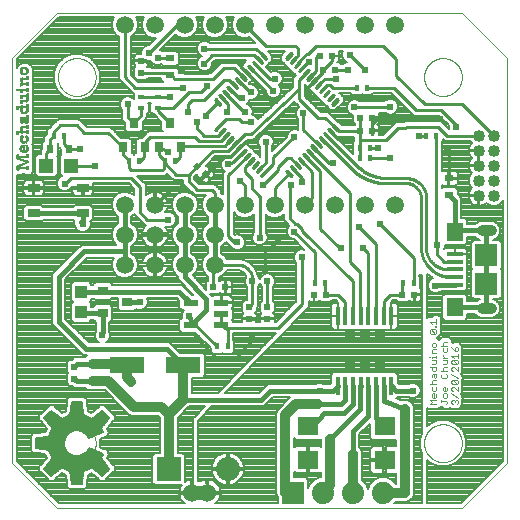
<source format=gtl>
G75*
%MOIN*%
%OFA0B0*%
%FSLAX25Y25*%
%IPPOS*%
%LPD*%
%AMOC8*
5,1,8,0,0,1.08239X$1,22.5*
%
%ADD10C,0.00300*%
%ADD11C,0.00000*%
%ADD12C,0.01008*%
%ADD13R,0.01969X0.01969*%
%ADD14R,0.04724X0.04724*%
%ADD15R,0.01575X0.02362*%
%ADD16R,0.01969X0.01969*%
%ADD17R,0.02362X0.03150*%
%ADD18R,0.03150X0.02362*%
%ADD19C,0.04000*%
%ADD20R,0.11811X0.05512*%
%ADD21R,0.03150X0.03150*%
%ADD22R,0.07098X0.06299*%
%ADD23R,0.01575X0.06299*%
%ADD24R,0.08000X0.08000*%
%ADD25C,0.08000*%
%ADD26R,0.07400X0.07400*%
%ADD27C,0.07400*%
%ADD28C,0.06000*%
%ADD29R,0.02000X0.01000*%
%ADD30R,0.05315X0.01575*%
%ADD31R,0.05512X0.06299*%
%ADD32R,0.07480X0.07480*%
%ADD33C,0.03543*%
%ADD34C,0.00039*%
%ADD35R,0.03543X0.03150*%
%ADD36R,0.03937X0.04331*%
%ADD37R,0.04724X0.02165*%
%ADD38C,0.00591*%
%ADD39R,0.03150X0.03543*%
%ADD40R,0.02362X0.01575*%
%ADD41C,0.05906*%
%ADD42R,0.00025X0.00425*%
%ADD43R,0.00025X0.00350*%
%ADD44R,0.00025X0.00325*%
%ADD45R,0.00025X0.00750*%
%ADD46R,0.00025X0.00650*%
%ADD47R,0.00025X0.00575*%
%ADD48R,0.00025X0.00300*%
%ADD49R,0.00025X0.00675*%
%ADD50R,0.00025X0.01000*%
%ADD51R,0.00025X0.00850*%
%ADD52R,0.00025X0.00875*%
%ADD53R,0.00025X0.01450*%
%ADD54R,0.00025X0.01425*%
%ADD55R,0.00025X0.01150*%
%ADD56R,0.00025X0.01575*%
%ADD57R,0.00025X0.01175*%
%ADD58R,0.00025X0.01075*%
%ADD59R,0.00025X0.00775*%
%ADD60R,0.00025X0.01300*%
%ADD61R,0.00025X0.00600*%
%ADD62R,0.00025X0.01125*%
%ADD63R,0.00025X0.01550*%
%ADD64R,0.00025X0.01625*%
%ADD65R,0.00025X0.01200*%
%ADD66R,0.00025X0.01025*%
%ADD67R,0.00025X0.01275*%
%ADD68R,0.00025X0.00925*%
%ADD69R,0.00025X0.00800*%
%ADD70R,0.00025X0.00725*%
%ADD71R,0.00025X0.01400*%
%ADD72R,0.00025X0.01250*%
%ADD73R,0.00025X0.01100*%
%ADD74R,0.00025X0.01050*%
%ADD75R,0.00025X0.01500*%
%ADD76R,0.00025X0.01350*%
%ADD77R,0.00025X0.01375*%
%ADD78R,0.00025X0.02550*%
%ADD79R,0.00025X0.01675*%
%ADD80R,0.00025X0.01525*%
%ADD81R,0.00025X0.02425*%
%ADD82R,0.00025X0.02600*%
%ADD83R,0.00025X0.01775*%
%ADD84R,0.00025X0.01600*%
%ADD85R,0.00025X0.02450*%
%ADD86R,0.00025X0.02625*%
%ADD87R,0.00025X0.01850*%
%ADD88R,0.00025X0.02500*%
%ADD89R,0.00025X0.02675*%
%ADD90R,0.00025X0.01700*%
%ADD91R,0.00025X0.01925*%
%ADD92R,0.00025X0.01750*%
%ADD93R,0.00025X0.02525*%
%ADD94R,0.00025X0.02700*%
%ADD95R,0.00025X0.02575*%
%ADD96R,0.00025X0.02000*%
%ADD97R,0.00025X0.01825*%
%ADD98R,0.00025X0.02750*%
%ADD99R,0.00025X0.00900*%
%ADD100R,0.00025X0.02050*%
%ADD101R,0.00025X0.01875*%
%ADD102R,0.00025X0.02775*%
%ADD103R,0.00025X0.02075*%
%ADD104R,0.00025X0.02800*%
%ADD105R,0.00025X0.02650*%
%ADD106R,0.00025X0.00950*%
%ADD107R,0.00025X0.01975*%
%ADD108R,0.00025X0.02825*%
%ADD109R,0.00025X0.02100*%
%ADD110R,0.00025X0.02025*%
%ADD111R,0.00025X0.02850*%
%ADD112R,0.00025X0.02875*%
%ADD113R,0.00025X0.02125*%
%ADD114R,0.00025X0.02900*%
%ADD115R,0.00025X0.02725*%
%ADD116R,0.00025X0.02175*%
%ADD117R,0.00025X0.02925*%
%ADD118R,0.00025X0.02150*%
%ADD119R,0.00025X0.02225*%
%ADD120R,0.00025X0.02950*%
%ADD121R,0.00025X0.02275*%
%ADD122R,0.00025X0.02975*%
%ADD123R,0.00025X0.02250*%
%ADD124R,0.00025X0.03000*%
%ADD125R,0.00025X0.02300*%
%ADD126R,0.00025X0.02325*%
%ADD127R,0.00025X0.02375*%
%ADD128R,0.00025X0.03025*%
%ADD129R,0.00025X0.03050*%
%ADD130R,0.00025X0.02400*%
%ADD131R,0.00025X0.01325*%
%ADD132R,0.00025X0.01475*%
%ADD133R,0.00025X0.02475*%
%ADD134R,0.00025X0.03075*%
%ADD135R,0.00025X0.00500*%
%ADD136R,0.00025X0.01225*%
%ADD137R,0.00025X0.00975*%
%ADD138R,0.00025X0.00400*%
%ADD139R,0.00025X0.01725*%
%ADD140R,0.00025X0.00275*%
%ADD141R,0.00025X0.00825*%
%ADD142R,0.00025X0.00200*%
%ADD143R,0.00025X0.00125*%
%ADD144R,0.00025X0.00025*%
%ADD145R,0.00025X0.00700*%
%ADD146R,0.00025X0.00175*%
%ADD147R,0.00025X0.00075*%
%ADD148R,0.00025X0.02200*%
%ADD149R,0.00025X0.00050*%
%ADD150R,0.00025X0.00150*%
%ADD151R,0.00025X0.00475*%
%ADD152R,0.00025X0.02350*%
%ADD153R,0.00025X0.01950*%
%ADD154R,0.00025X0.01800*%
%ADD155R,0.00025X0.01650*%
%ADD156R,0.00025X0.00450*%
%ADD157R,0.00025X0.00375*%
%ADD158R,0.04134X0.02559*%
%ADD159C,0.00800*%
%ADD160C,0.01000*%
%ADD161C,0.02400*%
%ADD162C,0.01600*%
%ADD163C,0.01200*%
%ADD164C,0.03200*%
%ADD165R,0.03562X0.03562*%
D10*
X0220080Y0079450D02*
X0220781Y0080151D01*
X0220080Y0080851D01*
X0222182Y0080851D01*
X0221831Y0081660D02*
X0221131Y0081660D01*
X0220781Y0082010D01*
X0220781Y0082711D01*
X0221131Y0083061D01*
X0221481Y0083061D01*
X0221481Y0081660D01*
X0221831Y0081660D02*
X0222182Y0082010D01*
X0222182Y0082711D01*
X0221831Y0083870D02*
X0222182Y0084220D01*
X0222182Y0085271D01*
X0222182Y0086080D02*
X0220080Y0086080D01*
X0220781Y0086430D02*
X0220781Y0087131D01*
X0221131Y0087481D01*
X0222182Y0087481D01*
X0221831Y0088290D02*
X0221481Y0088640D01*
X0221481Y0089691D01*
X0221131Y0089691D02*
X0222182Y0089691D01*
X0222182Y0088640D01*
X0221831Y0088290D01*
X0220781Y0088640D02*
X0220781Y0089340D01*
X0221131Y0089691D01*
X0221131Y0090499D02*
X0220781Y0090850D01*
X0220781Y0091901D01*
X0220080Y0091901D02*
X0222182Y0091901D01*
X0222182Y0090850D01*
X0221831Y0090499D01*
X0221131Y0090499D01*
X0220781Y0092709D02*
X0221831Y0092709D01*
X0222182Y0093060D01*
X0222182Y0094110D01*
X0220781Y0094110D01*
X0220781Y0094919D02*
X0220781Y0095269D01*
X0222182Y0095269D01*
X0222182Y0094919D02*
X0222182Y0095620D01*
X0222182Y0096392D02*
X0220781Y0096392D01*
X0220781Y0097443D01*
X0221131Y0097794D01*
X0222182Y0097794D01*
X0221831Y0098602D02*
X0222182Y0098953D01*
X0222182Y0099653D01*
X0221831Y0100003D01*
X0221131Y0100003D01*
X0220781Y0099653D01*
X0220781Y0098953D01*
X0221131Y0098602D01*
X0221831Y0098602D01*
X0223680Y0098971D02*
X0225782Y0098971D01*
X0225782Y0098162D02*
X0225782Y0097111D01*
X0225431Y0096761D01*
X0224731Y0096761D01*
X0224381Y0097111D01*
X0224381Y0098162D01*
X0224731Y0098971D02*
X0224381Y0099321D01*
X0224381Y0100022D01*
X0224731Y0100372D01*
X0225782Y0100372D01*
X0227280Y0098530D02*
X0227630Y0097830D01*
X0228331Y0097129D01*
X0228331Y0098180D01*
X0228681Y0098530D01*
X0229031Y0098530D01*
X0229382Y0098180D01*
X0229382Y0097479D01*
X0229031Y0097129D01*
X0228331Y0097129D01*
X0229382Y0096320D02*
X0229382Y0094919D01*
X0229382Y0095620D02*
X0227280Y0095620D01*
X0227981Y0094919D01*
X0227630Y0094110D02*
X0229031Y0092709D01*
X0229382Y0093060D01*
X0229382Y0093760D01*
X0229031Y0094110D01*
X0227630Y0094110D01*
X0227280Y0093760D01*
X0227280Y0093060D01*
X0227630Y0092709D01*
X0229031Y0092709D01*
X0229382Y0091901D02*
X0229382Y0090499D01*
X0227981Y0091901D01*
X0227630Y0091901D01*
X0227280Y0091550D01*
X0227280Y0090850D01*
X0227630Y0090499D01*
X0227280Y0089691D02*
X0229382Y0088290D01*
X0229031Y0087481D02*
X0227630Y0087481D01*
X0229031Y0086080D01*
X0229382Y0086430D01*
X0229382Y0087131D01*
X0229031Y0087481D01*
X0227630Y0087481D02*
X0227280Y0087131D01*
X0227280Y0086430D01*
X0227630Y0086080D01*
X0229031Y0086080D01*
X0229382Y0085271D02*
X0229382Y0083870D01*
X0227981Y0085271D01*
X0227630Y0085271D01*
X0227280Y0084921D01*
X0227280Y0084220D01*
X0227630Y0083870D01*
X0227280Y0083061D02*
X0229382Y0081660D01*
X0229031Y0080851D02*
X0229382Y0080501D01*
X0229382Y0079800D01*
X0229031Y0079450D01*
X0228331Y0080151D02*
X0228331Y0080501D01*
X0228681Y0080851D01*
X0229031Y0080851D01*
X0228331Y0080501D02*
X0227981Y0080851D01*
X0227630Y0080851D01*
X0227280Y0080501D01*
X0227280Y0079800D01*
X0227630Y0079450D01*
X0225782Y0079800D02*
X0225782Y0080151D01*
X0225431Y0080501D01*
X0223680Y0080501D01*
X0223680Y0080151D02*
X0223680Y0080851D01*
X0224731Y0081660D02*
X0225431Y0081660D01*
X0225782Y0082010D01*
X0225782Y0082711D01*
X0225431Y0083061D01*
X0224731Y0083061D01*
X0224381Y0082711D01*
X0224381Y0082010D01*
X0224731Y0081660D01*
X0225782Y0079800D02*
X0225431Y0079450D01*
X0222182Y0079450D02*
X0220080Y0079450D01*
X0221131Y0083870D02*
X0221831Y0083870D01*
X0221131Y0083870D02*
X0220781Y0084220D01*
X0220781Y0085271D01*
X0221131Y0086080D02*
X0220781Y0086430D01*
X0223680Y0088640D02*
X0224030Y0088290D01*
X0225431Y0088290D01*
X0225782Y0088640D01*
X0225782Y0089340D01*
X0225431Y0089691D01*
X0225782Y0090499D02*
X0223680Y0090499D01*
X0224381Y0090850D02*
X0224381Y0091550D01*
X0224731Y0091901D01*
X0225782Y0091901D01*
X0225431Y0092709D02*
X0225782Y0093060D01*
X0225782Y0094110D01*
X0224381Y0094110D01*
X0224381Y0094919D02*
X0225782Y0094919D01*
X0225081Y0094919D02*
X0224381Y0095620D01*
X0224381Y0095970D01*
X0224381Y0092709D02*
X0225431Y0092709D01*
X0224381Y0090850D02*
X0224731Y0090499D01*
X0224030Y0089691D02*
X0223680Y0089340D01*
X0223680Y0088640D01*
X0224731Y0085271D02*
X0225081Y0085271D01*
X0225081Y0083870D01*
X0224731Y0083870D02*
X0224381Y0084220D01*
X0224381Y0084921D01*
X0224731Y0085271D01*
X0225782Y0084921D02*
X0225782Y0084220D01*
X0225431Y0083870D01*
X0224731Y0083870D01*
X0220080Y0095269D02*
X0219730Y0095269D01*
X0220430Y0103022D02*
X0220080Y0103372D01*
X0220080Y0104073D01*
X0220430Y0104423D01*
X0221831Y0103022D01*
X0222182Y0103372D01*
X0222182Y0104073D01*
X0221831Y0104423D01*
X0220430Y0104423D01*
X0220430Y0103022D02*
X0221831Y0103022D01*
X0221831Y0105232D02*
X0221831Y0105582D01*
X0222182Y0105582D01*
X0222182Y0105232D01*
X0221831Y0105232D01*
X0222182Y0106337D02*
X0222182Y0107738D01*
X0222182Y0107037D02*
X0220080Y0107037D01*
X0220781Y0106337D01*
D11*
X0095922Y0045000D02*
X0080922Y0060000D01*
X0080922Y0195000D01*
X0095922Y0210000D01*
X0230922Y0210000D01*
X0245922Y0195000D01*
X0245922Y0060000D01*
X0230922Y0045000D01*
X0095922Y0045000D01*
X0096099Y0066476D02*
X0096101Y0066634D01*
X0096107Y0066792D01*
X0096117Y0066950D01*
X0096131Y0067108D01*
X0096149Y0067265D01*
X0096170Y0067422D01*
X0096196Y0067578D01*
X0096226Y0067734D01*
X0096259Y0067889D01*
X0096297Y0068042D01*
X0096338Y0068195D01*
X0096383Y0068347D01*
X0096432Y0068498D01*
X0096485Y0068647D01*
X0096541Y0068795D01*
X0096601Y0068941D01*
X0096665Y0069086D01*
X0096733Y0069229D01*
X0096804Y0069371D01*
X0096878Y0069511D01*
X0096956Y0069648D01*
X0097038Y0069784D01*
X0097122Y0069918D01*
X0097211Y0070049D01*
X0097302Y0070178D01*
X0097397Y0070305D01*
X0097494Y0070430D01*
X0097595Y0070552D01*
X0097699Y0070671D01*
X0097806Y0070788D01*
X0097916Y0070902D01*
X0098029Y0071013D01*
X0098144Y0071122D01*
X0098262Y0071227D01*
X0098383Y0071329D01*
X0098506Y0071429D01*
X0098632Y0071525D01*
X0098760Y0071618D01*
X0098890Y0071708D01*
X0099023Y0071794D01*
X0099158Y0071878D01*
X0099294Y0071957D01*
X0099433Y0072034D01*
X0099574Y0072106D01*
X0099716Y0072176D01*
X0099860Y0072241D01*
X0100006Y0072303D01*
X0100153Y0072361D01*
X0100302Y0072416D01*
X0100452Y0072467D01*
X0100603Y0072514D01*
X0100755Y0072557D01*
X0100908Y0072596D01*
X0101063Y0072632D01*
X0101218Y0072663D01*
X0101374Y0072691D01*
X0101530Y0072715D01*
X0101687Y0072735D01*
X0101845Y0072751D01*
X0102002Y0072763D01*
X0102161Y0072771D01*
X0102319Y0072775D01*
X0102477Y0072775D01*
X0102635Y0072771D01*
X0102794Y0072763D01*
X0102951Y0072751D01*
X0103109Y0072735D01*
X0103266Y0072715D01*
X0103422Y0072691D01*
X0103578Y0072663D01*
X0103733Y0072632D01*
X0103888Y0072596D01*
X0104041Y0072557D01*
X0104193Y0072514D01*
X0104344Y0072467D01*
X0104494Y0072416D01*
X0104643Y0072361D01*
X0104790Y0072303D01*
X0104936Y0072241D01*
X0105080Y0072176D01*
X0105222Y0072106D01*
X0105363Y0072034D01*
X0105502Y0071957D01*
X0105638Y0071878D01*
X0105773Y0071794D01*
X0105906Y0071708D01*
X0106036Y0071618D01*
X0106164Y0071525D01*
X0106290Y0071429D01*
X0106413Y0071329D01*
X0106534Y0071227D01*
X0106652Y0071122D01*
X0106767Y0071013D01*
X0106880Y0070902D01*
X0106990Y0070788D01*
X0107097Y0070671D01*
X0107201Y0070552D01*
X0107302Y0070430D01*
X0107399Y0070305D01*
X0107494Y0070178D01*
X0107585Y0070049D01*
X0107674Y0069918D01*
X0107758Y0069784D01*
X0107840Y0069648D01*
X0107918Y0069511D01*
X0107992Y0069371D01*
X0108063Y0069229D01*
X0108131Y0069086D01*
X0108195Y0068941D01*
X0108255Y0068795D01*
X0108311Y0068647D01*
X0108364Y0068498D01*
X0108413Y0068347D01*
X0108458Y0068195D01*
X0108499Y0068042D01*
X0108537Y0067889D01*
X0108570Y0067734D01*
X0108600Y0067578D01*
X0108626Y0067422D01*
X0108647Y0067265D01*
X0108665Y0067108D01*
X0108679Y0066950D01*
X0108689Y0066792D01*
X0108695Y0066634D01*
X0108697Y0066476D01*
X0108695Y0066318D01*
X0108689Y0066160D01*
X0108679Y0066002D01*
X0108665Y0065844D01*
X0108647Y0065687D01*
X0108626Y0065530D01*
X0108600Y0065374D01*
X0108570Y0065218D01*
X0108537Y0065063D01*
X0108499Y0064910D01*
X0108458Y0064757D01*
X0108413Y0064605D01*
X0108364Y0064454D01*
X0108311Y0064305D01*
X0108255Y0064157D01*
X0108195Y0064011D01*
X0108131Y0063866D01*
X0108063Y0063723D01*
X0107992Y0063581D01*
X0107918Y0063441D01*
X0107840Y0063304D01*
X0107758Y0063168D01*
X0107674Y0063034D01*
X0107585Y0062903D01*
X0107494Y0062774D01*
X0107399Y0062647D01*
X0107302Y0062522D01*
X0107201Y0062400D01*
X0107097Y0062281D01*
X0106990Y0062164D01*
X0106880Y0062050D01*
X0106767Y0061939D01*
X0106652Y0061830D01*
X0106534Y0061725D01*
X0106413Y0061623D01*
X0106290Y0061523D01*
X0106164Y0061427D01*
X0106036Y0061334D01*
X0105906Y0061244D01*
X0105773Y0061158D01*
X0105638Y0061074D01*
X0105502Y0060995D01*
X0105363Y0060918D01*
X0105222Y0060846D01*
X0105080Y0060776D01*
X0104936Y0060711D01*
X0104790Y0060649D01*
X0104643Y0060591D01*
X0104494Y0060536D01*
X0104344Y0060485D01*
X0104193Y0060438D01*
X0104041Y0060395D01*
X0103888Y0060356D01*
X0103733Y0060320D01*
X0103578Y0060289D01*
X0103422Y0060261D01*
X0103266Y0060237D01*
X0103109Y0060217D01*
X0102951Y0060201D01*
X0102794Y0060189D01*
X0102635Y0060181D01*
X0102477Y0060177D01*
X0102319Y0060177D01*
X0102161Y0060181D01*
X0102002Y0060189D01*
X0101845Y0060201D01*
X0101687Y0060217D01*
X0101530Y0060237D01*
X0101374Y0060261D01*
X0101218Y0060289D01*
X0101063Y0060320D01*
X0100908Y0060356D01*
X0100755Y0060395D01*
X0100603Y0060438D01*
X0100452Y0060485D01*
X0100302Y0060536D01*
X0100153Y0060591D01*
X0100006Y0060649D01*
X0099860Y0060711D01*
X0099716Y0060776D01*
X0099574Y0060846D01*
X0099433Y0060918D01*
X0099294Y0060995D01*
X0099158Y0061074D01*
X0099023Y0061158D01*
X0098890Y0061244D01*
X0098760Y0061334D01*
X0098632Y0061427D01*
X0098506Y0061523D01*
X0098383Y0061623D01*
X0098262Y0061725D01*
X0098144Y0061830D01*
X0098029Y0061939D01*
X0097916Y0062050D01*
X0097806Y0062164D01*
X0097699Y0062281D01*
X0097595Y0062400D01*
X0097494Y0062522D01*
X0097397Y0062647D01*
X0097302Y0062774D01*
X0097211Y0062903D01*
X0097122Y0063034D01*
X0097038Y0063168D01*
X0096956Y0063304D01*
X0096878Y0063441D01*
X0096804Y0063581D01*
X0096733Y0063723D01*
X0096665Y0063866D01*
X0096601Y0064011D01*
X0096541Y0064157D01*
X0096485Y0064305D01*
X0096432Y0064454D01*
X0096383Y0064605D01*
X0096338Y0064757D01*
X0096297Y0064910D01*
X0096259Y0065063D01*
X0096226Y0065218D01*
X0096196Y0065374D01*
X0096170Y0065530D01*
X0096149Y0065687D01*
X0096131Y0065844D01*
X0096117Y0066002D01*
X0096107Y0066160D01*
X0096101Y0066318D01*
X0096099Y0066476D01*
X0218146Y0066476D02*
X0218148Y0066634D01*
X0218154Y0066792D01*
X0218164Y0066950D01*
X0218178Y0067108D01*
X0218196Y0067265D01*
X0218217Y0067422D01*
X0218243Y0067578D01*
X0218273Y0067734D01*
X0218306Y0067889D01*
X0218344Y0068042D01*
X0218385Y0068195D01*
X0218430Y0068347D01*
X0218479Y0068498D01*
X0218532Y0068647D01*
X0218588Y0068795D01*
X0218648Y0068941D01*
X0218712Y0069086D01*
X0218780Y0069229D01*
X0218851Y0069371D01*
X0218925Y0069511D01*
X0219003Y0069648D01*
X0219085Y0069784D01*
X0219169Y0069918D01*
X0219258Y0070049D01*
X0219349Y0070178D01*
X0219444Y0070305D01*
X0219541Y0070430D01*
X0219642Y0070552D01*
X0219746Y0070671D01*
X0219853Y0070788D01*
X0219963Y0070902D01*
X0220076Y0071013D01*
X0220191Y0071122D01*
X0220309Y0071227D01*
X0220430Y0071329D01*
X0220553Y0071429D01*
X0220679Y0071525D01*
X0220807Y0071618D01*
X0220937Y0071708D01*
X0221070Y0071794D01*
X0221205Y0071878D01*
X0221341Y0071957D01*
X0221480Y0072034D01*
X0221621Y0072106D01*
X0221763Y0072176D01*
X0221907Y0072241D01*
X0222053Y0072303D01*
X0222200Y0072361D01*
X0222349Y0072416D01*
X0222499Y0072467D01*
X0222650Y0072514D01*
X0222802Y0072557D01*
X0222955Y0072596D01*
X0223110Y0072632D01*
X0223265Y0072663D01*
X0223421Y0072691D01*
X0223577Y0072715D01*
X0223734Y0072735D01*
X0223892Y0072751D01*
X0224049Y0072763D01*
X0224208Y0072771D01*
X0224366Y0072775D01*
X0224524Y0072775D01*
X0224682Y0072771D01*
X0224841Y0072763D01*
X0224998Y0072751D01*
X0225156Y0072735D01*
X0225313Y0072715D01*
X0225469Y0072691D01*
X0225625Y0072663D01*
X0225780Y0072632D01*
X0225935Y0072596D01*
X0226088Y0072557D01*
X0226240Y0072514D01*
X0226391Y0072467D01*
X0226541Y0072416D01*
X0226690Y0072361D01*
X0226837Y0072303D01*
X0226983Y0072241D01*
X0227127Y0072176D01*
X0227269Y0072106D01*
X0227410Y0072034D01*
X0227549Y0071957D01*
X0227685Y0071878D01*
X0227820Y0071794D01*
X0227953Y0071708D01*
X0228083Y0071618D01*
X0228211Y0071525D01*
X0228337Y0071429D01*
X0228460Y0071329D01*
X0228581Y0071227D01*
X0228699Y0071122D01*
X0228814Y0071013D01*
X0228927Y0070902D01*
X0229037Y0070788D01*
X0229144Y0070671D01*
X0229248Y0070552D01*
X0229349Y0070430D01*
X0229446Y0070305D01*
X0229541Y0070178D01*
X0229632Y0070049D01*
X0229721Y0069918D01*
X0229805Y0069784D01*
X0229887Y0069648D01*
X0229965Y0069511D01*
X0230039Y0069371D01*
X0230110Y0069229D01*
X0230178Y0069086D01*
X0230242Y0068941D01*
X0230302Y0068795D01*
X0230358Y0068647D01*
X0230411Y0068498D01*
X0230460Y0068347D01*
X0230505Y0068195D01*
X0230546Y0068042D01*
X0230584Y0067889D01*
X0230617Y0067734D01*
X0230647Y0067578D01*
X0230673Y0067422D01*
X0230694Y0067265D01*
X0230712Y0067108D01*
X0230726Y0066950D01*
X0230736Y0066792D01*
X0230742Y0066634D01*
X0230744Y0066476D01*
X0230742Y0066318D01*
X0230736Y0066160D01*
X0230726Y0066002D01*
X0230712Y0065844D01*
X0230694Y0065687D01*
X0230673Y0065530D01*
X0230647Y0065374D01*
X0230617Y0065218D01*
X0230584Y0065063D01*
X0230546Y0064910D01*
X0230505Y0064757D01*
X0230460Y0064605D01*
X0230411Y0064454D01*
X0230358Y0064305D01*
X0230302Y0064157D01*
X0230242Y0064011D01*
X0230178Y0063866D01*
X0230110Y0063723D01*
X0230039Y0063581D01*
X0229965Y0063441D01*
X0229887Y0063304D01*
X0229805Y0063168D01*
X0229721Y0063034D01*
X0229632Y0062903D01*
X0229541Y0062774D01*
X0229446Y0062647D01*
X0229349Y0062522D01*
X0229248Y0062400D01*
X0229144Y0062281D01*
X0229037Y0062164D01*
X0228927Y0062050D01*
X0228814Y0061939D01*
X0228699Y0061830D01*
X0228581Y0061725D01*
X0228460Y0061623D01*
X0228337Y0061523D01*
X0228211Y0061427D01*
X0228083Y0061334D01*
X0227953Y0061244D01*
X0227820Y0061158D01*
X0227685Y0061074D01*
X0227549Y0060995D01*
X0227410Y0060918D01*
X0227269Y0060846D01*
X0227127Y0060776D01*
X0226983Y0060711D01*
X0226837Y0060649D01*
X0226690Y0060591D01*
X0226541Y0060536D01*
X0226391Y0060485D01*
X0226240Y0060438D01*
X0226088Y0060395D01*
X0225935Y0060356D01*
X0225780Y0060320D01*
X0225625Y0060289D01*
X0225469Y0060261D01*
X0225313Y0060237D01*
X0225156Y0060217D01*
X0224998Y0060201D01*
X0224841Y0060189D01*
X0224682Y0060181D01*
X0224524Y0060177D01*
X0224366Y0060177D01*
X0224208Y0060181D01*
X0224049Y0060189D01*
X0223892Y0060201D01*
X0223734Y0060217D01*
X0223577Y0060237D01*
X0223421Y0060261D01*
X0223265Y0060289D01*
X0223110Y0060320D01*
X0222955Y0060356D01*
X0222802Y0060395D01*
X0222650Y0060438D01*
X0222499Y0060485D01*
X0222349Y0060536D01*
X0222200Y0060591D01*
X0222053Y0060649D01*
X0221907Y0060711D01*
X0221763Y0060776D01*
X0221621Y0060846D01*
X0221480Y0060918D01*
X0221341Y0060995D01*
X0221205Y0061074D01*
X0221070Y0061158D01*
X0220937Y0061244D01*
X0220807Y0061334D01*
X0220679Y0061427D01*
X0220553Y0061523D01*
X0220430Y0061623D01*
X0220309Y0061725D01*
X0220191Y0061830D01*
X0220076Y0061939D01*
X0219963Y0062050D01*
X0219853Y0062164D01*
X0219746Y0062281D01*
X0219642Y0062400D01*
X0219541Y0062522D01*
X0219444Y0062647D01*
X0219349Y0062774D01*
X0219258Y0062903D01*
X0219169Y0063034D01*
X0219085Y0063168D01*
X0219003Y0063304D01*
X0218925Y0063441D01*
X0218851Y0063581D01*
X0218780Y0063723D01*
X0218712Y0063866D01*
X0218648Y0064011D01*
X0218588Y0064157D01*
X0218532Y0064305D01*
X0218479Y0064454D01*
X0218430Y0064605D01*
X0218385Y0064757D01*
X0218344Y0064910D01*
X0218306Y0065063D01*
X0218273Y0065218D01*
X0218243Y0065374D01*
X0218217Y0065530D01*
X0218196Y0065687D01*
X0218178Y0065844D01*
X0218164Y0066002D01*
X0218154Y0066160D01*
X0218148Y0066318D01*
X0218146Y0066476D01*
X0218146Y0188524D02*
X0218148Y0188682D01*
X0218154Y0188840D01*
X0218164Y0188998D01*
X0218178Y0189156D01*
X0218196Y0189313D01*
X0218217Y0189470D01*
X0218243Y0189626D01*
X0218273Y0189782D01*
X0218306Y0189937D01*
X0218344Y0190090D01*
X0218385Y0190243D01*
X0218430Y0190395D01*
X0218479Y0190546D01*
X0218532Y0190695D01*
X0218588Y0190843D01*
X0218648Y0190989D01*
X0218712Y0191134D01*
X0218780Y0191277D01*
X0218851Y0191419D01*
X0218925Y0191559D01*
X0219003Y0191696D01*
X0219085Y0191832D01*
X0219169Y0191966D01*
X0219258Y0192097D01*
X0219349Y0192226D01*
X0219444Y0192353D01*
X0219541Y0192478D01*
X0219642Y0192600D01*
X0219746Y0192719D01*
X0219853Y0192836D01*
X0219963Y0192950D01*
X0220076Y0193061D01*
X0220191Y0193170D01*
X0220309Y0193275D01*
X0220430Y0193377D01*
X0220553Y0193477D01*
X0220679Y0193573D01*
X0220807Y0193666D01*
X0220937Y0193756D01*
X0221070Y0193842D01*
X0221205Y0193926D01*
X0221341Y0194005D01*
X0221480Y0194082D01*
X0221621Y0194154D01*
X0221763Y0194224D01*
X0221907Y0194289D01*
X0222053Y0194351D01*
X0222200Y0194409D01*
X0222349Y0194464D01*
X0222499Y0194515D01*
X0222650Y0194562D01*
X0222802Y0194605D01*
X0222955Y0194644D01*
X0223110Y0194680D01*
X0223265Y0194711D01*
X0223421Y0194739D01*
X0223577Y0194763D01*
X0223734Y0194783D01*
X0223892Y0194799D01*
X0224049Y0194811D01*
X0224208Y0194819D01*
X0224366Y0194823D01*
X0224524Y0194823D01*
X0224682Y0194819D01*
X0224841Y0194811D01*
X0224998Y0194799D01*
X0225156Y0194783D01*
X0225313Y0194763D01*
X0225469Y0194739D01*
X0225625Y0194711D01*
X0225780Y0194680D01*
X0225935Y0194644D01*
X0226088Y0194605D01*
X0226240Y0194562D01*
X0226391Y0194515D01*
X0226541Y0194464D01*
X0226690Y0194409D01*
X0226837Y0194351D01*
X0226983Y0194289D01*
X0227127Y0194224D01*
X0227269Y0194154D01*
X0227410Y0194082D01*
X0227549Y0194005D01*
X0227685Y0193926D01*
X0227820Y0193842D01*
X0227953Y0193756D01*
X0228083Y0193666D01*
X0228211Y0193573D01*
X0228337Y0193477D01*
X0228460Y0193377D01*
X0228581Y0193275D01*
X0228699Y0193170D01*
X0228814Y0193061D01*
X0228927Y0192950D01*
X0229037Y0192836D01*
X0229144Y0192719D01*
X0229248Y0192600D01*
X0229349Y0192478D01*
X0229446Y0192353D01*
X0229541Y0192226D01*
X0229632Y0192097D01*
X0229721Y0191966D01*
X0229805Y0191832D01*
X0229887Y0191696D01*
X0229965Y0191559D01*
X0230039Y0191419D01*
X0230110Y0191277D01*
X0230178Y0191134D01*
X0230242Y0190989D01*
X0230302Y0190843D01*
X0230358Y0190695D01*
X0230411Y0190546D01*
X0230460Y0190395D01*
X0230505Y0190243D01*
X0230546Y0190090D01*
X0230584Y0189937D01*
X0230617Y0189782D01*
X0230647Y0189626D01*
X0230673Y0189470D01*
X0230694Y0189313D01*
X0230712Y0189156D01*
X0230726Y0188998D01*
X0230736Y0188840D01*
X0230742Y0188682D01*
X0230744Y0188524D01*
X0230742Y0188366D01*
X0230736Y0188208D01*
X0230726Y0188050D01*
X0230712Y0187892D01*
X0230694Y0187735D01*
X0230673Y0187578D01*
X0230647Y0187422D01*
X0230617Y0187266D01*
X0230584Y0187111D01*
X0230546Y0186958D01*
X0230505Y0186805D01*
X0230460Y0186653D01*
X0230411Y0186502D01*
X0230358Y0186353D01*
X0230302Y0186205D01*
X0230242Y0186059D01*
X0230178Y0185914D01*
X0230110Y0185771D01*
X0230039Y0185629D01*
X0229965Y0185489D01*
X0229887Y0185352D01*
X0229805Y0185216D01*
X0229721Y0185082D01*
X0229632Y0184951D01*
X0229541Y0184822D01*
X0229446Y0184695D01*
X0229349Y0184570D01*
X0229248Y0184448D01*
X0229144Y0184329D01*
X0229037Y0184212D01*
X0228927Y0184098D01*
X0228814Y0183987D01*
X0228699Y0183878D01*
X0228581Y0183773D01*
X0228460Y0183671D01*
X0228337Y0183571D01*
X0228211Y0183475D01*
X0228083Y0183382D01*
X0227953Y0183292D01*
X0227820Y0183206D01*
X0227685Y0183122D01*
X0227549Y0183043D01*
X0227410Y0182966D01*
X0227269Y0182894D01*
X0227127Y0182824D01*
X0226983Y0182759D01*
X0226837Y0182697D01*
X0226690Y0182639D01*
X0226541Y0182584D01*
X0226391Y0182533D01*
X0226240Y0182486D01*
X0226088Y0182443D01*
X0225935Y0182404D01*
X0225780Y0182368D01*
X0225625Y0182337D01*
X0225469Y0182309D01*
X0225313Y0182285D01*
X0225156Y0182265D01*
X0224998Y0182249D01*
X0224841Y0182237D01*
X0224682Y0182229D01*
X0224524Y0182225D01*
X0224366Y0182225D01*
X0224208Y0182229D01*
X0224049Y0182237D01*
X0223892Y0182249D01*
X0223734Y0182265D01*
X0223577Y0182285D01*
X0223421Y0182309D01*
X0223265Y0182337D01*
X0223110Y0182368D01*
X0222955Y0182404D01*
X0222802Y0182443D01*
X0222650Y0182486D01*
X0222499Y0182533D01*
X0222349Y0182584D01*
X0222200Y0182639D01*
X0222053Y0182697D01*
X0221907Y0182759D01*
X0221763Y0182824D01*
X0221621Y0182894D01*
X0221480Y0182966D01*
X0221341Y0183043D01*
X0221205Y0183122D01*
X0221070Y0183206D01*
X0220937Y0183292D01*
X0220807Y0183382D01*
X0220679Y0183475D01*
X0220553Y0183571D01*
X0220430Y0183671D01*
X0220309Y0183773D01*
X0220191Y0183878D01*
X0220076Y0183987D01*
X0219963Y0184098D01*
X0219853Y0184212D01*
X0219746Y0184329D01*
X0219642Y0184448D01*
X0219541Y0184570D01*
X0219444Y0184695D01*
X0219349Y0184822D01*
X0219258Y0184951D01*
X0219169Y0185082D01*
X0219085Y0185216D01*
X0219003Y0185352D01*
X0218925Y0185489D01*
X0218851Y0185629D01*
X0218780Y0185771D01*
X0218712Y0185914D01*
X0218648Y0186059D01*
X0218588Y0186205D01*
X0218532Y0186353D01*
X0218479Y0186502D01*
X0218430Y0186653D01*
X0218385Y0186805D01*
X0218344Y0186958D01*
X0218306Y0187111D01*
X0218273Y0187266D01*
X0218243Y0187422D01*
X0218217Y0187578D01*
X0218196Y0187735D01*
X0218178Y0187892D01*
X0218164Y0188050D01*
X0218154Y0188208D01*
X0218148Y0188366D01*
X0218146Y0188524D01*
X0096099Y0188524D02*
X0096101Y0188682D01*
X0096107Y0188840D01*
X0096117Y0188998D01*
X0096131Y0189156D01*
X0096149Y0189313D01*
X0096170Y0189470D01*
X0096196Y0189626D01*
X0096226Y0189782D01*
X0096259Y0189937D01*
X0096297Y0190090D01*
X0096338Y0190243D01*
X0096383Y0190395D01*
X0096432Y0190546D01*
X0096485Y0190695D01*
X0096541Y0190843D01*
X0096601Y0190989D01*
X0096665Y0191134D01*
X0096733Y0191277D01*
X0096804Y0191419D01*
X0096878Y0191559D01*
X0096956Y0191696D01*
X0097038Y0191832D01*
X0097122Y0191966D01*
X0097211Y0192097D01*
X0097302Y0192226D01*
X0097397Y0192353D01*
X0097494Y0192478D01*
X0097595Y0192600D01*
X0097699Y0192719D01*
X0097806Y0192836D01*
X0097916Y0192950D01*
X0098029Y0193061D01*
X0098144Y0193170D01*
X0098262Y0193275D01*
X0098383Y0193377D01*
X0098506Y0193477D01*
X0098632Y0193573D01*
X0098760Y0193666D01*
X0098890Y0193756D01*
X0099023Y0193842D01*
X0099158Y0193926D01*
X0099294Y0194005D01*
X0099433Y0194082D01*
X0099574Y0194154D01*
X0099716Y0194224D01*
X0099860Y0194289D01*
X0100006Y0194351D01*
X0100153Y0194409D01*
X0100302Y0194464D01*
X0100452Y0194515D01*
X0100603Y0194562D01*
X0100755Y0194605D01*
X0100908Y0194644D01*
X0101063Y0194680D01*
X0101218Y0194711D01*
X0101374Y0194739D01*
X0101530Y0194763D01*
X0101687Y0194783D01*
X0101845Y0194799D01*
X0102002Y0194811D01*
X0102161Y0194819D01*
X0102319Y0194823D01*
X0102477Y0194823D01*
X0102635Y0194819D01*
X0102794Y0194811D01*
X0102951Y0194799D01*
X0103109Y0194783D01*
X0103266Y0194763D01*
X0103422Y0194739D01*
X0103578Y0194711D01*
X0103733Y0194680D01*
X0103888Y0194644D01*
X0104041Y0194605D01*
X0104193Y0194562D01*
X0104344Y0194515D01*
X0104494Y0194464D01*
X0104643Y0194409D01*
X0104790Y0194351D01*
X0104936Y0194289D01*
X0105080Y0194224D01*
X0105222Y0194154D01*
X0105363Y0194082D01*
X0105502Y0194005D01*
X0105638Y0193926D01*
X0105773Y0193842D01*
X0105906Y0193756D01*
X0106036Y0193666D01*
X0106164Y0193573D01*
X0106290Y0193477D01*
X0106413Y0193377D01*
X0106534Y0193275D01*
X0106652Y0193170D01*
X0106767Y0193061D01*
X0106880Y0192950D01*
X0106990Y0192836D01*
X0107097Y0192719D01*
X0107201Y0192600D01*
X0107302Y0192478D01*
X0107399Y0192353D01*
X0107494Y0192226D01*
X0107585Y0192097D01*
X0107674Y0191966D01*
X0107758Y0191832D01*
X0107840Y0191696D01*
X0107918Y0191559D01*
X0107992Y0191419D01*
X0108063Y0191277D01*
X0108131Y0191134D01*
X0108195Y0190989D01*
X0108255Y0190843D01*
X0108311Y0190695D01*
X0108364Y0190546D01*
X0108413Y0190395D01*
X0108458Y0190243D01*
X0108499Y0190090D01*
X0108537Y0189937D01*
X0108570Y0189782D01*
X0108600Y0189626D01*
X0108626Y0189470D01*
X0108647Y0189313D01*
X0108665Y0189156D01*
X0108679Y0188998D01*
X0108689Y0188840D01*
X0108695Y0188682D01*
X0108697Y0188524D01*
X0108695Y0188366D01*
X0108689Y0188208D01*
X0108679Y0188050D01*
X0108665Y0187892D01*
X0108647Y0187735D01*
X0108626Y0187578D01*
X0108600Y0187422D01*
X0108570Y0187266D01*
X0108537Y0187111D01*
X0108499Y0186958D01*
X0108458Y0186805D01*
X0108413Y0186653D01*
X0108364Y0186502D01*
X0108311Y0186353D01*
X0108255Y0186205D01*
X0108195Y0186059D01*
X0108131Y0185914D01*
X0108063Y0185771D01*
X0107992Y0185629D01*
X0107918Y0185489D01*
X0107840Y0185352D01*
X0107758Y0185216D01*
X0107674Y0185082D01*
X0107585Y0184951D01*
X0107494Y0184822D01*
X0107399Y0184695D01*
X0107302Y0184570D01*
X0107201Y0184448D01*
X0107097Y0184329D01*
X0106990Y0184212D01*
X0106880Y0184098D01*
X0106767Y0183987D01*
X0106652Y0183878D01*
X0106534Y0183773D01*
X0106413Y0183671D01*
X0106290Y0183571D01*
X0106164Y0183475D01*
X0106036Y0183382D01*
X0105906Y0183292D01*
X0105773Y0183206D01*
X0105638Y0183122D01*
X0105502Y0183043D01*
X0105363Y0182966D01*
X0105222Y0182894D01*
X0105080Y0182824D01*
X0104936Y0182759D01*
X0104790Y0182697D01*
X0104643Y0182639D01*
X0104494Y0182584D01*
X0104344Y0182533D01*
X0104193Y0182486D01*
X0104041Y0182443D01*
X0103888Y0182404D01*
X0103733Y0182368D01*
X0103578Y0182337D01*
X0103422Y0182309D01*
X0103266Y0182285D01*
X0103109Y0182265D01*
X0102951Y0182249D01*
X0102794Y0182237D01*
X0102635Y0182229D01*
X0102477Y0182225D01*
X0102319Y0182225D01*
X0102161Y0182229D01*
X0102002Y0182237D01*
X0101845Y0182249D01*
X0101687Y0182265D01*
X0101530Y0182285D01*
X0101374Y0182309D01*
X0101218Y0182337D01*
X0101063Y0182368D01*
X0100908Y0182404D01*
X0100755Y0182443D01*
X0100603Y0182486D01*
X0100452Y0182533D01*
X0100302Y0182584D01*
X0100153Y0182639D01*
X0100006Y0182697D01*
X0099860Y0182759D01*
X0099716Y0182824D01*
X0099574Y0182894D01*
X0099433Y0182966D01*
X0099294Y0183043D01*
X0099158Y0183122D01*
X0099023Y0183206D01*
X0098890Y0183292D01*
X0098760Y0183382D01*
X0098632Y0183475D01*
X0098506Y0183571D01*
X0098383Y0183671D01*
X0098262Y0183773D01*
X0098144Y0183878D01*
X0098029Y0183987D01*
X0097916Y0184098D01*
X0097806Y0184212D01*
X0097699Y0184329D01*
X0097595Y0184448D01*
X0097494Y0184570D01*
X0097397Y0184695D01*
X0097302Y0184822D01*
X0097211Y0184951D01*
X0097122Y0185082D01*
X0097038Y0185216D01*
X0096956Y0185352D01*
X0096878Y0185489D01*
X0096804Y0185629D01*
X0096733Y0185771D01*
X0096665Y0185914D01*
X0096601Y0186059D01*
X0096541Y0186205D01*
X0096485Y0186353D01*
X0096432Y0186502D01*
X0096383Y0186653D01*
X0096338Y0186805D01*
X0096297Y0186958D01*
X0096259Y0187111D01*
X0096226Y0187266D01*
X0096196Y0187422D01*
X0096170Y0187578D01*
X0096149Y0187735D01*
X0096131Y0187892D01*
X0096117Y0188050D01*
X0096107Y0188208D01*
X0096101Y0188366D01*
X0096099Y0188524D01*
D12*
X0148450Y0180982D02*
X0150102Y0179330D01*
X0148450Y0180982D02*
X0148628Y0181160D01*
X0150280Y0179508D01*
X0150102Y0179330D01*
X0149451Y0180337D02*
X0149095Y0180337D01*
X0149842Y0182374D02*
X0151494Y0180722D01*
X0149842Y0182374D02*
X0150020Y0182552D01*
X0151672Y0180900D01*
X0151494Y0180722D01*
X0150843Y0181729D02*
X0150487Y0181729D01*
X0151234Y0183766D02*
X0152886Y0182114D01*
X0151234Y0183766D02*
X0151412Y0183944D01*
X0153064Y0182292D01*
X0152886Y0182114D01*
X0152235Y0183121D02*
X0151879Y0183121D01*
X0152626Y0185158D02*
X0154278Y0183506D01*
X0152626Y0185158D02*
X0152804Y0185336D01*
X0154456Y0183684D01*
X0154278Y0183506D01*
X0153627Y0184513D02*
X0153271Y0184513D01*
X0154018Y0186550D02*
X0155670Y0184898D01*
X0154018Y0186550D02*
X0154196Y0186728D01*
X0155848Y0185076D01*
X0155670Y0184898D01*
X0155019Y0185905D02*
X0154663Y0185905D01*
X0155410Y0187942D02*
X0157062Y0186290D01*
X0155410Y0187942D02*
X0155588Y0188120D01*
X0157240Y0186468D01*
X0157062Y0186290D01*
X0156411Y0187297D02*
X0156055Y0187297D01*
X0156802Y0189334D02*
X0158454Y0187682D01*
X0156802Y0189334D02*
X0156980Y0189512D01*
X0158632Y0187860D01*
X0158454Y0187682D01*
X0157803Y0188689D02*
X0157447Y0188689D01*
X0158194Y0190726D02*
X0159846Y0189074D01*
X0158194Y0190726D02*
X0158372Y0190904D01*
X0160024Y0189252D01*
X0159846Y0189074D01*
X0159195Y0190081D02*
X0158839Y0190081D01*
X0159585Y0192118D02*
X0161237Y0190466D01*
X0159585Y0192118D02*
X0159763Y0192296D01*
X0161415Y0190644D01*
X0161237Y0190466D01*
X0160586Y0191473D02*
X0160230Y0191473D01*
X0160977Y0193510D02*
X0162629Y0191858D01*
X0160977Y0193510D02*
X0161155Y0193688D01*
X0162807Y0192036D01*
X0162629Y0191858D01*
X0161978Y0192865D02*
X0161622Y0192865D01*
X0162369Y0194902D02*
X0164021Y0193250D01*
X0162369Y0194902D02*
X0162547Y0195080D01*
X0164199Y0193428D01*
X0164021Y0193250D01*
X0163370Y0194257D02*
X0163014Y0194257D01*
X0163761Y0196294D02*
X0165413Y0194642D01*
X0163761Y0196294D02*
X0163939Y0196472D01*
X0165591Y0194820D01*
X0165413Y0194642D01*
X0164762Y0195649D02*
X0164406Y0195649D01*
X0172430Y0194642D02*
X0174082Y0196294D01*
X0172430Y0194642D02*
X0172252Y0194820D01*
X0173904Y0196472D01*
X0174082Y0196294D01*
X0173437Y0195649D02*
X0173081Y0195649D01*
X0175474Y0194902D02*
X0173822Y0193250D01*
X0173644Y0193428D01*
X0175296Y0195080D01*
X0175474Y0194902D01*
X0174829Y0194257D02*
X0174473Y0194257D01*
X0176866Y0193510D02*
X0175214Y0191858D01*
X0175036Y0192036D01*
X0176688Y0193688D01*
X0176866Y0193510D01*
X0176221Y0192865D02*
X0175865Y0192865D01*
X0178258Y0192118D02*
X0176606Y0190466D01*
X0176428Y0190644D01*
X0178080Y0192296D01*
X0178258Y0192118D01*
X0177613Y0191473D02*
X0177257Y0191473D01*
X0179650Y0190726D02*
X0177998Y0189074D01*
X0177820Y0189252D01*
X0179472Y0190904D01*
X0179650Y0190726D01*
X0179005Y0190081D02*
X0178649Y0190081D01*
X0181042Y0189334D02*
X0179390Y0187682D01*
X0179212Y0187860D01*
X0180864Y0189512D01*
X0181042Y0189334D01*
X0180397Y0188689D02*
X0180041Y0188689D01*
X0182434Y0187942D02*
X0180782Y0186290D01*
X0180604Y0186468D01*
X0182256Y0188120D01*
X0182434Y0187942D01*
X0181789Y0187297D02*
X0181433Y0187297D01*
X0183826Y0186550D02*
X0182174Y0184898D01*
X0181996Y0185076D01*
X0183648Y0186728D01*
X0183826Y0186550D01*
X0183181Y0185905D02*
X0182825Y0185905D01*
X0185218Y0185158D02*
X0183566Y0183506D01*
X0183388Y0183684D01*
X0185040Y0185336D01*
X0185218Y0185158D01*
X0184573Y0184513D02*
X0184217Y0184513D01*
X0186610Y0183766D02*
X0184958Y0182114D01*
X0184780Y0182292D01*
X0186432Y0183944D01*
X0186610Y0183766D01*
X0185965Y0183121D02*
X0185609Y0183121D01*
X0188002Y0182374D02*
X0186350Y0180722D01*
X0186172Y0180900D01*
X0187824Y0182552D01*
X0188002Y0182374D01*
X0187357Y0181729D02*
X0187001Y0181729D01*
X0189394Y0180982D02*
X0187742Y0179330D01*
X0187564Y0179508D01*
X0189216Y0181160D01*
X0189394Y0180982D01*
X0188749Y0180337D02*
X0188393Y0180337D01*
X0187564Y0172492D02*
X0189216Y0170840D01*
X0187564Y0172492D02*
X0187742Y0172670D01*
X0189394Y0171018D01*
X0189216Y0170840D01*
X0188565Y0171847D02*
X0188209Y0171847D01*
X0186172Y0171100D02*
X0187824Y0169448D01*
X0186172Y0171100D02*
X0186350Y0171278D01*
X0188002Y0169626D01*
X0187824Y0169448D01*
X0187173Y0170455D02*
X0186817Y0170455D01*
X0184780Y0169708D02*
X0186432Y0168056D01*
X0184780Y0169708D02*
X0184958Y0169886D01*
X0186610Y0168234D01*
X0186432Y0168056D01*
X0185781Y0169063D02*
X0185425Y0169063D01*
X0183388Y0168316D02*
X0185040Y0166664D01*
X0183388Y0168316D02*
X0183566Y0168494D01*
X0185218Y0166842D01*
X0185040Y0166664D01*
X0184389Y0167671D02*
X0184033Y0167671D01*
X0181996Y0166924D02*
X0183648Y0165272D01*
X0181996Y0166924D02*
X0182174Y0167102D01*
X0183826Y0165450D01*
X0183648Y0165272D01*
X0182997Y0166279D02*
X0182641Y0166279D01*
X0180604Y0165532D02*
X0182256Y0163880D01*
X0180604Y0165532D02*
X0180782Y0165710D01*
X0182434Y0164058D01*
X0182256Y0163880D01*
X0181605Y0164887D02*
X0181249Y0164887D01*
X0179212Y0164140D02*
X0180864Y0162488D01*
X0179212Y0164140D02*
X0179390Y0164318D01*
X0181042Y0162666D01*
X0180864Y0162488D01*
X0180213Y0163495D02*
X0179857Y0163495D01*
X0177820Y0162748D02*
X0179472Y0161096D01*
X0177820Y0162748D02*
X0177998Y0162926D01*
X0179650Y0161274D01*
X0179472Y0161096D01*
X0178821Y0162103D02*
X0178465Y0162103D01*
X0176428Y0161356D02*
X0178080Y0159704D01*
X0176428Y0161356D02*
X0176606Y0161534D01*
X0178258Y0159882D01*
X0178080Y0159704D01*
X0177429Y0160711D02*
X0177073Y0160711D01*
X0175036Y0159964D02*
X0176688Y0158312D01*
X0175036Y0159964D02*
X0175214Y0160142D01*
X0176866Y0158490D01*
X0176688Y0158312D01*
X0176037Y0159319D02*
X0175681Y0159319D01*
X0173644Y0158572D02*
X0175296Y0156920D01*
X0173644Y0158572D02*
X0173822Y0158750D01*
X0175474Y0157098D01*
X0175296Y0156920D01*
X0174645Y0157927D02*
X0174289Y0157927D01*
X0172252Y0157180D02*
X0173904Y0155528D01*
X0172252Y0157180D02*
X0172430Y0157358D01*
X0174082Y0155706D01*
X0173904Y0155528D01*
X0173253Y0156535D02*
X0172897Y0156535D01*
X0165591Y0157180D02*
X0163939Y0155528D01*
X0163761Y0155706D01*
X0165413Y0157358D01*
X0165591Y0157180D01*
X0164946Y0156535D02*
X0164590Y0156535D01*
X0164199Y0158572D02*
X0162547Y0156920D01*
X0162369Y0157098D01*
X0164021Y0158750D01*
X0164199Y0158572D01*
X0163554Y0157927D02*
X0163198Y0157927D01*
X0162807Y0159964D02*
X0161155Y0158312D01*
X0160977Y0158490D01*
X0162629Y0160142D01*
X0162807Y0159964D01*
X0162162Y0159319D02*
X0161806Y0159319D01*
X0161415Y0161356D02*
X0159763Y0159704D01*
X0159585Y0159882D01*
X0161237Y0161534D01*
X0161415Y0161356D01*
X0160770Y0160711D02*
X0160414Y0160711D01*
X0160024Y0162748D02*
X0158372Y0161096D01*
X0158194Y0161274D01*
X0159846Y0162926D01*
X0160024Y0162748D01*
X0159379Y0162103D02*
X0159023Y0162103D01*
X0158632Y0164140D02*
X0156980Y0162488D01*
X0156802Y0162666D01*
X0158454Y0164318D01*
X0158632Y0164140D01*
X0157987Y0163495D02*
X0157631Y0163495D01*
X0157240Y0165532D02*
X0155588Y0163880D01*
X0155410Y0164058D01*
X0157062Y0165710D01*
X0157240Y0165532D01*
X0156595Y0164887D02*
X0156239Y0164887D01*
X0155848Y0166924D02*
X0154196Y0165272D01*
X0154018Y0165450D01*
X0155670Y0167102D01*
X0155848Y0166924D01*
X0155203Y0166279D02*
X0154847Y0166279D01*
X0154456Y0168316D02*
X0152804Y0166664D01*
X0152626Y0166842D01*
X0154278Y0168494D01*
X0154456Y0168316D01*
X0153811Y0167671D02*
X0153455Y0167671D01*
X0153064Y0169708D02*
X0151412Y0168056D01*
X0151234Y0168234D01*
X0152886Y0169886D01*
X0153064Y0169708D01*
X0152419Y0169063D02*
X0152063Y0169063D01*
X0151672Y0171100D02*
X0150020Y0169448D01*
X0149842Y0169626D01*
X0151494Y0171278D01*
X0151672Y0171100D01*
X0151027Y0170455D02*
X0150671Y0170455D01*
X0150280Y0172492D02*
X0148628Y0170840D01*
X0148450Y0171018D01*
X0150102Y0172670D01*
X0150280Y0172492D01*
X0149635Y0171847D02*
X0149279Y0171847D01*
D13*
X0123922Y0190031D03*
X0123922Y0193969D03*
X0183453Y0195500D03*
X0187390Y0195500D03*
X0188390Y0191000D03*
X0184453Y0191000D03*
X0196953Y0175000D03*
X0200890Y0175000D03*
X0200890Y0170500D03*
X0196953Y0170500D03*
X0151890Y0118500D03*
X0147953Y0118500D03*
X0159922Y0111969D03*
X0165922Y0111969D03*
X0165922Y0108031D03*
X0159922Y0108031D03*
X0181453Y0116000D03*
X0185390Y0116000D03*
X0210953Y0116000D03*
X0214890Y0116000D03*
X0101422Y0091969D03*
X0101422Y0088031D03*
D14*
X0100556Y0159000D03*
X0092288Y0159000D03*
D15*
X0094650Y0169000D03*
X0098193Y0169000D03*
X0119650Y0160500D03*
X0123193Y0160500D03*
X0131650Y0160500D03*
X0135193Y0160500D03*
X0196650Y0161600D03*
X0200193Y0161600D03*
X0200193Y0165000D03*
X0196650Y0165000D03*
X0218650Y0169000D03*
X0222193Y0169000D03*
X0199193Y0185000D03*
X0195650Y0185000D03*
X0185193Y0120000D03*
X0181650Y0120000D03*
X0211150Y0120000D03*
X0214693Y0120000D03*
X0152693Y0098750D03*
X0149150Y0098750D03*
D16*
G36*
X0145314Y0157499D02*
X0146705Y0156108D01*
X0145314Y0154717D01*
X0143923Y0156108D01*
X0145314Y0157499D01*
G37*
G36*
X0142530Y0160283D02*
X0143921Y0158892D01*
X0142530Y0157501D01*
X0141139Y0158892D01*
X0142530Y0160283D01*
G37*
D17*
X0099821Y0164500D03*
X0093522Y0164500D03*
D18*
X0133422Y0189244D03*
X0133422Y0194756D03*
X0226422Y0154756D03*
X0226422Y0149244D03*
D19*
X0236422Y0149000D03*
X0241422Y0149000D03*
X0241422Y0154000D03*
X0236422Y0154000D03*
X0236422Y0159000D03*
X0241422Y0159000D03*
X0241422Y0164000D03*
X0236422Y0164000D03*
X0236422Y0169000D03*
X0241422Y0169000D03*
D20*
X0137871Y0092500D03*
X0118973Y0092500D03*
D21*
X0107922Y0092953D03*
X0107922Y0087047D03*
D22*
X0179472Y0072198D03*
X0179472Y0061002D03*
X0204972Y0060882D03*
X0204972Y0072078D03*
D23*
X0204673Y0085592D03*
X0207232Y0085592D03*
X0202113Y0085592D03*
X0199554Y0085592D03*
X0196995Y0085592D03*
X0194436Y0085592D03*
X0191877Y0085592D03*
X0189318Y0085592D03*
X0189318Y0108820D03*
X0191877Y0108820D03*
X0194436Y0108820D03*
X0196995Y0108820D03*
X0199554Y0108820D03*
X0202113Y0108820D03*
X0204673Y0108820D03*
X0207232Y0108820D03*
D24*
X0133022Y0057950D03*
D25*
X0152707Y0057950D03*
D26*
X0174422Y0050000D03*
D27*
X0184422Y0050000D03*
X0194422Y0050000D03*
X0204422Y0050000D03*
D28*
X0145922Y0050000D03*
X0140922Y0050000D03*
D29*
X0143422Y0048000D03*
X0143422Y0052000D03*
D30*
X0228422Y0119276D03*
X0228422Y0121835D03*
X0228422Y0124394D03*
X0228422Y0126953D03*
X0228422Y0129512D03*
D31*
X0228422Y0136992D03*
X0228422Y0111795D03*
D32*
X0238953Y0119669D03*
X0238953Y0129118D03*
D33*
X0237556Y0137386D02*
X0237556Y0137386D01*
X0240312Y0137386D01*
X0240312Y0137386D01*
X0237556Y0137386D01*
X0237556Y0111402D02*
X0237556Y0111402D01*
X0240312Y0111402D01*
X0240312Y0111402D01*
X0237556Y0111402D01*
D34*
X0236572Y0111402D02*
X0236574Y0111340D01*
X0236580Y0111279D01*
X0236589Y0111218D01*
X0236603Y0111157D01*
X0236620Y0111098D01*
X0236641Y0111040D01*
X0236666Y0110983D01*
X0236694Y0110928D01*
X0236725Y0110875D01*
X0236760Y0110824D01*
X0236798Y0110775D01*
X0236839Y0110728D01*
X0236882Y0110685D01*
X0236929Y0110644D01*
X0236978Y0110606D01*
X0237029Y0110571D01*
X0237082Y0110540D01*
X0237137Y0110512D01*
X0237194Y0110487D01*
X0237252Y0110466D01*
X0237311Y0110449D01*
X0237372Y0110435D01*
X0237433Y0110426D01*
X0237494Y0110420D01*
X0237556Y0110418D01*
X0237556Y0110417D02*
X0240312Y0110417D01*
X0241296Y0111402D02*
X0241294Y0111464D01*
X0241288Y0111525D01*
X0241279Y0111586D01*
X0241265Y0111647D01*
X0241248Y0111706D01*
X0241227Y0111764D01*
X0241202Y0111821D01*
X0241174Y0111876D01*
X0241143Y0111929D01*
X0241108Y0111980D01*
X0241070Y0112029D01*
X0241029Y0112076D01*
X0240986Y0112119D01*
X0240939Y0112160D01*
X0240890Y0112198D01*
X0240839Y0112233D01*
X0240786Y0112264D01*
X0240731Y0112292D01*
X0240674Y0112317D01*
X0240616Y0112338D01*
X0240557Y0112355D01*
X0240496Y0112369D01*
X0240435Y0112378D01*
X0240374Y0112384D01*
X0240312Y0112386D01*
X0237556Y0112386D01*
X0237494Y0112384D01*
X0237433Y0112378D01*
X0237372Y0112369D01*
X0237311Y0112355D01*
X0237252Y0112338D01*
X0237194Y0112317D01*
X0237137Y0112292D01*
X0237082Y0112264D01*
X0237029Y0112233D01*
X0236978Y0112198D01*
X0236929Y0112160D01*
X0236882Y0112119D01*
X0236839Y0112076D01*
X0236798Y0112029D01*
X0236760Y0111980D01*
X0236725Y0111929D01*
X0236694Y0111876D01*
X0236666Y0111821D01*
X0236641Y0111764D01*
X0236620Y0111706D01*
X0236603Y0111647D01*
X0236589Y0111586D01*
X0236580Y0111525D01*
X0236574Y0111464D01*
X0236572Y0111402D01*
X0240312Y0110418D02*
X0240374Y0110420D01*
X0240435Y0110426D01*
X0240496Y0110435D01*
X0240557Y0110449D01*
X0240616Y0110466D01*
X0240674Y0110487D01*
X0240731Y0110512D01*
X0240786Y0110540D01*
X0240839Y0110571D01*
X0240890Y0110606D01*
X0240939Y0110644D01*
X0240986Y0110685D01*
X0241029Y0110728D01*
X0241070Y0110775D01*
X0241108Y0110824D01*
X0241143Y0110875D01*
X0241174Y0110928D01*
X0241202Y0110983D01*
X0241227Y0111040D01*
X0241248Y0111098D01*
X0241265Y0111157D01*
X0241279Y0111218D01*
X0241288Y0111279D01*
X0241294Y0111340D01*
X0241296Y0111402D01*
X0240312Y0136402D02*
X0237556Y0136402D01*
X0237494Y0136404D01*
X0237433Y0136410D01*
X0237372Y0136419D01*
X0237311Y0136433D01*
X0237252Y0136450D01*
X0237194Y0136471D01*
X0237137Y0136496D01*
X0237082Y0136524D01*
X0237029Y0136555D01*
X0236978Y0136590D01*
X0236929Y0136628D01*
X0236882Y0136669D01*
X0236839Y0136712D01*
X0236798Y0136759D01*
X0236760Y0136808D01*
X0236725Y0136859D01*
X0236694Y0136912D01*
X0236666Y0136967D01*
X0236641Y0137024D01*
X0236620Y0137082D01*
X0236603Y0137141D01*
X0236589Y0137202D01*
X0236580Y0137263D01*
X0236574Y0137324D01*
X0236572Y0137386D01*
X0236574Y0137448D01*
X0236580Y0137509D01*
X0236589Y0137570D01*
X0236603Y0137631D01*
X0236620Y0137690D01*
X0236641Y0137748D01*
X0236666Y0137805D01*
X0236694Y0137860D01*
X0236725Y0137913D01*
X0236760Y0137964D01*
X0236798Y0138013D01*
X0236839Y0138060D01*
X0236882Y0138103D01*
X0236929Y0138144D01*
X0236978Y0138182D01*
X0237029Y0138217D01*
X0237082Y0138248D01*
X0237137Y0138276D01*
X0237194Y0138301D01*
X0237252Y0138322D01*
X0237311Y0138339D01*
X0237372Y0138353D01*
X0237433Y0138362D01*
X0237494Y0138368D01*
X0237556Y0138370D01*
X0240312Y0138370D01*
X0240374Y0138368D01*
X0240435Y0138362D01*
X0240496Y0138353D01*
X0240557Y0138339D01*
X0240616Y0138322D01*
X0240674Y0138301D01*
X0240731Y0138276D01*
X0240786Y0138248D01*
X0240839Y0138217D01*
X0240890Y0138182D01*
X0240939Y0138144D01*
X0240986Y0138103D01*
X0241029Y0138060D01*
X0241070Y0138013D01*
X0241108Y0137964D01*
X0241143Y0137913D01*
X0241174Y0137860D01*
X0241202Y0137805D01*
X0241227Y0137748D01*
X0241248Y0137690D01*
X0241265Y0137631D01*
X0241279Y0137570D01*
X0241288Y0137509D01*
X0241294Y0137448D01*
X0241296Y0137386D01*
X0241294Y0137324D01*
X0241288Y0137263D01*
X0241279Y0137202D01*
X0241265Y0137141D01*
X0241248Y0137082D01*
X0241227Y0137024D01*
X0241202Y0136967D01*
X0241174Y0136912D01*
X0241143Y0136859D01*
X0241108Y0136808D01*
X0241070Y0136759D01*
X0241029Y0136712D01*
X0240986Y0136669D01*
X0240939Y0136628D01*
X0240890Y0136590D01*
X0240839Y0136555D01*
X0240786Y0136524D01*
X0240731Y0136496D01*
X0240674Y0136471D01*
X0240616Y0136450D01*
X0240557Y0136433D01*
X0240496Y0136419D01*
X0240435Y0136410D01*
X0240374Y0136404D01*
X0240312Y0136402D01*
D35*
X0119252Y0113500D03*
X0110985Y0109760D03*
X0110985Y0117240D03*
D36*
X0103922Y0116846D03*
X0103922Y0110154D03*
D37*
X0140303Y0113240D03*
X0140303Y0105760D03*
X0150540Y0105760D03*
X0150540Y0109500D03*
X0150540Y0113240D03*
D38*
X0104101Y0080177D02*
X0100743Y0080177D01*
X0100291Y0075731D01*
X0099285Y0075439D01*
X0098319Y0075039D01*
X0097402Y0074534D01*
X0093938Y0077358D01*
X0091563Y0074983D01*
X0094387Y0071520D01*
X0093883Y0070603D01*
X0093482Y0069636D01*
X0093191Y0068631D01*
X0088745Y0068179D01*
X0088745Y0064821D01*
X0093191Y0064369D01*
X0093482Y0063364D01*
X0093883Y0062397D01*
X0094387Y0061480D01*
X0091563Y0058017D01*
X0093938Y0055642D01*
X0097402Y0058466D01*
X0098319Y0057961D01*
X0099285Y0057561D01*
X0100291Y0057269D01*
X0100743Y0052823D01*
X0104101Y0052823D01*
X0104553Y0057269D01*
X0105558Y0057561D01*
X0106525Y0057961D01*
X0107442Y0058466D01*
X0110905Y0055642D01*
X0113280Y0058017D01*
X0110456Y0061480D01*
X0110844Y0062162D01*
X0111174Y0062874D01*
X0106400Y0064852D01*
X0106068Y0064209D01*
X0105633Y0063630D01*
X0105107Y0063133D01*
X0104505Y0062731D01*
X0103844Y0062435D01*
X0103143Y0062255D01*
X0102422Y0062194D01*
X0101618Y0062269D01*
X0100842Y0062494D01*
X0100122Y0062859D01*
X0099483Y0063353D01*
X0098947Y0063957D01*
X0098533Y0064650D01*
X0098256Y0065409D01*
X0098126Y0066206D01*
X0098146Y0067013D01*
X0098317Y0067803D01*
X0098633Y0068546D01*
X0099081Y0069217D01*
X0099647Y0069793D01*
X0100311Y0070253D01*
X0101049Y0070581D01*
X0101835Y0070766D01*
X0102642Y0070800D01*
X0103441Y0070684D01*
X0104204Y0070420D01*
X0104905Y0070018D01*
X0105518Y0069493D01*
X0106022Y0068862D01*
X0106400Y0068148D01*
X0111174Y0070126D01*
X0110844Y0070838D01*
X0110456Y0071520D01*
X0113280Y0074983D01*
X0110905Y0077358D01*
X0107442Y0074534D01*
X0106525Y0075039D01*
X0105558Y0075439D01*
X0104553Y0075731D01*
X0104101Y0080177D01*
X0104144Y0079755D02*
X0100700Y0079755D01*
X0100640Y0079166D02*
X0104204Y0079166D01*
X0104264Y0078577D02*
X0100580Y0078577D01*
X0100520Y0077988D02*
X0104323Y0077988D01*
X0104383Y0077398D02*
X0100460Y0077398D01*
X0100400Y0076809D02*
X0104443Y0076809D01*
X0104503Y0076220D02*
X0100340Y0076220D01*
X0099948Y0075631D02*
X0104896Y0075631D01*
X0106517Y0075042D02*
X0098326Y0075042D01*
X0096779Y0075042D02*
X0091622Y0075042D01*
X0091996Y0074453D02*
X0112848Y0074453D01*
X0113221Y0075042D02*
X0108065Y0075042D01*
X0108787Y0075631D02*
X0112632Y0075631D01*
X0112043Y0076220D02*
X0109510Y0076220D01*
X0110232Y0076809D02*
X0111454Y0076809D01*
X0112367Y0073864D02*
X0092476Y0073864D01*
X0092957Y0073275D02*
X0111887Y0073275D01*
X0111407Y0072686D02*
X0093437Y0072686D01*
X0093917Y0072097D02*
X0110926Y0072097D01*
X0110463Y0071508D02*
X0094381Y0071508D01*
X0094057Y0070919D02*
X0110798Y0070919D01*
X0111079Y0070330D02*
X0104362Y0070330D01*
X0105229Y0069741D02*
X0110245Y0069741D01*
X0108823Y0069152D02*
X0105791Y0069152D01*
X0106181Y0068563D02*
X0107401Y0068563D01*
X0100483Y0070330D02*
X0093770Y0070330D01*
X0093526Y0069741D02*
X0099596Y0069741D01*
X0099037Y0069152D02*
X0093342Y0069152D01*
X0092516Y0068563D02*
X0098644Y0068563D01*
X0098390Y0067973D02*
X0088745Y0067973D01*
X0088745Y0067384D02*
X0098227Y0067384D01*
X0098141Y0066795D02*
X0088745Y0066795D01*
X0088745Y0066206D02*
X0098126Y0066206D01*
X0098222Y0065617D02*
X0088745Y0065617D01*
X0088745Y0065028D02*
X0098395Y0065028D01*
X0098659Y0064439D02*
X0092501Y0064439D01*
X0093341Y0063850D02*
X0099041Y0063850D01*
X0099602Y0063261D02*
X0093525Y0063261D01*
X0093769Y0062672D02*
X0100491Y0062672D01*
X0104373Y0062672D02*
X0111080Y0062672D01*
X0110799Y0062083D02*
X0094056Y0062083D01*
X0094380Y0061494D02*
X0110464Y0061494D01*
X0110925Y0060905D02*
X0093918Y0060905D01*
X0093438Y0060316D02*
X0111405Y0060316D01*
X0111886Y0059727D02*
X0092958Y0059727D01*
X0092477Y0059137D02*
X0112366Y0059137D01*
X0112846Y0058548D02*
X0091997Y0058548D01*
X0091621Y0057959D02*
X0096781Y0057959D01*
X0096058Y0057370D02*
X0092210Y0057370D01*
X0092799Y0056781D02*
X0095336Y0056781D01*
X0094613Y0056192D02*
X0093388Y0056192D01*
X0098323Y0057959D02*
X0106521Y0057959D01*
X0108063Y0057959D02*
X0113223Y0057959D01*
X0112634Y0057370D02*
X0108785Y0057370D01*
X0109508Y0056781D02*
X0112045Y0056781D01*
X0111456Y0056192D02*
X0110230Y0056192D01*
X0104901Y0057370D02*
X0099942Y0057370D01*
X0100340Y0056781D02*
X0104503Y0056781D01*
X0104443Y0056192D02*
X0100400Y0056192D01*
X0100460Y0055603D02*
X0104383Y0055603D01*
X0104324Y0055014D02*
X0100520Y0055014D01*
X0100580Y0054425D02*
X0104264Y0054425D01*
X0104204Y0053836D02*
X0100640Y0053836D01*
X0100700Y0053247D02*
X0104144Y0053247D01*
X0105242Y0063261D02*
X0110241Y0063261D01*
X0108819Y0063850D02*
X0105798Y0063850D01*
X0106187Y0064439D02*
X0107397Y0064439D01*
X0096056Y0075631D02*
X0092211Y0075631D01*
X0092800Y0076220D02*
X0095334Y0076220D01*
X0094611Y0076809D02*
X0093389Y0076809D01*
D39*
X0117682Y0165063D03*
X0125162Y0165063D03*
X0129682Y0165063D03*
X0137162Y0165063D03*
X0133422Y0173331D03*
X0121422Y0173331D03*
D40*
X0123922Y0178228D03*
X0123922Y0181772D03*
X0129422Y0181772D03*
X0129422Y0178228D03*
D41*
X0128422Y0206000D03*
X0118422Y0206000D03*
X0138422Y0206000D03*
X0148422Y0206000D03*
X0158422Y0206000D03*
X0168422Y0206000D03*
X0178422Y0206000D03*
X0188422Y0206000D03*
X0198422Y0206000D03*
X0208422Y0206000D03*
X0208422Y0146000D03*
X0198422Y0146000D03*
X0188422Y0146000D03*
X0178422Y0146000D03*
X0168422Y0146000D03*
X0158422Y0146000D03*
X0148422Y0146000D03*
X0138422Y0146000D03*
X0128422Y0146000D03*
X0118422Y0146000D03*
X0118422Y0136000D03*
X0128422Y0136000D03*
X0138422Y0136000D03*
X0148422Y0136000D03*
X0148422Y0126000D03*
X0138422Y0126000D03*
X0128422Y0126000D03*
X0118422Y0126000D03*
D42*
X0086447Y0164675D03*
D43*
X0083622Y0164613D03*
X0086447Y0167713D03*
X0084397Y0173337D03*
X0083672Y0177512D03*
X0086397Y0181112D03*
X0083297Y0184162D03*
X0082447Y0184162D03*
X0086447Y0190487D03*
D44*
X0083672Y0190500D03*
X0083697Y0187400D03*
X0086447Y0173875D03*
X0083697Y0171225D03*
D45*
X0083747Y0171238D03*
X0085422Y0173262D03*
X0085722Y0173262D03*
X0085747Y0173262D03*
X0086397Y0173837D03*
X0085672Y0174887D03*
X0084822Y0174887D03*
X0084697Y0174887D03*
X0084672Y0174887D03*
X0084647Y0174887D03*
X0084622Y0174887D03*
X0084597Y0174887D03*
X0084972Y0176537D03*
X0085122Y0176537D03*
X0083122Y0184162D03*
X0082622Y0184162D03*
X0084847Y0189487D03*
X0084872Y0189487D03*
X0084972Y0189462D03*
X0084997Y0189462D03*
X0085022Y0189462D03*
X0085047Y0189462D03*
X0085072Y0189462D03*
X0085097Y0189462D03*
X0085122Y0189462D03*
X0085247Y0189487D03*
X0085222Y0191512D03*
X0085197Y0191512D03*
X0085172Y0191512D03*
X0084947Y0191512D03*
X0084922Y0191512D03*
X0084897Y0191512D03*
X0084597Y0168638D03*
X0086422Y0164688D03*
X0085472Y0163663D03*
X0085422Y0163638D03*
X0085397Y0163638D03*
X0085322Y0163613D03*
X0085297Y0163613D03*
X0085272Y0163613D03*
X0084672Y0163638D03*
X0084647Y0163638D03*
X0084622Y0163638D03*
X0084597Y0163663D03*
X0084572Y0163663D03*
X0084547Y0163663D03*
X0084522Y0163688D03*
X0083772Y0161088D03*
X0083897Y0161038D03*
X0083972Y0161013D03*
X0084022Y0160988D03*
X0084097Y0160963D03*
X0084147Y0160938D03*
X0084172Y0160938D03*
X0084222Y0160913D03*
X0084272Y0160888D03*
X0084297Y0160888D03*
X0084347Y0160863D03*
X0084372Y0160863D03*
X0084397Y0160838D03*
X0084422Y0160838D03*
X0084472Y0160813D03*
X0084497Y0160813D03*
X0084522Y0160788D03*
X0084547Y0160788D03*
X0084597Y0160763D03*
X0084622Y0160763D03*
X0084647Y0160738D03*
X0084672Y0160738D03*
X0084697Y0160738D03*
X0084722Y0160713D03*
X0084747Y0160713D03*
X0084772Y0160688D03*
X0084797Y0160688D03*
X0084822Y0160688D03*
X0084847Y0160663D03*
X0084872Y0160663D03*
X0084922Y0160638D03*
X0084947Y0160638D03*
X0084972Y0160613D03*
X0084997Y0160613D03*
X0085022Y0160613D03*
X0085047Y0160588D03*
X0085072Y0160588D03*
X0085122Y0160563D03*
X0085147Y0160563D03*
X0085172Y0160538D03*
X0085197Y0160538D03*
X0085247Y0160513D03*
X0085272Y0160513D03*
X0086297Y0160088D03*
D46*
X0083647Y0164613D03*
X0085772Y0165238D03*
X0086422Y0167713D03*
X0083697Y0177512D03*
X0083197Y0184162D03*
X0082547Y0184162D03*
D47*
X0086397Y0177500D03*
X0086422Y0173850D03*
X0083722Y0171225D03*
D48*
X0086422Y0177512D03*
D49*
X0086422Y0190500D03*
X0083697Y0190500D03*
D50*
X0084397Y0191237D03*
X0085722Y0191237D03*
X0084447Y0187862D03*
X0084497Y0186262D03*
X0085647Y0178387D03*
X0085672Y0176787D03*
X0084422Y0176787D03*
X0083747Y0177512D03*
X0084822Y0173987D03*
X0086347Y0173837D03*
X0083797Y0171238D03*
X0086372Y0167713D03*
X0085697Y0166963D03*
X0084272Y0165263D03*
X0083697Y0164613D03*
X0084272Y0163913D03*
X0086397Y0164688D03*
X0086022Y0160088D03*
X0085997Y0160088D03*
X0085972Y0160088D03*
D51*
X0086172Y0160088D03*
X0086197Y0160088D03*
X0084422Y0159338D03*
X0084122Y0159213D03*
X0083997Y0159163D03*
X0083947Y0159138D03*
X0083872Y0159113D03*
X0083822Y0159088D03*
X0083697Y0159038D03*
X0083647Y0159013D03*
X0084347Y0163813D03*
X0083672Y0164613D03*
X0084347Y0165363D03*
X0084372Y0165388D03*
X0084622Y0166788D03*
X0084597Y0166813D03*
X0085522Y0166813D03*
X0086397Y0167713D03*
X0085572Y0168613D03*
X0085547Y0168638D03*
X0084497Y0168588D03*
X0084622Y0171763D03*
X0085822Y0173312D03*
X0085497Y0176637D03*
X0085522Y0176662D03*
X0084647Y0176612D03*
X0084597Y0176637D03*
X0083722Y0177512D03*
X0084547Y0178462D03*
X0085522Y0178462D03*
X0085547Y0180487D03*
X0085572Y0180487D03*
X0085622Y0180512D03*
X0085547Y0182212D03*
X0085522Y0182212D03*
X0083047Y0184162D03*
X0083022Y0184162D03*
X0082997Y0184162D03*
X0082747Y0184162D03*
X0082722Y0184162D03*
X0082697Y0184162D03*
X0084647Y0186187D03*
X0084647Y0187962D03*
X0084672Y0187962D03*
X0084697Y0187962D03*
X0084572Y0189587D03*
X0084547Y0189612D03*
X0085522Y0189587D03*
X0085547Y0189587D03*
X0085572Y0189612D03*
X0085572Y0191387D03*
X0085547Y0191387D03*
X0085522Y0191412D03*
X0084547Y0191387D03*
X0083722Y0190487D03*
X0085622Y0163763D03*
D52*
X0085647Y0163775D03*
X0085672Y0163800D03*
X0084322Y0163825D03*
X0084572Y0166825D03*
X0085547Y0166825D03*
X0085572Y0166850D03*
X0085597Y0168600D03*
X0084622Y0170125D03*
X0084597Y0171750D03*
X0084572Y0171750D03*
X0085322Y0173350D03*
X0086372Y0173850D03*
X0084422Y0174800D03*
X0084572Y0176650D03*
X0084547Y0176675D03*
X0085547Y0176675D03*
X0085547Y0178450D03*
X0084522Y0178450D03*
X0085597Y0180500D03*
X0085647Y0180525D03*
X0085597Y0182200D03*
X0085572Y0182200D03*
X0082972Y0184175D03*
X0082772Y0184175D03*
X0084597Y0186200D03*
X0084622Y0186200D03*
X0084622Y0187950D03*
X0084597Y0187950D03*
X0084522Y0189625D03*
X0084497Y0189650D03*
X0085597Y0189625D03*
X0086397Y0190500D03*
X0085597Y0191375D03*
X0084522Y0191375D03*
X0084497Y0191350D03*
X0086147Y0160100D03*
D53*
X0085447Y0160088D03*
X0085697Y0158113D03*
X0085722Y0158113D03*
X0085747Y0158113D03*
X0085772Y0158113D03*
X0085797Y0158113D03*
X0085822Y0158113D03*
X0085847Y0158113D03*
X0085872Y0158113D03*
X0085897Y0158113D03*
X0085922Y0158113D03*
X0085947Y0158113D03*
X0085972Y0158113D03*
X0085997Y0158113D03*
X0086022Y0158113D03*
X0086047Y0158113D03*
X0086072Y0158113D03*
X0086097Y0158113D03*
X0086122Y0158113D03*
X0086147Y0158113D03*
X0086172Y0158113D03*
X0086197Y0158113D03*
X0086222Y0158113D03*
X0086247Y0158113D03*
X0086272Y0158113D03*
X0086297Y0158113D03*
X0086322Y0158113D03*
X0086347Y0158113D03*
X0086372Y0158113D03*
X0086272Y0167713D03*
X0086272Y0190487D03*
D54*
X0083847Y0190500D03*
X0083922Y0187375D03*
X0085772Y0182250D03*
X0083947Y0171225D03*
X0083797Y0164600D03*
X0085697Y0162075D03*
X0085722Y0162075D03*
X0085747Y0162075D03*
X0085772Y0162075D03*
X0085797Y0162075D03*
X0085822Y0162075D03*
X0085847Y0162075D03*
X0085872Y0162075D03*
X0085897Y0162075D03*
X0085922Y0162075D03*
X0085947Y0162075D03*
X0085972Y0162075D03*
X0085997Y0162075D03*
X0086022Y0162075D03*
X0086047Y0162075D03*
X0086072Y0162075D03*
X0086097Y0162075D03*
X0086122Y0162075D03*
X0086147Y0162075D03*
X0086172Y0162075D03*
X0086197Y0162075D03*
X0086222Y0162075D03*
X0086247Y0162075D03*
X0086272Y0162075D03*
X0086297Y0162075D03*
X0086322Y0162075D03*
X0086347Y0162075D03*
X0086372Y0162075D03*
X0085472Y0160075D03*
D55*
X0085797Y0160088D03*
X0085822Y0160088D03*
X0086372Y0164688D03*
X0085747Y0167063D03*
X0086347Y0167713D03*
X0083847Y0171238D03*
X0086297Y0173837D03*
X0086297Y0177487D03*
X0083072Y0178312D03*
X0083047Y0178312D03*
X0083022Y0178312D03*
X0082997Y0178312D03*
X0082972Y0178312D03*
X0082947Y0178312D03*
X0082922Y0178312D03*
X0082897Y0178312D03*
X0082872Y0178312D03*
X0082847Y0178312D03*
X0082822Y0178312D03*
X0082797Y0178312D03*
X0082772Y0178312D03*
X0082747Y0178312D03*
X0082722Y0178312D03*
X0082697Y0178312D03*
X0082672Y0178312D03*
X0082647Y0178312D03*
X0082622Y0178312D03*
X0082597Y0178312D03*
X0082572Y0178312D03*
X0082547Y0178312D03*
X0082522Y0178312D03*
X0082497Y0178312D03*
X0082472Y0178312D03*
X0082447Y0178312D03*
X0082422Y0178312D03*
X0082397Y0178312D03*
X0086272Y0181112D03*
X0086347Y0190487D03*
D56*
X0086347Y0170075D03*
X0086372Y0170075D03*
X0086322Y0170075D03*
X0086297Y0170075D03*
X0086272Y0170075D03*
X0086247Y0170075D03*
X0086222Y0170075D03*
X0086197Y0170075D03*
X0086172Y0170075D03*
X0086147Y0170075D03*
X0086122Y0170075D03*
X0086097Y0170075D03*
X0086072Y0170075D03*
X0086047Y0170075D03*
X0086022Y0170075D03*
X0085997Y0170075D03*
X0085972Y0170075D03*
X0085947Y0170075D03*
X0085922Y0170075D03*
X0085897Y0170075D03*
X0085872Y0170075D03*
X0085847Y0170075D03*
X0085822Y0170075D03*
X0085797Y0170075D03*
X0085772Y0170075D03*
X0085747Y0170075D03*
X0085722Y0170075D03*
X0085697Y0170075D03*
X0086272Y0164700D03*
X0083847Y0164600D03*
X0083372Y0161650D03*
X0083347Y0161650D03*
X0083322Y0161650D03*
X0085297Y0160075D03*
X0083372Y0158525D03*
X0083347Y0158525D03*
X0083322Y0158525D03*
X0082522Y0158175D03*
D57*
X0083772Y0167700D03*
X0085697Y0172000D03*
X0085722Y0172000D03*
X0085747Y0172000D03*
X0085772Y0172000D03*
X0085797Y0172000D03*
X0085822Y0172000D03*
X0085847Y0172000D03*
X0085872Y0172000D03*
X0085897Y0172000D03*
X0085922Y0172000D03*
X0085947Y0172000D03*
X0085972Y0172000D03*
X0085997Y0172000D03*
X0086022Y0172000D03*
X0086047Y0172000D03*
X0086072Y0172000D03*
X0086097Y0172000D03*
X0086122Y0172000D03*
X0086147Y0172000D03*
X0086172Y0172000D03*
X0086197Y0172000D03*
X0086222Y0172000D03*
X0086247Y0172000D03*
X0086272Y0172000D03*
X0086297Y0172000D03*
X0086322Y0172000D03*
X0086347Y0172000D03*
X0086372Y0172000D03*
X0085722Y0175025D03*
X0084372Y0178300D03*
X0084372Y0180275D03*
X0084397Y0180275D03*
X0084422Y0180275D03*
X0084347Y0180275D03*
X0084322Y0180275D03*
X0084297Y0180275D03*
X0084272Y0180275D03*
X0084247Y0180275D03*
X0084222Y0180275D03*
X0084197Y0180275D03*
X0084172Y0180275D03*
X0084147Y0180275D03*
X0084122Y0180275D03*
X0084097Y0180275D03*
X0084072Y0180275D03*
X0084047Y0180275D03*
X0084022Y0180275D03*
X0083997Y0180275D03*
X0083972Y0180275D03*
X0083947Y0180275D03*
X0083922Y0180275D03*
X0083897Y0180275D03*
X0083872Y0180275D03*
X0083847Y0180275D03*
X0083822Y0180275D03*
X0083797Y0180275D03*
X0083772Y0180275D03*
X0083747Y0180275D03*
X0083747Y0183950D03*
X0083772Y0183950D03*
X0083797Y0183950D03*
X0083822Y0183950D03*
X0083847Y0183950D03*
X0083872Y0183950D03*
X0083897Y0183950D03*
X0083922Y0183950D03*
X0083947Y0183950D03*
X0083972Y0183950D03*
X0083997Y0183950D03*
X0084022Y0183950D03*
X0084047Y0183950D03*
X0084072Y0183950D03*
X0084097Y0183950D03*
X0084122Y0183950D03*
X0084147Y0183950D03*
X0084172Y0183950D03*
X0084197Y0183950D03*
X0084222Y0183950D03*
X0084247Y0183950D03*
X0084272Y0183950D03*
X0084297Y0183950D03*
X0084322Y0183950D03*
X0084347Y0183950D03*
X0084372Y0183950D03*
X0084397Y0183950D03*
X0084422Y0183950D03*
D58*
X0085797Y0180675D03*
X0084397Y0178350D03*
X0086272Y0175075D03*
X0086297Y0175075D03*
X0086322Y0175075D03*
X0086347Y0175075D03*
X0086372Y0175075D03*
X0083822Y0171250D03*
X0084497Y0170225D03*
X0084397Y0168475D03*
X0085722Y0167000D03*
X0084447Y0186300D03*
X0084372Y0189800D03*
X0084372Y0191200D03*
D59*
X0084747Y0191475D03*
X0084797Y0191500D03*
X0084822Y0191500D03*
X0084847Y0191500D03*
X0084872Y0191500D03*
X0084972Y0191525D03*
X0084997Y0191525D03*
X0085022Y0191525D03*
X0085047Y0191525D03*
X0085072Y0191525D03*
X0085097Y0191525D03*
X0085122Y0191525D03*
X0085147Y0191525D03*
X0085247Y0191500D03*
X0085272Y0191500D03*
X0085297Y0191500D03*
X0085372Y0191475D03*
X0085397Y0189525D03*
X0085322Y0189500D03*
X0085297Y0189500D03*
X0085272Y0189500D03*
X0085222Y0189475D03*
X0085197Y0189475D03*
X0085172Y0189475D03*
X0085147Y0189475D03*
X0084947Y0189475D03*
X0084922Y0189475D03*
X0084897Y0189475D03*
X0084822Y0189500D03*
X0084797Y0189500D03*
X0084772Y0189500D03*
X0084722Y0189525D03*
X0083747Y0187400D03*
X0084447Y0184150D03*
X0084472Y0184150D03*
X0084497Y0184150D03*
X0084522Y0184150D03*
X0084547Y0184150D03*
X0084572Y0184150D03*
X0084597Y0184150D03*
X0084622Y0184150D03*
X0084647Y0184150D03*
X0084672Y0184150D03*
X0084697Y0184150D03*
X0084722Y0184150D03*
X0084747Y0184150D03*
X0084772Y0184150D03*
X0084797Y0184150D03*
X0084822Y0184150D03*
X0084847Y0184150D03*
X0084872Y0184150D03*
X0084897Y0184150D03*
X0084922Y0184150D03*
X0084947Y0184150D03*
X0084972Y0184150D03*
X0084997Y0184150D03*
X0085022Y0184150D03*
X0085047Y0184150D03*
X0085072Y0184150D03*
X0085097Y0184150D03*
X0085122Y0184150D03*
X0085147Y0184150D03*
X0085172Y0184150D03*
X0085197Y0184150D03*
X0085222Y0184150D03*
X0085247Y0184150D03*
X0085272Y0184150D03*
X0085297Y0184150D03*
X0085322Y0184150D03*
X0085347Y0184150D03*
X0085372Y0184150D03*
X0085397Y0184150D03*
X0085422Y0184150D03*
X0085447Y0184150D03*
X0085472Y0184150D03*
X0085497Y0184150D03*
X0085522Y0184150D03*
X0085547Y0184150D03*
X0085572Y0184150D03*
X0085597Y0184150D03*
X0085622Y0184150D03*
X0085647Y0184150D03*
X0085672Y0184150D03*
X0085422Y0178500D03*
X0085397Y0178500D03*
X0085372Y0178500D03*
X0085347Y0178500D03*
X0085322Y0178500D03*
X0085297Y0178500D03*
X0085272Y0178500D03*
X0085247Y0178500D03*
X0085222Y0178500D03*
X0085197Y0178500D03*
X0085172Y0178500D03*
X0085147Y0178500D03*
X0085122Y0178500D03*
X0085097Y0178500D03*
X0085072Y0178500D03*
X0085047Y0178500D03*
X0085022Y0178500D03*
X0084997Y0178500D03*
X0084972Y0178500D03*
X0084947Y0178500D03*
X0084922Y0178500D03*
X0084897Y0178500D03*
X0084872Y0178500D03*
X0084847Y0178500D03*
X0084822Y0178500D03*
X0084797Y0178500D03*
X0084772Y0178500D03*
X0084747Y0178500D03*
X0084722Y0178500D03*
X0084697Y0178500D03*
X0084672Y0178500D03*
X0084647Y0178500D03*
X0083772Y0178500D03*
X0083747Y0178500D03*
X0083722Y0178500D03*
X0083697Y0178500D03*
X0083672Y0178500D03*
X0083647Y0178500D03*
X0083622Y0178500D03*
X0083597Y0178500D03*
X0083572Y0178500D03*
X0083547Y0178500D03*
X0083522Y0178500D03*
X0083497Y0178500D03*
X0083472Y0178500D03*
X0083447Y0178500D03*
X0083422Y0178500D03*
X0083397Y0178500D03*
X0083372Y0178500D03*
X0083347Y0178500D03*
X0083322Y0178500D03*
X0083297Y0178500D03*
X0083272Y0178500D03*
X0083247Y0178500D03*
X0083222Y0178500D03*
X0083197Y0178500D03*
X0083172Y0178500D03*
X0083147Y0178500D03*
X0083122Y0178500D03*
X0083097Y0178500D03*
X0084847Y0176550D03*
X0084872Y0176550D03*
X0084897Y0176550D03*
X0084922Y0176550D03*
X0084947Y0176550D03*
X0084997Y0176525D03*
X0085022Y0176525D03*
X0085047Y0176525D03*
X0085072Y0176525D03*
X0085097Y0176525D03*
X0085147Y0176550D03*
X0085172Y0176550D03*
X0085197Y0176550D03*
X0085222Y0176550D03*
X0085247Y0176550D03*
X0086372Y0177500D03*
X0084572Y0174875D03*
X0084547Y0174875D03*
X0085372Y0173300D03*
X0085397Y0173275D03*
X0085772Y0173275D03*
X0085672Y0171800D03*
X0085647Y0171800D03*
X0085622Y0171800D03*
X0085597Y0171800D03*
X0085572Y0171800D03*
X0085547Y0171800D03*
X0085522Y0171800D03*
X0085497Y0171800D03*
X0085472Y0171800D03*
X0085447Y0171800D03*
X0085422Y0171800D03*
X0085397Y0171800D03*
X0085372Y0171800D03*
X0085347Y0171800D03*
X0085322Y0171800D03*
X0085297Y0171800D03*
X0085272Y0171800D03*
X0085247Y0171800D03*
X0085222Y0171800D03*
X0085197Y0171800D03*
X0085172Y0171800D03*
X0085147Y0171800D03*
X0085122Y0171800D03*
X0085097Y0171800D03*
X0085072Y0171800D03*
X0085047Y0171800D03*
X0085022Y0171800D03*
X0084997Y0171800D03*
X0084972Y0171800D03*
X0084947Y0171800D03*
X0084922Y0171800D03*
X0084897Y0171800D03*
X0084872Y0171800D03*
X0084847Y0171800D03*
X0084822Y0171800D03*
X0084572Y0168625D03*
X0084797Y0166725D03*
X0084822Y0166725D03*
X0084872Y0166700D03*
X0084897Y0166700D03*
X0084922Y0166700D03*
X0084947Y0166700D03*
X0084972Y0166700D03*
X0084997Y0166700D03*
X0085022Y0166700D03*
X0085047Y0166700D03*
X0085072Y0166700D03*
X0085097Y0166700D03*
X0085122Y0166700D03*
X0085147Y0166700D03*
X0085172Y0166700D03*
X0085197Y0166700D03*
X0085222Y0166700D03*
X0085247Y0166700D03*
X0085272Y0166725D03*
X0085297Y0166725D03*
X0085322Y0166725D03*
X0084672Y0165500D03*
X0084647Y0165500D03*
X0084597Y0165475D03*
X0084572Y0165475D03*
X0084497Y0165450D03*
X0084447Y0163725D03*
X0084472Y0163700D03*
X0084497Y0163700D03*
X0085447Y0163650D03*
X0085497Y0163675D03*
X0085547Y0163700D03*
X0084447Y0160825D03*
X0084572Y0160775D03*
X0084322Y0160875D03*
X0084247Y0160900D03*
X0084197Y0160925D03*
X0084122Y0160950D03*
X0084072Y0160975D03*
X0084047Y0160975D03*
X0083997Y0161000D03*
X0083947Y0161025D03*
X0083922Y0161025D03*
X0083872Y0161050D03*
X0083847Y0161050D03*
X0083822Y0161075D03*
X0083797Y0161075D03*
X0083747Y0161100D03*
X0083722Y0161100D03*
X0083697Y0161125D03*
X0083672Y0161125D03*
X0083647Y0161125D03*
X0083622Y0161150D03*
X0083597Y0161150D03*
X0083572Y0161175D03*
X0083547Y0161175D03*
X0083522Y0161175D03*
X0083497Y0161200D03*
X0086272Y0160100D03*
D60*
X0085647Y0160088D03*
X0085622Y0160088D03*
X0083897Y0171238D03*
X0086297Y0178762D03*
X0086322Y0178762D03*
X0086347Y0178762D03*
X0086372Y0178762D03*
X0086222Y0181112D03*
X0085697Y0182312D03*
X0083872Y0187387D03*
D61*
X0083722Y0187412D03*
X0083222Y0184162D03*
X0082522Y0184162D03*
X0086372Y0181112D03*
X0084347Y0173437D03*
X0085472Y0168588D03*
D62*
X0084472Y0170250D03*
X0083747Y0174125D03*
X0085697Y0175050D03*
X0085722Y0176875D03*
X0086197Y0182400D03*
X0086222Y0182400D03*
X0086247Y0182400D03*
X0086272Y0182400D03*
X0086297Y0182400D03*
X0086322Y0182400D03*
X0086347Y0182400D03*
X0086372Y0182400D03*
X0083822Y0187400D03*
X0083772Y0190500D03*
X0083722Y0164600D03*
D63*
X0083297Y0161663D03*
X0083272Y0161663D03*
X0083247Y0161663D03*
X0085322Y0160088D03*
X0083297Y0158513D03*
X0083272Y0158513D03*
X0083872Y0167713D03*
X0085697Y0184137D03*
X0085722Y0184137D03*
X0085747Y0184137D03*
X0085772Y0184137D03*
X0085797Y0184137D03*
X0085822Y0184137D03*
X0085847Y0184137D03*
X0085872Y0184137D03*
X0085897Y0184137D03*
X0085922Y0184137D03*
X0085947Y0184137D03*
X0085972Y0184137D03*
X0085997Y0184137D03*
X0086022Y0184137D03*
X0086047Y0184137D03*
X0086072Y0184137D03*
X0086097Y0184137D03*
X0086122Y0184137D03*
X0086147Y0184137D03*
X0086172Y0184137D03*
X0086197Y0184137D03*
X0086222Y0184137D03*
X0086247Y0184137D03*
X0086272Y0184137D03*
X0086297Y0184137D03*
X0086322Y0184137D03*
X0086347Y0184137D03*
X0086372Y0184137D03*
X0086247Y0190487D03*
D64*
X0086222Y0190500D03*
X0086222Y0186200D03*
X0086247Y0186200D03*
X0086272Y0186200D03*
X0086297Y0186200D03*
X0086322Y0186200D03*
X0086347Y0186200D03*
X0086372Y0186200D03*
X0086197Y0186200D03*
X0086172Y0186200D03*
X0086147Y0186200D03*
X0086122Y0186200D03*
X0086097Y0186200D03*
X0086072Y0186200D03*
X0086047Y0186200D03*
X0086022Y0186200D03*
X0085997Y0186200D03*
X0085972Y0186200D03*
X0085947Y0186200D03*
X0085922Y0186200D03*
X0085897Y0186200D03*
X0085872Y0186200D03*
X0085847Y0186200D03*
X0085822Y0186200D03*
X0085797Y0186200D03*
X0085772Y0186200D03*
X0085747Y0186200D03*
X0085722Y0186200D03*
X0085697Y0186200D03*
X0085697Y0178600D03*
X0082572Y0161975D03*
X0082547Y0161975D03*
X0082522Y0161975D03*
X0083447Y0161625D03*
X0083472Y0161625D03*
X0083472Y0158550D03*
X0083497Y0158550D03*
X0083447Y0158550D03*
X0082647Y0158200D03*
X0082622Y0158200D03*
X0082597Y0158200D03*
D65*
X0085747Y0160088D03*
X0085772Y0160088D03*
X0083072Y0169888D03*
X0083047Y0169888D03*
X0083022Y0169888D03*
X0082997Y0169888D03*
X0082972Y0169888D03*
X0082947Y0169888D03*
X0082922Y0169888D03*
X0082897Y0169888D03*
X0082872Y0169888D03*
X0082847Y0169888D03*
X0082822Y0169888D03*
X0082797Y0169888D03*
X0082772Y0169888D03*
X0082747Y0169888D03*
X0082722Y0169888D03*
X0082697Y0169888D03*
X0082672Y0169888D03*
X0082647Y0169888D03*
X0082622Y0169888D03*
X0082597Y0169888D03*
X0082572Y0169888D03*
X0082547Y0169888D03*
X0082522Y0169888D03*
X0082497Y0169888D03*
X0082472Y0169888D03*
X0082447Y0169888D03*
X0082422Y0169888D03*
X0082397Y0169888D03*
X0084447Y0170288D03*
X0086247Y0181112D03*
X0083947Y0185987D03*
X0083922Y0185987D03*
X0083897Y0185987D03*
X0083872Y0185987D03*
X0083847Y0185987D03*
X0083822Y0185987D03*
X0083797Y0185987D03*
X0083772Y0185987D03*
X0083747Y0185987D03*
X0085697Y0188162D03*
X0085722Y0188162D03*
X0085747Y0188162D03*
X0085772Y0188162D03*
X0085797Y0188162D03*
X0085822Y0188162D03*
X0085847Y0188162D03*
X0085872Y0188162D03*
X0085897Y0188162D03*
X0085922Y0188162D03*
X0085947Y0188162D03*
X0085972Y0188162D03*
X0085997Y0188162D03*
X0086022Y0188162D03*
X0086047Y0188162D03*
X0086072Y0188162D03*
X0086097Y0188162D03*
X0086122Y0188162D03*
X0086147Y0188162D03*
X0086172Y0188162D03*
X0086197Y0188162D03*
X0086222Y0188162D03*
X0086247Y0188162D03*
X0086272Y0188162D03*
X0086297Y0188162D03*
X0086322Y0188162D03*
X0086347Y0188162D03*
X0086372Y0188162D03*
D66*
X0085722Y0189750D03*
X0086372Y0190500D03*
X0084397Y0189750D03*
X0083747Y0190500D03*
X0084422Y0187850D03*
X0083797Y0187400D03*
X0084472Y0186275D03*
X0085772Y0180625D03*
X0084422Y0178375D03*
X0084522Y0170200D03*
X0085747Y0163900D03*
D67*
X0086347Y0164700D03*
X0083797Y0167700D03*
X0085772Y0174975D03*
X0086322Y0190500D03*
D68*
X0085672Y0191300D03*
X0085647Y0191325D03*
X0084447Y0191300D03*
X0085647Y0189675D03*
X0085622Y0189650D03*
X0084522Y0187925D03*
X0084497Y0187900D03*
X0083772Y0187400D03*
X0084547Y0186225D03*
X0085647Y0182175D03*
X0086322Y0181125D03*
X0085722Y0180575D03*
X0085697Y0180550D03*
X0085597Y0178425D03*
X0086347Y0177500D03*
X0084497Y0176700D03*
X0084472Y0176725D03*
X0084522Y0171725D03*
X0084572Y0170150D03*
X0084447Y0168550D03*
X0083722Y0167700D03*
X0084497Y0166875D03*
X0084297Y0165300D03*
X0084297Y0163875D03*
X0085697Y0163825D03*
X0085647Y0168550D03*
D69*
X0084547Y0168613D03*
X0084672Y0170088D03*
X0084697Y0170088D03*
X0084722Y0170088D03*
X0084747Y0170088D03*
X0084772Y0170088D03*
X0084797Y0170088D03*
X0084822Y0170088D03*
X0084847Y0170088D03*
X0084872Y0170088D03*
X0084897Y0170088D03*
X0084922Y0170088D03*
X0084947Y0170088D03*
X0084972Y0170088D03*
X0084997Y0170088D03*
X0085022Y0170088D03*
X0085047Y0170088D03*
X0085072Y0170088D03*
X0085097Y0170088D03*
X0085122Y0170088D03*
X0085147Y0170088D03*
X0085172Y0170088D03*
X0085197Y0170088D03*
X0085222Y0170088D03*
X0085247Y0170088D03*
X0085272Y0170088D03*
X0085297Y0170088D03*
X0085322Y0170088D03*
X0085347Y0170088D03*
X0085372Y0170088D03*
X0085397Y0170088D03*
X0085422Y0170088D03*
X0085447Y0170088D03*
X0085472Y0170088D03*
X0085497Y0170088D03*
X0085522Y0170088D03*
X0085547Y0170088D03*
X0085572Y0170088D03*
X0085597Y0170088D03*
X0085622Y0170088D03*
X0085647Y0170088D03*
X0085672Y0170088D03*
X0083947Y0170088D03*
X0083922Y0170088D03*
X0083897Y0170088D03*
X0083872Y0170088D03*
X0083847Y0170088D03*
X0083822Y0170088D03*
X0083797Y0170088D03*
X0083772Y0170088D03*
X0083747Y0170088D03*
X0083722Y0170088D03*
X0083697Y0170088D03*
X0083672Y0170088D03*
X0083647Y0170088D03*
X0083622Y0170088D03*
X0083597Y0170088D03*
X0083572Y0170088D03*
X0083547Y0170088D03*
X0083522Y0170088D03*
X0083497Y0170088D03*
X0083472Y0170088D03*
X0083447Y0170088D03*
X0083422Y0170088D03*
X0083397Y0170088D03*
X0083372Y0170088D03*
X0083347Y0170088D03*
X0083322Y0170088D03*
X0083297Y0170088D03*
X0083272Y0170088D03*
X0083247Y0170088D03*
X0083222Y0170088D03*
X0083197Y0170088D03*
X0083172Y0170088D03*
X0083147Y0170088D03*
X0083122Y0170088D03*
X0083097Y0170088D03*
X0084722Y0171788D03*
X0084747Y0171788D03*
X0084772Y0171788D03*
X0084797Y0171788D03*
X0085797Y0173287D03*
X0084797Y0173962D03*
X0084472Y0174837D03*
X0084522Y0174862D03*
X0084772Y0176562D03*
X0084797Y0176562D03*
X0084822Y0176562D03*
X0084747Y0176587D03*
X0084722Y0176587D03*
X0085272Y0176562D03*
X0085297Y0176562D03*
X0085322Y0176562D03*
X0085347Y0176587D03*
X0085372Y0176587D03*
X0085447Y0178487D03*
X0085472Y0178487D03*
X0084622Y0178487D03*
X0084597Y0178487D03*
X0086347Y0181112D03*
X0083097Y0184162D03*
X0083072Y0184162D03*
X0082672Y0184162D03*
X0082647Y0184162D03*
X0084672Y0189537D03*
X0084697Y0189537D03*
X0084747Y0189512D03*
X0084622Y0189562D03*
X0085347Y0189512D03*
X0085372Y0189512D03*
X0085422Y0189537D03*
X0085472Y0191437D03*
X0085422Y0191462D03*
X0085397Y0191462D03*
X0085347Y0191487D03*
X0085322Y0191487D03*
X0084772Y0191487D03*
X0084722Y0191462D03*
X0084697Y0191462D03*
X0084647Y0191437D03*
X0085397Y0166763D03*
X0085422Y0166763D03*
X0085372Y0166738D03*
X0085347Y0166738D03*
X0084847Y0166713D03*
X0084772Y0166738D03*
X0084747Y0166738D03*
X0084622Y0165488D03*
X0084547Y0165463D03*
X0084522Y0165463D03*
X0084472Y0165438D03*
X0084422Y0165413D03*
X0084397Y0163763D03*
X0084422Y0163738D03*
X0085522Y0163688D03*
X0085572Y0163713D03*
X0086222Y0160088D03*
X0086247Y0160088D03*
X0085272Y0159688D03*
X0085197Y0159663D03*
X0085147Y0159638D03*
X0085022Y0159588D03*
X0084897Y0159538D03*
X0084722Y0159463D03*
X0084722Y0158138D03*
X0084747Y0158138D03*
X0084772Y0158138D03*
X0084797Y0158138D03*
X0084822Y0158138D03*
X0084847Y0158138D03*
X0084872Y0158138D03*
X0084897Y0158138D03*
X0084922Y0158138D03*
X0084947Y0158138D03*
X0084972Y0158138D03*
X0084997Y0158138D03*
X0085022Y0158138D03*
X0085047Y0158138D03*
X0085072Y0158138D03*
X0085097Y0158138D03*
X0085122Y0158138D03*
X0085147Y0158138D03*
X0085172Y0158138D03*
X0085197Y0158138D03*
X0085222Y0158138D03*
X0085247Y0158138D03*
X0085272Y0158138D03*
X0085297Y0158138D03*
X0085322Y0158138D03*
X0085347Y0158138D03*
X0085372Y0158138D03*
X0085397Y0158138D03*
X0085422Y0158138D03*
X0085447Y0158138D03*
X0085472Y0158138D03*
X0085497Y0158138D03*
X0085522Y0158138D03*
X0085547Y0158138D03*
X0085572Y0158138D03*
X0085597Y0158138D03*
X0085622Y0158138D03*
X0085647Y0158138D03*
X0085672Y0158138D03*
X0084697Y0158138D03*
X0084672Y0158138D03*
X0084647Y0158138D03*
X0084622Y0158138D03*
X0084597Y0158138D03*
X0084572Y0158138D03*
X0084547Y0158138D03*
X0084522Y0158138D03*
X0084497Y0158138D03*
X0084472Y0158138D03*
X0084447Y0158138D03*
X0084422Y0158138D03*
X0084397Y0158138D03*
X0084372Y0158138D03*
X0084347Y0158138D03*
X0084322Y0158138D03*
X0084297Y0158138D03*
X0084272Y0158138D03*
X0084247Y0158138D03*
X0084222Y0158138D03*
X0084197Y0158138D03*
X0084172Y0158138D03*
X0084147Y0158138D03*
X0084122Y0158138D03*
X0084097Y0158138D03*
X0084072Y0158138D03*
X0084047Y0158138D03*
X0084022Y0158138D03*
X0083997Y0158138D03*
X0083972Y0158138D03*
X0083947Y0158138D03*
X0083922Y0158138D03*
X0083897Y0158138D03*
X0083872Y0158138D03*
X0083847Y0158138D03*
X0083822Y0158138D03*
X0083797Y0158138D03*
X0083772Y0158138D03*
X0083747Y0158138D03*
X0083722Y0158138D03*
X0083697Y0158138D03*
X0083672Y0158138D03*
X0083647Y0158138D03*
X0083622Y0158138D03*
X0083597Y0158138D03*
D70*
X0086322Y0160100D03*
X0085222Y0160525D03*
X0085097Y0160575D03*
X0084897Y0160650D03*
X0085247Y0163600D03*
X0085347Y0163625D03*
X0085372Y0163625D03*
X0083697Y0167700D03*
X0084622Y0168650D03*
X0085497Y0168625D03*
X0085572Y0173225D03*
X0085597Y0173225D03*
X0085622Y0173225D03*
X0085647Y0173225D03*
X0085672Y0173250D03*
X0085697Y0173250D03*
X0085472Y0173250D03*
X0085447Y0173250D03*
X0085447Y0174900D03*
X0085472Y0174900D03*
X0085497Y0174900D03*
X0085522Y0174900D03*
X0085547Y0174900D03*
X0085572Y0174900D03*
X0085597Y0174900D03*
X0085622Y0174900D03*
X0085647Y0174900D03*
X0085422Y0174900D03*
X0085397Y0174900D03*
X0085372Y0174900D03*
X0085347Y0174900D03*
X0085322Y0174900D03*
X0084797Y0174900D03*
X0084772Y0174900D03*
X0084747Y0174900D03*
X0084722Y0174900D03*
X0083697Y0174125D03*
D71*
X0085822Y0174912D03*
X0086322Y0164688D03*
X0085522Y0160088D03*
X0085497Y0160088D03*
D72*
X0085672Y0160088D03*
X0085697Y0160088D03*
X0083747Y0164613D03*
X0086322Y0167713D03*
X0086272Y0173837D03*
X0083772Y0174112D03*
X0083772Y0182012D03*
X0083797Y0182012D03*
X0083822Y0182012D03*
X0083847Y0182012D03*
X0083872Y0182012D03*
X0083897Y0182012D03*
X0083922Y0182012D03*
X0083947Y0182012D03*
X0083972Y0182012D03*
X0083997Y0182012D03*
X0084022Y0182012D03*
X0084047Y0182012D03*
X0084072Y0182012D03*
X0084097Y0182012D03*
X0084122Y0182012D03*
X0084147Y0182012D03*
X0084172Y0182012D03*
X0084197Y0182012D03*
X0084222Y0182012D03*
X0084247Y0182012D03*
X0084272Y0182012D03*
X0084297Y0182012D03*
X0084322Y0182012D03*
X0084347Y0182012D03*
X0084372Y0182012D03*
X0084397Y0182012D03*
X0084422Y0182012D03*
X0083747Y0182012D03*
D73*
X0084397Y0187812D03*
X0085747Y0189812D03*
X0085747Y0191187D03*
X0083772Y0177512D03*
X0084372Y0176862D03*
X0086322Y0173837D03*
X0085747Y0168413D03*
X0084397Y0167013D03*
X0085772Y0163963D03*
X0085847Y0160088D03*
X0085872Y0160088D03*
X0085897Y0160088D03*
D74*
X0085922Y0160088D03*
X0085947Y0160088D03*
X0084422Y0166963D03*
X0083747Y0167713D03*
X0085722Y0168463D03*
X0084447Y0171638D03*
X0084347Y0174687D03*
X0084397Y0176812D03*
X0085697Y0176837D03*
X0086322Y0177487D03*
X0085672Y0178362D03*
X0086297Y0181112D03*
D75*
X0085847Y0174862D03*
X0086297Y0164688D03*
X0083822Y0164613D03*
X0085372Y0160088D03*
X0085397Y0160088D03*
D76*
X0085572Y0160088D03*
X0083772Y0164613D03*
X0086297Y0167713D03*
X0083922Y0171238D03*
X0086197Y0181112D03*
D77*
X0085747Y0182275D03*
X0083897Y0187375D03*
X0086297Y0190500D03*
X0083797Y0174100D03*
X0083822Y0167700D03*
X0085547Y0160075D03*
D78*
X0084372Y0167738D03*
X0086122Y0174337D03*
X0086147Y0174337D03*
X0084322Y0177612D03*
X0084297Y0177612D03*
X0086272Y0178137D03*
D79*
X0083872Y0174075D03*
X0086197Y0167725D03*
X0086247Y0164700D03*
X0082697Y0161950D03*
X0082672Y0161950D03*
X0082647Y0161950D03*
X0083572Y0158575D03*
X0082747Y0158225D03*
X0082722Y0158225D03*
X0083922Y0190500D03*
D80*
X0083872Y0190500D03*
X0084422Y0186150D03*
X0086247Y0167725D03*
X0083222Y0161675D03*
X0085347Y0160075D03*
X0083247Y0158500D03*
X0083222Y0158500D03*
D81*
X0084197Y0167800D03*
X0085797Y0167725D03*
X0084247Y0170900D03*
X0084222Y0170900D03*
X0086247Y0174400D03*
X0084147Y0177675D03*
X0084322Y0190500D03*
X0084347Y0190500D03*
X0085797Y0190500D03*
D82*
X0086147Y0181662D03*
X0086247Y0178112D03*
X0086072Y0174312D03*
D83*
X0086222Y0164700D03*
X0083922Y0164600D03*
X0082972Y0161900D03*
X0082947Y0161900D03*
X0082922Y0161900D03*
X0082972Y0158275D03*
X0082997Y0158275D03*
X0086172Y0190500D03*
D84*
X0083897Y0190487D03*
X0084397Y0186187D03*
X0083847Y0174087D03*
X0086222Y0167713D03*
X0083422Y0161638D03*
X0083397Y0161638D03*
X0083397Y0158538D03*
X0083422Y0158538D03*
X0082572Y0158188D03*
X0082547Y0158188D03*
D85*
X0084222Y0167788D03*
X0084272Y0170913D03*
X0084297Y0170913D03*
X0084322Y0170913D03*
X0084347Y0170913D03*
X0086222Y0174387D03*
X0084172Y0177662D03*
X0085772Y0190487D03*
D86*
X0086122Y0181650D03*
X0086222Y0178100D03*
X0086047Y0174300D03*
X0086022Y0174300D03*
X0084697Y0164575D03*
D87*
X0086197Y0164713D03*
X0083172Y0161863D03*
X0083147Y0161863D03*
X0083122Y0161863D03*
X0083147Y0158313D03*
X0083172Y0158313D03*
X0083197Y0158313D03*
X0084847Y0174337D03*
D88*
X0086197Y0174362D03*
X0084247Y0177637D03*
X0084222Y0177637D03*
X0084297Y0167763D03*
D89*
X0084747Y0164575D03*
X0084772Y0164575D03*
X0084797Y0164575D03*
X0084822Y0164575D03*
X0084847Y0164575D03*
X0084872Y0164575D03*
X0084897Y0164575D03*
X0085922Y0174275D03*
X0085947Y0174275D03*
X0086197Y0178075D03*
X0086072Y0181625D03*
X0086047Y0181625D03*
D90*
X0086197Y0190487D03*
X0082772Y0161938D03*
X0082747Y0161938D03*
X0082722Y0161938D03*
X0082772Y0158238D03*
X0082797Y0158238D03*
X0082822Y0158238D03*
D91*
X0083997Y0164600D03*
X0086172Y0164700D03*
X0086097Y0167725D03*
X0084872Y0174300D03*
X0084022Y0190500D03*
X0086097Y0190500D03*
D92*
X0083897Y0174062D03*
X0086172Y0167713D03*
X0082897Y0161913D03*
X0082872Y0161913D03*
X0082847Y0161913D03*
X0082897Y0158263D03*
X0082922Y0158263D03*
X0082947Y0158263D03*
D93*
X0084322Y0167750D03*
X0084347Y0167750D03*
X0086172Y0174350D03*
X0084272Y0177625D03*
D94*
X0086172Y0178062D03*
X0086022Y0181612D03*
X0085897Y0174262D03*
X0085872Y0174262D03*
X0085222Y0164588D03*
X0085197Y0164588D03*
X0085172Y0164588D03*
X0084997Y0164563D03*
X0084972Y0164563D03*
X0084947Y0164563D03*
X0084922Y0164563D03*
D95*
X0086097Y0174325D03*
X0084347Y0177600D03*
X0086172Y0181675D03*
D96*
X0084922Y0174262D03*
X0083997Y0174037D03*
X0086147Y0164713D03*
D97*
X0083947Y0164600D03*
X0083097Y0161875D03*
X0083072Y0161875D03*
X0083047Y0161875D03*
X0083097Y0158300D03*
X0083122Y0158300D03*
X0086147Y0167725D03*
X0086147Y0190500D03*
X0083972Y0190500D03*
D98*
X0083972Y0186762D03*
X0085947Y0181587D03*
X0085972Y0181587D03*
X0086147Y0178037D03*
D99*
X0085572Y0178437D03*
X0084497Y0178437D03*
X0084522Y0176687D03*
X0085572Y0176687D03*
X0085597Y0176712D03*
X0084397Y0174787D03*
X0085847Y0173362D03*
X0084547Y0171738D03*
X0083772Y0171238D03*
X0084597Y0170138D03*
X0084472Y0168563D03*
X0085622Y0168588D03*
X0085622Y0166888D03*
X0085597Y0166863D03*
X0084547Y0166838D03*
X0084522Y0166863D03*
X0084322Y0165338D03*
X0086097Y0160088D03*
X0086122Y0160088D03*
X0085672Y0180537D03*
X0085622Y0182187D03*
X0082947Y0184162D03*
X0082922Y0184162D03*
X0082897Y0184162D03*
X0082872Y0184162D03*
X0082847Y0184162D03*
X0082822Y0184162D03*
X0082797Y0184162D03*
X0084572Y0186212D03*
X0084572Y0187937D03*
X0084547Y0187937D03*
X0084472Y0189662D03*
X0084472Y0191337D03*
X0085622Y0191337D03*
D100*
X0084947Y0174237D03*
X0086122Y0164713D03*
D101*
X0083972Y0164600D03*
X0083197Y0161850D03*
X0086122Y0167725D03*
X0083947Y0174050D03*
X0083997Y0190500D03*
X0086122Y0190500D03*
D102*
X0083997Y0186775D03*
X0085897Y0181575D03*
X0085922Y0181575D03*
X0086122Y0178025D03*
D103*
X0083847Y0177850D03*
X0084972Y0174225D03*
X0084022Y0174025D03*
X0086022Y0167725D03*
X0086097Y0164700D03*
X0086072Y0164675D03*
X0084072Y0164600D03*
X0084097Y0190500D03*
X0086022Y0190500D03*
D104*
X0084022Y0186787D03*
X0085847Y0181562D03*
X0085872Y0181562D03*
X0086097Y0178012D03*
D105*
X0086097Y0181637D03*
X0085997Y0174287D03*
X0085972Y0174287D03*
X0084722Y0164563D03*
D106*
X0085722Y0163863D03*
X0085647Y0166913D03*
X0085672Y0168538D03*
X0084497Y0171713D03*
X0085622Y0176737D03*
X0085647Y0176762D03*
X0084472Y0178412D03*
X0085672Y0182162D03*
X0084472Y0187887D03*
X0084447Y0189687D03*
X0085672Y0189687D03*
X0086047Y0160088D03*
X0086072Y0160088D03*
D107*
X0084022Y0164600D03*
X0086072Y0167725D03*
X0084897Y0174275D03*
X0083797Y0177900D03*
X0084047Y0190500D03*
X0086072Y0190500D03*
D108*
X0084047Y0186800D03*
X0085822Y0181550D03*
X0086072Y0178000D03*
D109*
X0084322Y0174162D03*
X0084297Y0174162D03*
X0084247Y0174137D03*
X0084197Y0174112D03*
X0084147Y0174087D03*
X0084097Y0174062D03*
X0084047Y0174037D03*
X0084097Y0164588D03*
X0086022Y0164638D03*
X0086047Y0164663D03*
D110*
X0084047Y0164600D03*
X0086047Y0167725D03*
X0083822Y0177875D03*
X0084072Y0190500D03*
X0086047Y0190500D03*
D111*
X0084097Y0186812D03*
X0084072Y0186812D03*
X0086047Y0177987D03*
D112*
X0086022Y0177975D03*
X0084147Y0186825D03*
X0084122Y0186825D03*
D113*
X0084122Y0190500D03*
X0085997Y0190500D03*
X0083872Y0177825D03*
X0084272Y0174150D03*
X0084222Y0174125D03*
X0084172Y0174100D03*
X0084122Y0174075D03*
X0084072Y0174050D03*
X0084997Y0174200D03*
X0083897Y0167950D03*
X0085997Y0167725D03*
X0085997Y0164625D03*
X0085972Y0164600D03*
X0085922Y0164575D03*
X0085897Y0164550D03*
D114*
X0085997Y0177962D03*
X0084197Y0186837D03*
X0084172Y0186837D03*
D115*
X0085997Y0181600D03*
X0085147Y0164575D03*
X0085122Y0164575D03*
X0085097Y0164575D03*
X0085072Y0164575D03*
X0085047Y0164575D03*
X0085022Y0164575D03*
D116*
X0084147Y0164600D03*
X0085972Y0167725D03*
X0085047Y0174175D03*
X0084147Y0190500D03*
X0085972Y0190500D03*
D117*
X0084272Y0186850D03*
X0084247Y0186850D03*
X0084222Y0186850D03*
X0085972Y0177950D03*
D118*
X0083897Y0177812D03*
X0085022Y0174187D03*
X0083922Y0167938D03*
X0084122Y0164588D03*
X0085797Y0164488D03*
X0085822Y0164513D03*
X0085847Y0164513D03*
X0085872Y0164538D03*
X0085947Y0164588D03*
D119*
X0085947Y0167725D03*
X0083972Y0167900D03*
X0085097Y0174150D03*
X0085122Y0174150D03*
X0083947Y0177775D03*
X0084197Y0190500D03*
X0085947Y0190500D03*
D120*
X0084347Y0186862D03*
X0084322Y0186862D03*
X0084297Y0186862D03*
X0085947Y0177937D03*
D121*
X0085197Y0174125D03*
X0085172Y0174125D03*
X0083972Y0170825D03*
X0084022Y0167875D03*
X0085897Y0167725D03*
X0085922Y0167725D03*
X0084222Y0190500D03*
D122*
X0084372Y0186875D03*
X0085922Y0177925D03*
D123*
X0083972Y0177762D03*
X0085147Y0174137D03*
X0083997Y0167888D03*
X0084197Y0164588D03*
X0085922Y0190487D03*
D124*
X0085897Y0177912D03*
X0085872Y0177912D03*
D125*
X0083997Y0177737D03*
X0085222Y0174112D03*
X0085247Y0174112D03*
X0084022Y0170838D03*
X0083997Y0170838D03*
X0084047Y0167863D03*
X0084222Y0164588D03*
X0084247Y0164588D03*
X0085897Y0190487D03*
D126*
X0085872Y0190500D03*
X0084247Y0190500D03*
X0084022Y0177725D03*
X0085272Y0174100D03*
X0085297Y0174100D03*
X0084047Y0170850D03*
X0084072Y0167850D03*
X0085872Y0167725D03*
D127*
X0085847Y0167725D03*
X0085822Y0167725D03*
X0084122Y0167825D03*
X0084122Y0170875D03*
X0084072Y0177700D03*
X0084297Y0190500D03*
X0085847Y0190500D03*
D128*
X0085847Y0177900D03*
D129*
X0085822Y0177887D03*
X0085797Y0177887D03*
D130*
X0084122Y0177687D03*
X0084097Y0177687D03*
X0084147Y0170888D03*
X0084172Y0170888D03*
X0084197Y0170888D03*
X0084172Y0167813D03*
X0084147Y0167813D03*
X0085822Y0190487D03*
D131*
X0083822Y0190500D03*
X0085722Y0182300D03*
X0085797Y0174950D03*
X0085597Y0160075D03*
D132*
X0085422Y0160075D03*
X0083847Y0167700D03*
X0083822Y0174100D03*
X0085797Y0182225D03*
X0083947Y0187375D03*
D133*
X0084197Y0177650D03*
X0084372Y0170925D03*
X0084397Y0170925D03*
X0084422Y0170925D03*
X0084272Y0167775D03*
X0084247Y0167775D03*
X0085772Y0167725D03*
D134*
X0085772Y0177875D03*
X0085747Y0177875D03*
D135*
X0083247Y0184162D03*
X0082497Y0184162D03*
X0085447Y0168538D03*
X0085747Y0165288D03*
D136*
X0085722Y0160075D03*
X0083872Y0171225D03*
X0085747Y0175000D03*
X0083847Y0187400D03*
X0083797Y0190500D03*
D137*
X0084422Y0191275D03*
X0085697Y0191275D03*
X0085697Y0189725D03*
X0084422Y0189725D03*
X0084522Y0186250D03*
X0085747Y0180600D03*
X0085622Y0178400D03*
X0084447Y0178400D03*
X0084447Y0176750D03*
X0084372Y0174750D03*
X0083722Y0174125D03*
X0084472Y0171675D03*
X0084547Y0170175D03*
X0084422Y0168525D03*
X0085697Y0168500D03*
X0085672Y0166925D03*
X0084472Y0166900D03*
X0084447Y0166925D03*
D138*
X0085422Y0168513D03*
X0085722Y0165338D03*
X0084772Y0173937D03*
D139*
X0085722Y0178550D03*
X0083947Y0190500D03*
X0083897Y0164600D03*
X0082822Y0161925D03*
X0082797Y0161925D03*
X0082847Y0158250D03*
X0082872Y0158250D03*
D140*
X0085697Y0165375D03*
X0085397Y0168475D03*
X0084422Y0173300D03*
D141*
X0085347Y0173325D03*
X0084697Y0171775D03*
X0084672Y0171775D03*
X0084647Y0171775D03*
X0084647Y0170100D03*
X0084522Y0168600D03*
X0085522Y0168650D03*
X0085497Y0166800D03*
X0085472Y0166775D03*
X0085447Y0166775D03*
X0084722Y0166750D03*
X0084697Y0166750D03*
X0084672Y0166775D03*
X0084647Y0166775D03*
X0084447Y0165425D03*
X0084397Y0165400D03*
X0084372Y0163775D03*
X0085597Y0163725D03*
X0085597Y0162025D03*
X0085622Y0162025D03*
X0085647Y0162025D03*
X0085672Y0162025D03*
X0085572Y0162025D03*
X0085547Y0162025D03*
X0085522Y0162025D03*
X0085497Y0162025D03*
X0085472Y0162025D03*
X0085447Y0162025D03*
X0085422Y0162025D03*
X0085397Y0162025D03*
X0085372Y0162025D03*
X0085347Y0162025D03*
X0085322Y0162025D03*
X0085297Y0162025D03*
X0085272Y0162025D03*
X0085247Y0162025D03*
X0085222Y0162025D03*
X0085197Y0162025D03*
X0085172Y0162025D03*
X0085147Y0162025D03*
X0085122Y0162025D03*
X0085097Y0162025D03*
X0085072Y0162025D03*
X0085047Y0162025D03*
X0085022Y0162025D03*
X0084997Y0162025D03*
X0084972Y0162025D03*
X0084947Y0162025D03*
X0084922Y0162025D03*
X0084897Y0162025D03*
X0084872Y0162025D03*
X0084847Y0162025D03*
X0084822Y0162025D03*
X0084797Y0162025D03*
X0084772Y0162025D03*
X0084747Y0162025D03*
X0084722Y0162025D03*
X0084697Y0162025D03*
X0084672Y0162025D03*
X0084647Y0162025D03*
X0084622Y0162025D03*
X0084597Y0162025D03*
X0084572Y0162025D03*
X0084547Y0162025D03*
X0084522Y0162025D03*
X0084497Y0162025D03*
X0084472Y0162025D03*
X0084447Y0162025D03*
X0084422Y0162025D03*
X0084397Y0162025D03*
X0084372Y0162025D03*
X0084347Y0162025D03*
X0084322Y0162025D03*
X0084297Y0162025D03*
X0084272Y0162025D03*
X0084247Y0162025D03*
X0084222Y0162025D03*
X0084197Y0162025D03*
X0084172Y0162025D03*
X0084147Y0162025D03*
X0084122Y0162025D03*
X0084097Y0162025D03*
X0084072Y0162025D03*
X0084047Y0162025D03*
X0084022Y0162025D03*
X0083997Y0162025D03*
X0083972Y0162025D03*
X0083947Y0162025D03*
X0083922Y0162025D03*
X0083897Y0162025D03*
X0083872Y0162025D03*
X0083847Y0162025D03*
X0083822Y0162025D03*
X0083797Y0162025D03*
X0083772Y0162025D03*
X0083747Y0162025D03*
X0083722Y0162025D03*
X0083697Y0162025D03*
X0083672Y0162025D03*
X0083647Y0162025D03*
X0083622Y0162025D03*
X0083597Y0162025D03*
X0083572Y0162025D03*
X0083547Y0162025D03*
X0083522Y0162025D03*
X0083497Y0162025D03*
X0084547Y0159400D03*
X0084572Y0159400D03*
X0084597Y0159400D03*
X0084622Y0159425D03*
X0084647Y0159425D03*
X0084672Y0159450D03*
X0084697Y0159450D03*
X0084747Y0159475D03*
X0084772Y0159475D03*
X0084797Y0159500D03*
X0084822Y0159500D03*
X0084847Y0159525D03*
X0084872Y0159525D03*
X0084922Y0159550D03*
X0084947Y0159550D03*
X0084972Y0159575D03*
X0084997Y0159575D03*
X0085047Y0159600D03*
X0085072Y0159600D03*
X0085097Y0159625D03*
X0085122Y0159625D03*
X0085172Y0159650D03*
X0085222Y0159675D03*
X0085247Y0159675D03*
X0084522Y0159375D03*
X0084497Y0159375D03*
X0084472Y0159350D03*
X0084447Y0159350D03*
X0084397Y0159325D03*
X0084372Y0159325D03*
X0084347Y0159300D03*
X0084322Y0159300D03*
X0084297Y0159275D03*
X0084272Y0159275D03*
X0084247Y0159275D03*
X0084222Y0159250D03*
X0084197Y0159250D03*
X0084172Y0159225D03*
X0084147Y0159225D03*
X0084097Y0159200D03*
X0084072Y0159200D03*
X0084047Y0159175D03*
X0084022Y0159175D03*
X0083972Y0159150D03*
X0083922Y0159125D03*
X0083897Y0159125D03*
X0083847Y0159100D03*
X0083797Y0159075D03*
X0083772Y0159075D03*
X0083747Y0159050D03*
X0083722Y0159050D03*
X0083672Y0159025D03*
X0083622Y0159000D03*
X0083597Y0159000D03*
X0084447Y0174825D03*
X0084497Y0174850D03*
X0084672Y0176600D03*
X0084697Y0176600D03*
X0084622Y0176625D03*
X0085397Y0176600D03*
X0085422Y0176600D03*
X0085447Y0176625D03*
X0085472Y0176625D03*
X0085497Y0178475D03*
X0084572Y0178475D03*
X0084572Y0180450D03*
X0084597Y0180450D03*
X0084622Y0180450D03*
X0084647Y0180450D03*
X0084672Y0180450D03*
X0084697Y0180450D03*
X0084722Y0180450D03*
X0084747Y0180450D03*
X0084772Y0180450D03*
X0084797Y0180450D03*
X0084822Y0180450D03*
X0084847Y0180450D03*
X0084872Y0180450D03*
X0084897Y0180450D03*
X0084922Y0180450D03*
X0084947Y0180450D03*
X0084972Y0180450D03*
X0084997Y0180450D03*
X0085022Y0180450D03*
X0085047Y0180450D03*
X0085072Y0180450D03*
X0085097Y0180450D03*
X0085122Y0180450D03*
X0085147Y0180450D03*
X0085172Y0180450D03*
X0085197Y0180450D03*
X0085222Y0180450D03*
X0085247Y0180450D03*
X0085272Y0180450D03*
X0085297Y0180450D03*
X0085322Y0180450D03*
X0085347Y0180450D03*
X0085372Y0180450D03*
X0085397Y0180450D03*
X0085422Y0180450D03*
X0085447Y0180475D03*
X0085472Y0180475D03*
X0085497Y0180475D03*
X0085522Y0180475D03*
X0084547Y0180450D03*
X0084522Y0180450D03*
X0084497Y0180450D03*
X0084472Y0180450D03*
X0084447Y0180450D03*
X0084447Y0182225D03*
X0084472Y0182225D03*
X0084497Y0182225D03*
X0084522Y0182225D03*
X0084547Y0182225D03*
X0084572Y0182225D03*
X0084597Y0182225D03*
X0084622Y0182225D03*
X0084647Y0182225D03*
X0084672Y0182225D03*
X0084697Y0182225D03*
X0084722Y0182225D03*
X0084747Y0182225D03*
X0084772Y0182225D03*
X0084797Y0182225D03*
X0084822Y0182225D03*
X0084847Y0182225D03*
X0084872Y0182225D03*
X0084897Y0182225D03*
X0084922Y0182225D03*
X0084947Y0182225D03*
X0084972Y0182225D03*
X0084997Y0182225D03*
X0085022Y0182225D03*
X0085047Y0182225D03*
X0085072Y0182225D03*
X0085097Y0182225D03*
X0085122Y0182225D03*
X0085147Y0182225D03*
X0085172Y0182225D03*
X0085197Y0182225D03*
X0085222Y0182225D03*
X0085247Y0182225D03*
X0085272Y0182225D03*
X0085297Y0182225D03*
X0085322Y0182225D03*
X0085347Y0182225D03*
X0085372Y0182225D03*
X0085397Y0182225D03*
X0085422Y0182225D03*
X0085447Y0182225D03*
X0085472Y0182225D03*
X0085497Y0182225D03*
X0085497Y0186175D03*
X0085522Y0186175D03*
X0085547Y0186175D03*
X0085572Y0186175D03*
X0085597Y0186175D03*
X0085622Y0186175D03*
X0085647Y0186175D03*
X0085672Y0186175D03*
X0085472Y0186175D03*
X0085447Y0186175D03*
X0085422Y0186175D03*
X0085397Y0186175D03*
X0085372Y0186175D03*
X0085347Y0186175D03*
X0085322Y0186175D03*
X0085297Y0186175D03*
X0085272Y0186175D03*
X0085247Y0186175D03*
X0085222Y0186175D03*
X0085197Y0186175D03*
X0085172Y0186175D03*
X0085147Y0186175D03*
X0085122Y0186175D03*
X0085097Y0186175D03*
X0085072Y0186175D03*
X0085047Y0186175D03*
X0085022Y0186175D03*
X0084997Y0186175D03*
X0084972Y0186175D03*
X0084947Y0186175D03*
X0084922Y0186175D03*
X0084897Y0186175D03*
X0084872Y0186175D03*
X0084847Y0186175D03*
X0084822Y0186175D03*
X0084797Y0186175D03*
X0084772Y0186175D03*
X0084747Y0186175D03*
X0084722Y0186175D03*
X0084697Y0186175D03*
X0084672Y0186175D03*
X0084722Y0187975D03*
X0084747Y0187975D03*
X0084772Y0187975D03*
X0084797Y0187975D03*
X0084822Y0187975D03*
X0084847Y0187975D03*
X0084872Y0187975D03*
X0084897Y0187975D03*
X0084922Y0187975D03*
X0084947Y0187975D03*
X0084972Y0187975D03*
X0084997Y0187975D03*
X0085022Y0187975D03*
X0085047Y0187975D03*
X0085072Y0187975D03*
X0085097Y0187975D03*
X0085122Y0187975D03*
X0085147Y0187975D03*
X0085172Y0187975D03*
X0085197Y0187975D03*
X0085222Y0187975D03*
X0085247Y0187975D03*
X0085272Y0187975D03*
X0085297Y0187975D03*
X0085322Y0187975D03*
X0085347Y0187975D03*
X0085372Y0187975D03*
X0085397Y0187975D03*
X0085422Y0187975D03*
X0085447Y0187975D03*
X0085472Y0187975D03*
X0085497Y0187975D03*
X0085522Y0187975D03*
X0085547Y0187975D03*
X0085572Y0187975D03*
X0085597Y0187975D03*
X0085622Y0187975D03*
X0085647Y0187975D03*
X0085672Y0187975D03*
X0085472Y0189550D03*
X0085447Y0189550D03*
X0085497Y0189575D03*
X0084647Y0189550D03*
X0084597Y0189575D03*
X0084572Y0191400D03*
X0084597Y0191425D03*
X0084622Y0191425D03*
X0084672Y0191450D03*
X0085447Y0191450D03*
X0085497Y0191425D03*
D142*
X0083322Y0184162D03*
X0082422Y0184162D03*
X0084447Y0173287D03*
X0085672Y0165413D03*
D143*
X0085647Y0165425D03*
D144*
X0085622Y0165450D03*
D145*
X0084647Y0168663D03*
X0085497Y0173237D03*
X0085522Y0173237D03*
X0085547Y0173237D03*
X0083172Y0184162D03*
X0083147Y0184162D03*
X0082597Y0184162D03*
X0082572Y0184162D03*
D146*
X0085372Y0168425D03*
D147*
X0085347Y0168400D03*
D148*
X0083947Y0167913D03*
X0084172Y0164588D03*
X0085072Y0174162D03*
X0083922Y0177787D03*
X0084172Y0190487D03*
D149*
X0084497Y0173237D03*
D150*
X0084472Y0173262D03*
D151*
X0084372Y0173375D03*
D152*
X0084097Y0170863D03*
X0084072Y0170863D03*
X0084097Y0167838D03*
X0084047Y0177712D03*
X0084272Y0190487D03*
D153*
X0083972Y0174037D03*
D154*
X0083922Y0174062D03*
X0083022Y0161888D03*
X0082997Y0161888D03*
X0083022Y0158288D03*
X0083047Y0158288D03*
X0083072Y0158288D03*
D155*
X0082697Y0158213D03*
X0082672Y0158213D03*
X0083522Y0158563D03*
X0083547Y0158563D03*
X0082622Y0161963D03*
X0082597Y0161963D03*
X0083872Y0164613D03*
D156*
X0083672Y0167713D03*
X0083272Y0184162D03*
X0082472Y0184162D03*
D157*
X0083672Y0174125D03*
D158*
X0088052Y0151532D03*
X0088052Y0143068D03*
X0104391Y0143068D03*
X0104391Y0151532D03*
D159*
X0104151Y0151292D02*
X0104631Y0151292D01*
X0104631Y0148853D01*
X0106642Y0148853D01*
X0106998Y0148948D01*
X0107318Y0149132D01*
X0107578Y0149393D01*
X0107763Y0149712D01*
X0107858Y0150068D01*
X0107858Y0151292D01*
X0104631Y0151292D01*
X0104631Y0151772D01*
X0107858Y0151772D01*
X0107858Y0152996D01*
X0107830Y0153100D01*
X0119635Y0153100D01*
X0121522Y0151213D01*
X0121522Y0149056D01*
X0120887Y0149690D01*
X0119288Y0150353D01*
X0117556Y0150353D01*
X0115956Y0149690D01*
X0114732Y0148466D01*
X0114069Y0146866D01*
X0114069Y0145134D01*
X0114732Y0143534D01*
X0115956Y0142310D01*
X0116222Y0142200D01*
X0116222Y0139800D01*
X0115956Y0139690D01*
X0114732Y0138466D01*
X0114069Y0136866D01*
X0114069Y0135134D01*
X0114732Y0133534D01*
X0115566Y0132700D01*
X0104010Y0132700D01*
X0102722Y0131411D01*
X0094222Y0122911D01*
X0094222Y0106089D01*
X0095510Y0104800D01*
X0104510Y0095800D01*
X0105639Y0095800D01*
X0104992Y0095153D01*
X0101495Y0095153D01*
X0100695Y0094353D01*
X0099858Y0094353D01*
X0099037Y0093533D01*
X0099037Y0090404D01*
X0099442Y0090000D01*
X0099037Y0089596D01*
X0099037Y0086467D01*
X0099858Y0085647D01*
X0100695Y0085647D01*
X0101495Y0084847D01*
X0104992Y0084847D01*
X0105767Y0084072D01*
X0107264Y0084072D01*
X0107325Y0084047D01*
X0111632Y0084047D01*
X0118878Y0076801D01*
X0119722Y0075957D01*
X0120825Y0075500D01*
X0129379Y0075500D01*
X0130022Y0074857D01*
X0130022Y0063350D01*
X0128442Y0063350D01*
X0127622Y0062530D01*
X0127622Y0053370D01*
X0128442Y0052550D01*
X0137336Y0052550D01*
X0137159Y0052306D01*
X0136844Y0051689D01*
X0136630Y0051030D01*
X0136522Y0050346D01*
X0136522Y0050325D01*
X0140597Y0050325D01*
X0140597Y0054400D01*
X0140575Y0054400D01*
X0139891Y0054292D01*
X0139233Y0054078D01*
X0138616Y0053763D01*
X0138422Y0053622D01*
X0138422Y0062530D01*
X0137602Y0063350D01*
X0136022Y0063350D01*
X0136022Y0074857D01*
X0139621Y0078457D01*
X0139964Y0078800D01*
X0145083Y0078800D01*
X0141640Y0075264D01*
X0141122Y0074746D01*
X0141122Y0074732D01*
X0141112Y0074722D01*
X0141122Y0073988D01*
X0141122Y0053180D01*
X0141022Y0053080D01*
X0141022Y0050920D01*
X0141122Y0050820D01*
X0141122Y0050325D01*
X0140597Y0050325D01*
X0140597Y0049675D01*
X0136522Y0049675D01*
X0136522Y0049654D01*
X0136630Y0048970D01*
X0136844Y0048311D01*
X0137159Y0047694D01*
X0137566Y0047134D01*
X0138055Y0046644D01*
X0138391Y0046400D01*
X0096502Y0046400D01*
X0082322Y0060580D01*
X0082322Y0155988D01*
X0083789Y0155988D01*
X0084139Y0156338D01*
X0084754Y0156338D01*
X0085104Y0155988D01*
X0086964Y0155988D01*
X0087784Y0156808D01*
X0087784Y0159417D01*
X0087734Y0159467D01*
X0087734Y0160733D01*
X0087784Y0160783D01*
X0087784Y0163367D01*
X0087734Y0163417D01*
X0087734Y0163458D01*
X0087759Y0163483D01*
X0087759Y0163508D01*
X0087784Y0163533D01*
X0087784Y0163583D01*
X0087809Y0163608D01*
X0087809Y0163708D01*
X0087834Y0163733D01*
X0087834Y0163858D01*
X0087859Y0163883D01*
X0087859Y0165467D01*
X0087834Y0165492D01*
X0087834Y0165642D01*
X0087809Y0165667D01*
X0087809Y0165767D01*
X0087784Y0165792D01*
X0087784Y0165842D01*
X0087759Y0165867D01*
X0087759Y0165917D01*
X0087734Y0165942D01*
X0087734Y0165967D01*
X0087709Y0165992D01*
X0087709Y0166017D01*
X0087684Y0166042D01*
X0087684Y0166067D01*
X0087659Y0166092D01*
X0087659Y0166117D01*
X0087634Y0166142D01*
X0087634Y0166167D01*
X0087609Y0166192D01*
X0087609Y0166217D01*
X0087584Y0166242D01*
X0087584Y0166242D01*
X0087577Y0166250D01*
X0087584Y0166258D01*
X0087584Y0166283D01*
X0087609Y0166308D01*
X0087634Y0166333D01*
X0087634Y0166358D01*
X0087659Y0166383D01*
X0087684Y0166408D01*
X0087684Y0166433D01*
X0087709Y0166458D01*
X0087709Y0166483D01*
X0087734Y0166508D01*
X0087734Y0166533D01*
X0087759Y0166558D01*
X0087759Y0166608D01*
X0087784Y0166633D01*
X0087784Y0166683D01*
X0087809Y0166708D01*
X0087809Y0166783D01*
X0087834Y0166808D01*
X0087834Y0166933D01*
X0087859Y0166958D01*
X0087859Y0168467D01*
X0087834Y0168492D01*
X0087834Y0168617D01*
X0087809Y0168642D01*
X0087809Y0168717D01*
X0087784Y0168742D01*
X0087784Y0172858D01*
X0087809Y0172883D01*
X0087809Y0172958D01*
X0087834Y0172983D01*
X0087834Y0173108D01*
X0087859Y0173133D01*
X0087859Y0174617D01*
X0087834Y0174642D01*
X0087834Y0174717D01*
X0087809Y0174742D01*
X0087809Y0174792D01*
X0087784Y0174817D01*
X0087784Y0176192D01*
X0087684Y0176292D01*
X0087684Y0176308D01*
X0087709Y0176333D01*
X0087709Y0176358D01*
X0087734Y0176383D01*
X0087734Y0176433D01*
X0087759Y0176458D01*
X0087759Y0176508D01*
X0087784Y0176533D01*
X0087784Y0176608D01*
X0087809Y0176633D01*
X0087809Y0176758D01*
X0087834Y0176783D01*
X0087834Y0178242D01*
X0087809Y0178267D01*
X0087809Y0178367D01*
X0087784Y0178392D01*
X0087784Y0179992D01*
X0087714Y0180062D01*
X0087734Y0180083D01*
X0087734Y0180108D01*
X0087759Y0180133D01*
X0087759Y0180208D01*
X0087784Y0180233D01*
X0087784Y0180333D01*
X0087809Y0180358D01*
X0087809Y0181867D01*
X0087784Y0181892D01*
X0087784Y0189342D01*
X0087759Y0189367D01*
X0087759Y0189383D01*
X0087784Y0189408D01*
X0087784Y0189458D01*
X0087809Y0189483D01*
X0087809Y0189558D01*
X0087834Y0189583D01*
X0087834Y0189708D01*
X0087859Y0189733D01*
X0087859Y0191242D01*
X0087834Y0191267D01*
X0087834Y0191417D01*
X0087809Y0191442D01*
X0087809Y0191517D01*
X0087784Y0191542D01*
X0087784Y0191592D01*
X0087759Y0191617D01*
X0087759Y0191642D01*
X0087734Y0191667D01*
X0087734Y0191717D01*
X0087709Y0191742D01*
X0087709Y0191767D01*
X0087684Y0191792D01*
X0087684Y0191792D01*
X0087659Y0191817D01*
X0087659Y0191842D01*
X0087634Y0191867D01*
X0087634Y0191892D01*
X0087609Y0191917D01*
X0087609Y0191917D01*
X0087584Y0191942D01*
X0087584Y0191967D01*
X0087559Y0191992D01*
X0087559Y0191992D01*
X0087484Y0192067D01*
X0087409Y0192142D01*
X0086589Y0192962D01*
X0086539Y0193012D01*
X0086514Y0193012D01*
X0086464Y0193062D01*
X0086439Y0193087D01*
X0086414Y0193087D01*
X0086389Y0193112D01*
X0086364Y0193112D01*
X0086339Y0193137D01*
X0086314Y0193137D01*
X0086289Y0193162D01*
X0086264Y0193162D01*
X0086239Y0193187D01*
X0086214Y0193187D01*
X0086189Y0193212D01*
X0086139Y0193212D01*
X0086114Y0193237D01*
X0086064Y0193237D01*
X0086039Y0193262D01*
X0085964Y0193262D01*
X0085939Y0193287D01*
X0085764Y0193287D01*
X0085739Y0193312D01*
X0084379Y0193312D01*
X0084354Y0193287D01*
X0084179Y0193287D01*
X0084154Y0193262D01*
X0084079Y0193262D01*
X0084054Y0193237D01*
X0084004Y0193237D01*
X0083979Y0193212D01*
X0083929Y0193212D01*
X0083904Y0193187D01*
X0083879Y0193187D01*
X0083854Y0193162D01*
X0083829Y0193162D01*
X0083804Y0193137D01*
X0083779Y0193137D01*
X0083754Y0193112D01*
X0083729Y0193112D01*
X0083679Y0193062D01*
X0083654Y0193062D01*
X0083629Y0193037D01*
X0083604Y0193012D01*
X0083579Y0192987D01*
X0083554Y0192987D01*
X0083479Y0192912D01*
X0082659Y0192092D01*
X0082609Y0192042D01*
X0082559Y0191992D01*
X0082559Y0191967D01*
X0082534Y0191942D01*
X0082509Y0191917D01*
X0082509Y0191892D01*
X0082484Y0191867D01*
X0082459Y0191842D01*
X0082459Y0191817D01*
X0082434Y0191792D01*
X0082434Y0191767D01*
X0082409Y0191742D01*
X0082409Y0191717D01*
X0082384Y0191692D01*
X0082384Y0191667D01*
X0082359Y0191642D01*
X0082359Y0191617D01*
X0082334Y0191592D01*
X0082334Y0191517D01*
X0082322Y0191505D01*
X0082322Y0194420D01*
X0096502Y0208600D01*
X0114866Y0208600D01*
X0114732Y0208466D01*
X0114069Y0206866D01*
X0114069Y0205134D01*
X0114732Y0203534D01*
X0115956Y0202310D01*
X0116522Y0202076D01*
X0116522Y0187713D01*
X0117635Y0186600D01*
X0121135Y0183100D01*
X0121341Y0183100D01*
X0121341Y0181258D01*
X0120895Y0181704D01*
X0119939Y0182100D01*
X0118905Y0182100D01*
X0117949Y0181704D01*
X0117218Y0180973D01*
X0116822Y0180017D01*
X0116822Y0178983D01*
X0117218Y0178027D01*
X0117522Y0177723D01*
X0117522Y0175653D01*
X0117439Y0175547D01*
X0117522Y0174883D01*
X0117522Y0174213D01*
X0117616Y0174118D01*
X0117633Y0173985D01*
X0118161Y0173574D01*
X0118447Y0173288D01*
X0118447Y0170979D01*
X0119267Y0170159D01*
X0123576Y0170159D01*
X0124397Y0170979D01*
X0124397Y0173619D01*
X0125822Y0175044D01*
X0125822Y0176180D01*
X0126503Y0176861D01*
X0126503Y0179596D01*
X0126227Y0179872D01*
X0127117Y0179872D01*
X0126841Y0179596D01*
X0126841Y0176861D01*
X0127661Y0176041D01*
X0128024Y0176041D01*
X0130447Y0173619D01*
X0130447Y0170979D01*
X0131026Y0170400D01*
X0126135Y0170400D01*
X0125022Y0169287D01*
X0123969Y0168235D01*
X0123007Y0168235D01*
X0122187Y0167415D01*
X0122187Y0163081D01*
X0121826Y0163081D01*
X0121422Y0162677D01*
X0121017Y0163081D01*
X0120656Y0163081D01*
X0120656Y0167415D01*
X0119836Y0168235D01*
X0117197Y0168235D01*
X0114645Y0170787D01*
X0113532Y0171900D01*
X0105709Y0171900D01*
X0104322Y0173287D01*
X0103209Y0174400D01*
X0096135Y0174400D01*
X0093863Y0172128D01*
X0093316Y0171581D01*
X0093283Y0171581D01*
X0092463Y0170761D01*
X0092463Y0169500D01*
X0091622Y0168659D01*
X0091622Y0167336D01*
X0090941Y0166655D01*
X0090941Y0164606D01*
X0090388Y0164053D01*
X0090388Y0162762D01*
X0089346Y0162762D01*
X0088526Y0161942D01*
X0088526Y0156058D01*
X0089346Y0155238D01*
X0095230Y0155238D01*
X0096050Y0156058D01*
X0096050Y0161942D01*
X0095875Y0162117D01*
X0096103Y0162345D01*
X0096103Y0166505D01*
X0096293Y0166695D01*
X0096293Y0165341D01*
X0097240Y0164394D01*
X0097240Y0162389D01*
X0096793Y0161942D01*
X0096793Y0156058D01*
X0097443Y0155409D01*
X0096949Y0155204D01*
X0096218Y0154473D01*
X0095822Y0153517D01*
X0095822Y0152483D01*
X0096218Y0151527D01*
X0096949Y0150796D01*
X0097905Y0150400D01*
X0098939Y0150400D01*
X0099895Y0150796D01*
X0100626Y0151527D01*
X0100924Y0152247D01*
X0100924Y0151772D01*
X0104151Y0151772D01*
X0104151Y0151292D01*
X0104151Y0148853D01*
X0102140Y0148853D01*
X0101784Y0148948D01*
X0101464Y0149132D01*
X0101204Y0149393D01*
X0101020Y0149712D01*
X0100924Y0150068D01*
X0100924Y0151292D01*
X0104151Y0151292D01*
X0104151Y0151202D02*
X0104631Y0151202D01*
X0104631Y0150403D02*
X0104151Y0150403D01*
X0104151Y0149605D02*
X0104631Y0149605D01*
X0107701Y0149605D02*
X0115871Y0149605D01*
X0115072Y0148806D02*
X0082322Y0148806D01*
X0082322Y0148008D02*
X0114542Y0148008D01*
X0114211Y0147209D02*
X0082322Y0147209D01*
X0082322Y0146411D02*
X0114069Y0146411D01*
X0114069Y0145612D02*
X0107173Y0145612D01*
X0107038Y0145747D02*
X0101744Y0145747D01*
X0101265Y0145268D01*
X0091179Y0145268D01*
X0090699Y0145747D01*
X0085406Y0145747D01*
X0084586Y0144927D01*
X0084586Y0141208D01*
X0085406Y0140388D01*
X0090699Y0140388D01*
X0091179Y0140868D01*
X0101265Y0140868D01*
X0101596Y0140537D01*
X0101596Y0139215D01*
X0101822Y0138989D01*
X0101822Y0138983D01*
X0102218Y0138027D01*
X0102949Y0137296D01*
X0103905Y0136900D01*
X0104939Y0136900D01*
X0105895Y0137296D01*
X0106626Y0138027D01*
X0107022Y0138983D01*
X0107022Y0140017D01*
X0106868Y0140388D01*
X0107038Y0140388D01*
X0107858Y0141208D01*
X0107858Y0144927D01*
X0107038Y0145747D01*
X0107858Y0144814D02*
X0114202Y0144814D01*
X0114532Y0144015D02*
X0107858Y0144015D01*
X0107858Y0143217D02*
X0115049Y0143217D01*
X0115848Y0142418D02*
X0107858Y0142418D01*
X0107858Y0141620D02*
X0116222Y0141620D01*
X0116222Y0140821D02*
X0107471Y0140821D01*
X0107019Y0140023D02*
X0116222Y0140023D01*
X0115490Y0139224D02*
X0107022Y0139224D01*
X0106791Y0138426D02*
X0114715Y0138426D01*
X0114384Y0137627D02*
X0106226Y0137627D01*
X0102617Y0137627D02*
X0082322Y0137627D01*
X0082322Y0136829D02*
X0114069Y0136829D01*
X0114069Y0136030D02*
X0082322Y0136030D01*
X0082322Y0135232D02*
X0114069Y0135232D01*
X0114359Y0134433D02*
X0082322Y0134433D01*
X0082322Y0133635D02*
X0114690Y0133635D01*
X0115430Y0132836D02*
X0082322Y0132836D01*
X0082322Y0132038D02*
X0103348Y0132038D01*
X0102550Y0131239D02*
X0082322Y0131239D01*
X0082322Y0130441D02*
X0101751Y0130441D01*
X0100953Y0129642D02*
X0082322Y0129642D01*
X0082322Y0128844D02*
X0100154Y0128844D01*
X0099356Y0128045D02*
X0082322Y0128045D01*
X0082322Y0127247D02*
X0098557Y0127247D01*
X0097759Y0126448D02*
X0082322Y0126448D01*
X0082322Y0125650D02*
X0096960Y0125650D01*
X0096162Y0124851D02*
X0082322Y0124851D01*
X0082322Y0124053D02*
X0095363Y0124053D01*
X0094565Y0123254D02*
X0082322Y0123254D01*
X0082322Y0122456D02*
X0094222Y0122456D01*
X0094222Y0121657D02*
X0082322Y0121657D01*
X0082322Y0120859D02*
X0094222Y0120859D01*
X0094222Y0120060D02*
X0082322Y0120060D01*
X0082322Y0119262D02*
X0094222Y0119262D01*
X0094222Y0118463D02*
X0082322Y0118463D01*
X0082322Y0117665D02*
X0094222Y0117665D01*
X0094222Y0116866D02*
X0082322Y0116866D01*
X0082322Y0116068D02*
X0094222Y0116068D01*
X0094222Y0115269D02*
X0082322Y0115269D01*
X0082322Y0114470D02*
X0094222Y0114470D01*
X0094222Y0113672D02*
X0082322Y0113672D01*
X0082322Y0112873D02*
X0094222Y0112873D01*
X0094222Y0112075D02*
X0082322Y0112075D01*
X0082322Y0111276D02*
X0094222Y0111276D01*
X0094222Y0110478D02*
X0082322Y0110478D01*
X0082322Y0109679D02*
X0094222Y0109679D01*
X0094222Y0108881D02*
X0082322Y0108881D01*
X0082322Y0108082D02*
X0094222Y0108082D01*
X0094222Y0107284D02*
X0082322Y0107284D01*
X0082322Y0106485D02*
X0094222Y0106485D01*
X0094624Y0105687D02*
X0082322Y0105687D01*
X0082322Y0104888D02*
X0095422Y0104888D01*
X0096221Y0104090D02*
X0082322Y0104090D01*
X0082322Y0103291D02*
X0097019Y0103291D01*
X0097818Y0102493D02*
X0082322Y0102493D01*
X0082322Y0101694D02*
X0098616Y0101694D01*
X0099415Y0100896D02*
X0082322Y0100896D01*
X0082322Y0100097D02*
X0100213Y0100097D01*
X0101012Y0099299D02*
X0082322Y0099299D01*
X0082322Y0098500D02*
X0101810Y0098500D01*
X0102609Y0097702D02*
X0082322Y0097702D01*
X0082322Y0096903D02*
X0103407Y0096903D01*
X0104206Y0096105D02*
X0082322Y0096105D01*
X0082322Y0095306D02*
X0105146Y0095306D01*
X0100850Y0094508D02*
X0082322Y0094508D01*
X0082322Y0093709D02*
X0099214Y0093709D01*
X0099037Y0092911D02*
X0082322Y0092911D01*
X0082322Y0092112D02*
X0099037Y0092112D01*
X0099037Y0091314D02*
X0082322Y0091314D01*
X0082322Y0090515D02*
X0099037Y0090515D01*
X0099158Y0089717D02*
X0082322Y0089717D01*
X0082322Y0088918D02*
X0099037Y0088918D01*
X0099037Y0088120D02*
X0082322Y0088120D01*
X0082322Y0087321D02*
X0099037Y0087321D01*
X0099037Y0086523D02*
X0082322Y0086523D01*
X0082322Y0085724D02*
X0099781Y0085724D01*
X0101416Y0084926D02*
X0082322Y0084926D01*
X0082322Y0084127D02*
X0105712Y0084127D01*
X0104803Y0081872D02*
X0104704Y0081872D01*
X0104628Y0081934D01*
X0104015Y0081872D01*
X0100829Y0081872D01*
X0100215Y0081934D01*
X0100139Y0081872D01*
X0100040Y0081872D01*
X0099605Y0081436D01*
X0099127Y0081047D01*
X0099117Y0080949D01*
X0099047Y0080879D01*
X0099047Y0080263D01*
X0098720Y0077040D01*
X0098139Y0076872D01*
X0098131Y0076858D01*
X0098116Y0076863D01*
X0097586Y0076571D01*
X0095076Y0078618D01*
X0094640Y0079054D01*
X0094542Y0079054D01*
X0094465Y0079116D01*
X0093852Y0079054D01*
X0093236Y0079054D01*
X0093166Y0078984D01*
X0093068Y0078974D01*
X0092679Y0078496D01*
X0090426Y0076243D01*
X0089948Y0075854D01*
X0089938Y0075755D01*
X0089868Y0075686D01*
X0089868Y0075069D01*
X0089806Y0074456D01*
X0089868Y0074380D01*
X0089868Y0074281D01*
X0090304Y0073845D01*
X0092351Y0071335D01*
X0092059Y0070806D01*
X0092063Y0070790D01*
X0092050Y0070783D01*
X0091881Y0070202D01*
X0088659Y0069874D01*
X0088043Y0069874D01*
X0087973Y0069805D01*
X0087875Y0069795D01*
X0087485Y0069317D01*
X0087050Y0068881D01*
X0087050Y0068783D01*
X0086987Y0068706D01*
X0087050Y0068093D01*
X0087050Y0064907D01*
X0086987Y0064294D01*
X0087050Y0064217D01*
X0087050Y0064119D01*
X0087485Y0063683D01*
X0087875Y0063205D01*
X0087973Y0063195D01*
X0088043Y0063126D01*
X0088659Y0063126D01*
X0091881Y0062798D01*
X0092050Y0062217D01*
X0092063Y0062210D01*
X0092059Y0062194D01*
X0092351Y0061665D01*
X0090304Y0059154D01*
X0089868Y0058719D01*
X0089868Y0058620D01*
X0089806Y0058544D01*
X0089868Y0057931D01*
X0089868Y0057314D01*
X0089938Y0057245D01*
X0089948Y0057146D01*
X0090426Y0056757D01*
X0092679Y0054504D01*
X0093068Y0054026D01*
X0093166Y0054016D01*
X0093236Y0053946D01*
X0093852Y0053946D01*
X0094465Y0053884D01*
X0094542Y0053946D01*
X0094640Y0053946D01*
X0095076Y0054382D01*
X0097586Y0056429D01*
X0098116Y0056137D01*
X0098131Y0056142D01*
X0098139Y0056128D01*
X0098720Y0055960D01*
X0099047Y0052737D01*
X0099047Y0052121D01*
X0099117Y0052051D01*
X0099127Y0051953D01*
X0099605Y0051564D01*
X0100040Y0051128D01*
X0100139Y0051128D01*
X0100215Y0051066D01*
X0100829Y0051128D01*
X0104015Y0051128D01*
X0104628Y0051066D01*
X0104704Y0051128D01*
X0104803Y0051128D01*
X0105239Y0051564D01*
X0105716Y0051953D01*
X0105726Y0052051D01*
X0105796Y0052121D01*
X0105796Y0052737D01*
X0106124Y0055960D01*
X0106704Y0056128D01*
X0106712Y0056142D01*
X0106727Y0056137D01*
X0107257Y0056429D01*
X0109767Y0054382D01*
X0110203Y0053946D01*
X0110302Y0053946D01*
X0110378Y0053884D01*
X0110991Y0053946D01*
X0111607Y0053946D01*
X0111677Y0054016D01*
X0111775Y0054026D01*
X0112165Y0054504D01*
X0114418Y0056757D01*
X0114896Y0057146D01*
X0114906Y0057245D01*
X0114975Y0057314D01*
X0114975Y0057931D01*
X0115038Y0058544D01*
X0114975Y0058620D01*
X0114975Y0058719D01*
X0114540Y0059154D01*
X0112504Y0061651D01*
X0112665Y0061935D01*
X0112647Y0062000D01*
X0112727Y0062193D01*
X0113007Y0062798D01*
X0112993Y0062837D01*
X0113009Y0062874D01*
X0112754Y0063491D01*
X0112524Y0064117D01*
X0112487Y0064134D01*
X0112472Y0064172D01*
X0111855Y0064427D01*
X0111250Y0064708D01*
X0111212Y0064694D01*
X0110097Y0065155D01*
X0110097Y0067845D01*
X0111212Y0068306D01*
X0111250Y0068292D01*
X0111855Y0068573D01*
X0112472Y0068828D01*
X0112487Y0068866D01*
X0112524Y0068883D01*
X0112754Y0069509D01*
X0113009Y0070126D01*
X0112993Y0070163D01*
X0113007Y0070202D01*
X0112727Y0070807D01*
X0112647Y0071000D01*
X0112665Y0071065D01*
X0112504Y0071349D01*
X0114540Y0073845D01*
X0114975Y0074281D01*
X0114975Y0074380D01*
X0115038Y0074456D01*
X0114975Y0075069D01*
X0114975Y0075686D01*
X0114906Y0075755D01*
X0114896Y0075854D01*
X0114418Y0076243D01*
X0112165Y0078496D01*
X0111775Y0078974D01*
X0111677Y0078984D01*
X0111607Y0079054D01*
X0110991Y0079054D01*
X0110378Y0079116D01*
X0110302Y0079054D01*
X0110203Y0079054D01*
X0109767Y0078618D01*
X0107257Y0076571D01*
X0106727Y0076863D01*
X0106712Y0076858D01*
X0106704Y0076872D01*
X0106124Y0077040D01*
X0105796Y0080263D01*
X0105796Y0080879D01*
X0105726Y0080949D01*
X0105716Y0081047D01*
X0105239Y0081436D01*
X0104803Y0081872D01*
X0104944Y0081732D02*
X0113948Y0081732D01*
X0113149Y0082530D02*
X0082322Y0082530D01*
X0082322Y0081732D02*
X0099900Y0081732D01*
X0099101Y0080933D02*
X0082322Y0080933D01*
X0082322Y0080134D02*
X0099034Y0080134D01*
X0098953Y0079336D02*
X0082322Y0079336D01*
X0082322Y0078537D02*
X0092712Y0078537D01*
X0091922Y0077739D02*
X0082322Y0077739D01*
X0082322Y0076940D02*
X0091123Y0076940D01*
X0090302Y0076142D02*
X0082322Y0076142D01*
X0082322Y0075343D02*
X0089868Y0075343D01*
X0089815Y0074545D02*
X0082322Y0074545D01*
X0082322Y0073746D02*
X0090385Y0073746D01*
X0091036Y0072948D02*
X0082322Y0072948D01*
X0082322Y0072149D02*
X0091687Y0072149D01*
X0092338Y0071351D02*
X0082322Y0071351D01*
X0082322Y0070552D02*
X0091983Y0070552D01*
X0087842Y0069754D02*
X0082322Y0069754D01*
X0082322Y0068955D02*
X0087124Y0068955D01*
X0087043Y0068157D02*
X0082322Y0068157D01*
X0082322Y0067358D02*
X0087050Y0067358D01*
X0087050Y0066560D02*
X0082322Y0066560D01*
X0082322Y0065761D02*
X0087050Y0065761D01*
X0087050Y0064963D02*
X0082322Y0064963D01*
X0082322Y0064164D02*
X0087050Y0064164D01*
X0087744Y0063366D02*
X0082322Y0063366D01*
X0082322Y0062567D02*
X0091948Y0062567D01*
X0092293Y0061769D02*
X0082322Y0061769D01*
X0082322Y0060970D02*
X0091784Y0060970D01*
X0091133Y0060172D02*
X0082730Y0060172D01*
X0083528Y0059373D02*
X0090482Y0059373D01*
X0089831Y0058575D02*
X0084327Y0058575D01*
X0085125Y0057776D02*
X0089868Y0057776D01*
X0090155Y0056978D02*
X0085924Y0056978D01*
X0086722Y0056179D02*
X0091003Y0056179D01*
X0091802Y0055381D02*
X0087521Y0055381D01*
X0088319Y0054582D02*
X0092600Y0054582D01*
X0095321Y0054582D02*
X0098860Y0054582D01*
X0098941Y0053784D02*
X0089118Y0053784D01*
X0089917Y0052985D02*
X0099022Y0052985D01*
X0099047Y0052187D02*
X0090715Y0052187D01*
X0091514Y0051388D02*
X0099780Y0051388D01*
X0098779Y0055381D02*
X0096301Y0055381D01*
X0097280Y0056179D02*
X0098040Y0056179D01*
X0106065Y0055381D02*
X0108543Y0055381D01*
X0107563Y0056179D02*
X0106803Y0056179D01*
X0105984Y0054582D02*
X0109522Y0054582D01*
X0112243Y0054582D02*
X0127622Y0054582D01*
X0127622Y0053784D02*
X0105902Y0053784D01*
X0105821Y0052985D02*
X0128007Y0052985D01*
X0127622Y0055381D02*
X0113042Y0055381D01*
X0113840Y0056179D02*
X0127622Y0056179D01*
X0127622Y0056978D02*
X0114689Y0056978D01*
X0114975Y0057776D02*
X0127622Y0057776D01*
X0127622Y0058575D02*
X0115012Y0058575D01*
X0114361Y0059373D02*
X0127622Y0059373D01*
X0127622Y0060172D02*
X0113710Y0060172D01*
X0113059Y0060970D02*
X0127622Y0060970D01*
X0127622Y0061769D02*
X0112570Y0061769D01*
X0112900Y0062567D02*
X0127659Y0062567D01*
X0130022Y0063366D02*
X0112806Y0063366D01*
X0112475Y0064164D02*
X0130022Y0064164D01*
X0130022Y0064963D02*
X0110562Y0064963D01*
X0110097Y0065761D02*
X0130022Y0065761D01*
X0130022Y0066560D02*
X0110097Y0066560D01*
X0110097Y0067358D02*
X0130022Y0067358D01*
X0130022Y0068157D02*
X0110851Y0068157D01*
X0112551Y0068955D02*
X0130022Y0068955D01*
X0130022Y0069754D02*
X0112855Y0069754D01*
X0112845Y0070552D02*
X0130022Y0070552D01*
X0130022Y0071351D02*
X0112505Y0071351D01*
X0113157Y0072149D02*
X0130022Y0072149D01*
X0130022Y0072948D02*
X0113808Y0072948D01*
X0114459Y0073746D02*
X0130022Y0073746D01*
X0130022Y0074545D02*
X0115029Y0074545D01*
X0114975Y0075343D02*
X0129536Y0075343D01*
X0136022Y0074545D02*
X0141114Y0074545D01*
X0141122Y0073746D02*
X0136022Y0073746D01*
X0136022Y0072948D02*
X0141122Y0072948D01*
X0141122Y0072149D02*
X0136022Y0072149D01*
X0136022Y0071351D02*
X0141122Y0071351D01*
X0141122Y0070552D02*
X0136022Y0070552D01*
X0136022Y0069754D02*
X0141122Y0069754D01*
X0141122Y0068955D02*
X0136022Y0068955D01*
X0136022Y0068157D02*
X0141122Y0068157D01*
X0141122Y0067358D02*
X0136022Y0067358D01*
X0136022Y0066560D02*
X0141122Y0066560D01*
X0141122Y0065761D02*
X0136022Y0065761D01*
X0136022Y0064963D02*
X0141122Y0064963D01*
X0141122Y0064164D02*
X0136022Y0064164D01*
X0136022Y0063366D02*
X0141122Y0063366D01*
X0141122Y0062567D02*
X0138384Y0062567D01*
X0138422Y0061769D02*
X0141122Y0061769D01*
X0141122Y0060970D02*
X0138422Y0060970D01*
X0138422Y0060172D02*
X0141122Y0060172D01*
X0141122Y0059373D02*
X0138422Y0059373D01*
X0138422Y0058575D02*
X0141122Y0058575D01*
X0141122Y0057776D02*
X0138422Y0057776D01*
X0138422Y0056978D02*
X0141122Y0056978D01*
X0141122Y0056179D02*
X0138422Y0056179D01*
X0138422Y0055381D02*
X0141122Y0055381D01*
X0141122Y0054582D02*
X0138422Y0054582D01*
X0138422Y0053784D02*
X0138656Y0053784D01*
X0140597Y0053784D02*
X0141122Y0053784D01*
X0141022Y0052985D02*
X0140597Y0052985D01*
X0140597Y0052187D02*
X0141022Y0052187D01*
X0141022Y0051388D02*
X0140597Y0051388D01*
X0140597Y0050590D02*
X0141122Y0050590D01*
X0140597Y0049791D02*
X0093111Y0049791D01*
X0093909Y0048993D02*
X0136626Y0048993D01*
X0136904Y0048194D02*
X0094708Y0048194D01*
X0095506Y0047396D02*
X0137375Y0047396D01*
X0138120Y0046597D02*
X0096305Y0046597D01*
X0092312Y0050590D02*
X0136560Y0050590D01*
X0136746Y0051388D02*
X0105063Y0051388D01*
X0105796Y0052187D02*
X0137098Y0052187D01*
X0142922Y0053934D02*
X0142922Y0074000D01*
X0147595Y0078800D01*
X0164833Y0078800D01*
X0167833Y0081800D01*
X0173479Y0081800D01*
X0172878Y0081199D01*
X0169378Y0077699D01*
X0168922Y0076597D01*
X0168922Y0050597D01*
X0168922Y0049403D01*
X0169322Y0048438D01*
X0169322Y0046400D01*
X0148452Y0046400D01*
X0148788Y0046644D01*
X0149278Y0047134D01*
X0149685Y0047694D01*
X0149999Y0048311D01*
X0150213Y0048970D01*
X0150322Y0049654D01*
X0150322Y0049675D01*
X0146247Y0049675D01*
X0146247Y0050325D01*
X0150322Y0050325D01*
X0150322Y0050346D01*
X0150213Y0051030D01*
X0149999Y0051689D01*
X0149685Y0052306D01*
X0149278Y0052866D01*
X0148788Y0053356D01*
X0148228Y0053763D01*
X0147611Y0054078D01*
X0146952Y0054292D01*
X0146268Y0054400D01*
X0146247Y0054400D01*
X0146247Y0050325D01*
X0145597Y0050325D01*
X0145597Y0050695D01*
X0145822Y0050920D01*
X0145822Y0053080D01*
X0145597Y0053305D01*
X0145597Y0054400D01*
X0145575Y0054400D01*
X0144891Y0054292D01*
X0144233Y0054078D01*
X0143884Y0053900D01*
X0143004Y0053900D01*
X0142922Y0053934D01*
X0142922Y0054582D02*
X0148479Y0054582D01*
X0148588Y0054432D02*
X0149189Y0053831D01*
X0149877Y0053332D01*
X0150634Y0052946D01*
X0151442Y0052683D01*
X0152282Y0052550D01*
X0152307Y0052550D01*
X0152307Y0057550D01*
X0153107Y0057550D01*
X0153107Y0058350D01*
X0158107Y0058350D01*
X0158107Y0058375D01*
X0157974Y0059215D01*
X0157711Y0060023D01*
X0157325Y0060780D01*
X0156826Y0061468D01*
X0156225Y0062069D01*
X0155537Y0062568D01*
X0154780Y0062954D01*
X0153971Y0063217D01*
X0153132Y0063350D01*
X0153107Y0063350D01*
X0153107Y0058350D01*
X0152307Y0058350D01*
X0152307Y0063350D01*
X0152282Y0063350D01*
X0151442Y0063217D01*
X0150634Y0062954D01*
X0149877Y0062568D01*
X0149189Y0062069D01*
X0148588Y0061468D01*
X0148088Y0060780D01*
X0147702Y0060023D01*
X0147440Y0059215D01*
X0147307Y0058375D01*
X0147307Y0058350D01*
X0152307Y0058350D01*
X0152307Y0057550D01*
X0147307Y0057550D01*
X0147307Y0057525D01*
X0147440Y0056685D01*
X0147702Y0055877D01*
X0148088Y0055120D01*
X0148588Y0054432D01*
X0148188Y0053784D02*
X0149254Y0053784D01*
X0149159Y0052985D02*
X0150556Y0052985D01*
X0149746Y0052187D02*
X0168922Y0052187D01*
X0168922Y0052985D02*
X0154857Y0052985D01*
X0154780Y0052946D02*
X0155537Y0053332D01*
X0156225Y0053831D01*
X0156826Y0054432D01*
X0157325Y0055120D01*
X0157711Y0055877D01*
X0157974Y0056685D01*
X0158107Y0057525D01*
X0158107Y0057550D01*
X0153107Y0057550D01*
X0153107Y0052550D01*
X0153132Y0052550D01*
X0153971Y0052683D01*
X0154780Y0052946D01*
X0156159Y0053784D02*
X0168922Y0053784D01*
X0168922Y0054582D02*
X0156935Y0054582D01*
X0157458Y0055381D02*
X0168922Y0055381D01*
X0168922Y0056179D02*
X0157809Y0056179D01*
X0158020Y0056978D02*
X0168922Y0056978D01*
X0168922Y0057776D02*
X0153107Y0057776D01*
X0153107Y0056978D02*
X0152307Y0056978D01*
X0152307Y0057776D02*
X0142922Y0057776D01*
X0142922Y0056978D02*
X0147393Y0056978D01*
X0147604Y0056179D02*
X0142922Y0056179D01*
X0142922Y0055381D02*
X0147955Y0055381D01*
X0146247Y0053784D02*
X0145597Y0053784D01*
X0145822Y0052985D02*
X0146247Y0052985D01*
X0146247Y0052187D02*
X0145822Y0052187D01*
X0145822Y0051388D02*
X0146247Y0051388D01*
X0146247Y0050590D02*
X0145597Y0050590D01*
X0146247Y0049791D02*
X0168922Y0049791D01*
X0168922Y0050590D02*
X0150283Y0050590D01*
X0150097Y0051388D02*
X0168922Y0051388D01*
X0174922Y0055100D02*
X0174922Y0056873D01*
X0175063Y0056732D01*
X0175382Y0056547D01*
X0175738Y0056452D01*
X0179072Y0056452D01*
X0179072Y0060602D01*
X0179872Y0060602D01*
X0179872Y0056452D01*
X0183205Y0056452D01*
X0183561Y0056547D01*
X0183881Y0056732D01*
X0183922Y0056773D01*
X0183922Y0055100D01*
X0183407Y0055100D01*
X0181533Y0054324D01*
X0180098Y0052889D01*
X0179522Y0051497D01*
X0179522Y0054280D01*
X0178702Y0055100D01*
X0174922Y0055100D01*
X0174922Y0055381D02*
X0183922Y0055381D01*
X0183922Y0056179D02*
X0174922Y0056179D01*
X0179072Y0056978D02*
X0179872Y0056978D01*
X0179872Y0057776D02*
X0179072Y0057776D01*
X0179072Y0058575D02*
X0179872Y0058575D01*
X0179872Y0059373D02*
X0179072Y0059373D01*
X0179072Y0060172D02*
X0179872Y0060172D01*
X0179872Y0061402D02*
X0179072Y0061402D01*
X0179072Y0065551D01*
X0175738Y0065551D01*
X0175382Y0065456D01*
X0175063Y0065271D01*
X0174922Y0065130D01*
X0174922Y0068070D01*
X0175343Y0067649D01*
X0183601Y0067649D01*
X0183922Y0067970D01*
X0183922Y0065230D01*
X0183881Y0065271D01*
X0183561Y0065456D01*
X0183205Y0065551D01*
X0179872Y0065551D01*
X0179872Y0061402D01*
X0179872Y0061769D02*
X0179072Y0061769D01*
X0179072Y0062567D02*
X0179872Y0062567D01*
X0179872Y0063366D02*
X0179072Y0063366D01*
X0179072Y0064164D02*
X0179872Y0064164D01*
X0179872Y0064963D02*
X0179072Y0064963D01*
X0174922Y0065761D02*
X0183922Y0065761D01*
X0183922Y0066560D02*
X0174922Y0066560D01*
X0174922Y0067358D02*
X0183922Y0067358D01*
X0196622Y0067358D02*
X0208922Y0067358D01*
X0208922Y0067529D02*
X0208922Y0065373D01*
X0208705Y0065431D01*
X0205372Y0065431D01*
X0205372Y0061282D01*
X0204572Y0061282D01*
X0204572Y0065431D01*
X0201238Y0065431D01*
X0200882Y0065336D01*
X0200563Y0065151D01*
X0200302Y0064891D01*
X0200118Y0064572D01*
X0200023Y0064216D01*
X0200023Y0061282D01*
X0204572Y0061282D01*
X0204572Y0060482D01*
X0200023Y0060482D01*
X0200023Y0057548D01*
X0200118Y0057192D01*
X0200302Y0056872D01*
X0200563Y0056612D01*
X0200882Y0056427D01*
X0201238Y0056332D01*
X0204572Y0056332D01*
X0204572Y0060482D01*
X0205372Y0060482D01*
X0205372Y0056332D01*
X0208705Y0056332D01*
X0208922Y0056390D01*
X0208922Y0053000D01*
X0208634Y0053000D01*
X0207311Y0054324D01*
X0205436Y0055100D01*
X0203407Y0055100D01*
X0201533Y0054324D01*
X0200098Y0052889D01*
X0199422Y0051256D01*
X0198745Y0052889D01*
X0197422Y0054212D01*
X0197422Y0063597D01*
X0196965Y0064699D01*
X0196622Y0065043D01*
X0196622Y0069589D01*
X0200023Y0072990D01*
X0200023Y0068349D01*
X0200843Y0067529D01*
X0208922Y0067529D01*
X0208922Y0066560D02*
X0196622Y0066560D01*
X0196622Y0065761D02*
X0208922Y0065761D01*
X0205372Y0064963D02*
X0204572Y0064963D01*
X0204572Y0064164D02*
X0205372Y0064164D01*
X0205372Y0063366D02*
X0204572Y0063366D01*
X0204572Y0062567D02*
X0205372Y0062567D01*
X0205372Y0061769D02*
X0204572Y0061769D01*
X0204572Y0060970D02*
X0197422Y0060970D01*
X0197422Y0060172D02*
X0200023Y0060172D01*
X0200023Y0059373D02*
X0197422Y0059373D01*
X0197422Y0058575D02*
X0200023Y0058575D01*
X0200023Y0057776D02*
X0197422Y0057776D01*
X0197422Y0056978D02*
X0200241Y0056978D01*
X0197422Y0056179D02*
X0208922Y0056179D01*
X0208922Y0055381D02*
X0197422Y0055381D01*
X0197422Y0054582D02*
X0202157Y0054582D01*
X0200993Y0053784D02*
X0197851Y0053784D01*
X0198649Y0052985D02*
X0200194Y0052985D01*
X0199807Y0052187D02*
X0199036Y0052187D01*
X0199367Y0051388D02*
X0199477Y0051388D01*
X0204572Y0056978D02*
X0205372Y0056978D01*
X0205372Y0057776D02*
X0204572Y0057776D01*
X0204572Y0058575D02*
X0205372Y0058575D01*
X0205372Y0059373D02*
X0204572Y0059373D01*
X0204572Y0060172D02*
X0205372Y0060172D01*
X0200023Y0061769D02*
X0197422Y0061769D01*
X0197422Y0062567D02*
X0200023Y0062567D01*
X0200023Y0063366D02*
X0197422Y0063366D01*
X0197187Y0064164D02*
X0200023Y0064164D01*
X0200374Y0064963D02*
X0196702Y0064963D01*
X0196622Y0068157D02*
X0200215Y0068157D01*
X0200023Y0068955D02*
X0196622Y0068955D01*
X0196787Y0069754D02*
X0200023Y0069754D01*
X0200023Y0070552D02*
X0197585Y0070552D01*
X0198384Y0071351D02*
X0200023Y0071351D01*
X0200023Y0072149D02*
X0199182Y0072149D01*
X0199981Y0072948D02*
X0200023Y0072948D01*
X0208953Y0081396D02*
X0210741Y0080758D01*
X0211325Y0081000D01*
X0212518Y0081000D01*
X0213621Y0080543D01*
X0214465Y0079699D01*
X0214922Y0078597D01*
X0214922Y0049403D01*
X0214465Y0048301D01*
X0213621Y0047457D01*
X0212518Y0047000D01*
X0208634Y0047000D01*
X0208034Y0046400D01*
X0217422Y0046400D01*
X0217422Y0063314D01*
X0216746Y0064945D01*
X0216746Y0068008D01*
X0217422Y0069639D01*
X0217422Y0122500D01*
X0216593Y0122500D01*
X0216593Y0122048D01*
X0216881Y0121761D01*
X0216881Y0118239D01*
X0216740Y0118098D01*
X0216995Y0117844D01*
X0217179Y0117525D01*
X0217274Y0117169D01*
X0217274Y0116092D01*
X0214982Y0116092D01*
X0214982Y0115908D01*
X0214982Y0113616D01*
X0216059Y0113616D01*
X0216415Y0113711D01*
X0216734Y0113895D01*
X0216995Y0114156D01*
X0217179Y0114475D01*
X0217274Y0114831D01*
X0217274Y0115908D01*
X0214982Y0115908D01*
X0214798Y0115908D01*
X0214798Y0113616D01*
X0213722Y0113616D01*
X0213366Y0113711D01*
X0213046Y0113895D01*
X0212922Y0114020D01*
X0212517Y0113616D01*
X0209389Y0113616D01*
X0208905Y0114100D01*
X0207709Y0114100D01*
X0206979Y0113370D01*
X0207232Y0113370D01*
X0207232Y0108821D01*
X0207232Y0108821D01*
X0209419Y0108821D01*
X0209419Y0112154D01*
X0209324Y0112510D01*
X0209139Y0112830D01*
X0208879Y0113090D01*
X0208559Y0113275D01*
X0208203Y0113370D01*
X0207232Y0113370D01*
X0207232Y0108821D01*
X0207232Y0108820D01*
X0209419Y0108820D01*
X0209419Y0105487D01*
X0209324Y0105130D01*
X0209139Y0104811D01*
X0208879Y0104551D01*
X0208559Y0104366D01*
X0208203Y0104271D01*
X0207232Y0104271D01*
X0207232Y0108820D01*
X0207232Y0108820D01*
X0207232Y0104271D01*
X0206260Y0104271D01*
X0206086Y0104317D01*
X0206040Y0104271D01*
X0190510Y0104271D01*
X0190463Y0104317D01*
X0190290Y0104271D01*
X0189318Y0104271D01*
X0189318Y0108820D01*
X0189318Y0108820D01*
X0187131Y0108820D01*
X0187131Y0105487D01*
X0187226Y0105130D01*
X0187411Y0104811D01*
X0187671Y0104551D01*
X0187990Y0104366D01*
X0188346Y0104271D01*
X0189318Y0104271D01*
X0189318Y0108820D01*
X0189318Y0108821D01*
X0189318Y0113370D01*
X0188346Y0113370D01*
X0187990Y0113275D01*
X0187671Y0113090D01*
X0187411Y0112830D01*
X0187226Y0112510D01*
X0187131Y0112154D01*
X0187131Y0108821D01*
X0189318Y0108821D01*
X0189318Y0108821D01*
X0189318Y0113370D01*
X0189365Y0113370D01*
X0188635Y0114100D01*
X0187439Y0114100D01*
X0186954Y0113616D01*
X0183826Y0113616D01*
X0183422Y0114020D01*
X0183297Y0113895D01*
X0182978Y0113711D01*
X0182622Y0113616D01*
X0181545Y0113616D01*
X0181545Y0115908D01*
X0181361Y0115908D01*
X0181361Y0113616D01*
X0180285Y0113616D01*
X0179929Y0113711D01*
X0179922Y0113715D01*
X0179922Y0112000D01*
X0151880Y0083200D01*
X0163010Y0083200D01*
X0164722Y0084911D01*
X0166010Y0086200D01*
X0181945Y0086200D01*
X0181949Y0086204D01*
X0182905Y0086600D01*
X0183939Y0086600D01*
X0184895Y0086204D01*
X0184899Y0086200D01*
X0186815Y0086200D01*
X0187131Y0086516D01*
X0187131Y0089322D01*
X0187951Y0090142D01*
X0208599Y0090142D01*
X0209419Y0089322D01*
X0209419Y0086614D01*
X0209833Y0086200D01*
X0212945Y0086200D01*
X0212949Y0086204D01*
X0213905Y0086600D01*
X0214939Y0086600D01*
X0215895Y0086204D01*
X0216626Y0085473D01*
X0217022Y0084517D01*
X0217022Y0083483D01*
X0216626Y0082527D01*
X0215895Y0081796D01*
X0214939Y0081400D01*
X0213905Y0081400D01*
X0212949Y0081796D01*
X0212945Y0081800D01*
X0209356Y0081800D01*
X0208953Y0081396D01*
X0209288Y0081732D02*
X0213104Y0081732D01*
X0212680Y0080933D02*
X0217422Y0080933D01*
X0217422Y0080134D02*
X0214030Y0080134D01*
X0214616Y0079336D02*
X0217422Y0079336D01*
X0217422Y0078537D02*
X0214922Y0078537D01*
X0214922Y0077739D02*
X0217422Y0077739D01*
X0217422Y0076940D02*
X0214922Y0076940D01*
X0214922Y0076142D02*
X0217422Y0076142D01*
X0217422Y0075343D02*
X0214922Y0075343D01*
X0214922Y0074545D02*
X0217422Y0074545D01*
X0217422Y0073746D02*
X0214922Y0073746D01*
X0214922Y0072948D02*
X0217422Y0072948D01*
X0217422Y0072149D02*
X0214922Y0072149D01*
X0214922Y0071351D02*
X0217422Y0071351D01*
X0217422Y0070552D02*
X0214922Y0070552D01*
X0214922Y0069754D02*
X0217422Y0069754D01*
X0217139Y0068955D02*
X0214922Y0068955D01*
X0214922Y0068157D02*
X0216808Y0068157D01*
X0216746Y0067358D02*
X0214922Y0067358D01*
X0214922Y0066560D02*
X0216746Y0066560D01*
X0216746Y0065761D02*
X0214922Y0065761D01*
X0214922Y0064963D02*
X0216746Y0064963D01*
X0217070Y0064164D02*
X0214922Y0064164D01*
X0214922Y0063366D02*
X0217400Y0063366D01*
X0217422Y0062567D02*
X0214922Y0062567D01*
X0214922Y0061769D02*
X0217422Y0061769D01*
X0217422Y0060970D02*
X0214922Y0060970D01*
X0214922Y0060172D02*
X0217422Y0060172D01*
X0217422Y0059373D02*
X0214922Y0059373D01*
X0214922Y0058575D02*
X0217422Y0058575D01*
X0217422Y0057776D02*
X0214922Y0057776D01*
X0214922Y0056978D02*
X0217422Y0056978D01*
X0217422Y0056179D02*
X0214922Y0056179D01*
X0214922Y0055381D02*
X0217422Y0055381D01*
X0217422Y0054582D02*
X0214922Y0054582D01*
X0214922Y0053784D02*
X0217422Y0053784D01*
X0217422Y0052985D02*
X0214922Y0052985D01*
X0214922Y0052187D02*
X0217422Y0052187D01*
X0217422Y0051388D02*
X0214922Y0051388D01*
X0214922Y0050590D02*
X0217422Y0050590D01*
X0217422Y0049791D02*
X0214922Y0049791D01*
X0214752Y0048993D02*
X0217422Y0048993D01*
X0217422Y0048194D02*
X0214358Y0048194D01*
X0213473Y0047396D02*
X0217422Y0047396D01*
X0217422Y0046597D02*
X0208231Y0046597D01*
X0219222Y0046597D02*
X0230539Y0046597D01*
X0230342Y0046400D02*
X0219222Y0046400D01*
X0219222Y0060812D01*
X0220084Y0059949D01*
X0222914Y0058777D01*
X0225977Y0058777D01*
X0228807Y0059949D01*
X0230972Y0062115D01*
X0232145Y0064945D01*
X0232145Y0068008D01*
X0230972Y0070838D01*
X0228807Y0073003D01*
X0225977Y0074176D01*
X0222914Y0074176D01*
X0220084Y0073003D01*
X0219222Y0072141D01*
X0219222Y0078116D01*
X0219438Y0077900D01*
X0222824Y0077900D01*
X0223524Y0078601D01*
X0224089Y0078601D01*
X0224789Y0077900D01*
X0226073Y0077900D01*
X0226424Y0078250D01*
X0226531Y0078357D01*
X0226638Y0078250D01*
X0226988Y0077900D01*
X0228272Y0077900D01*
X0228331Y0077959D01*
X0228389Y0077900D01*
X0229673Y0077900D01*
X0230932Y0079158D01*
X0230932Y0081143D01*
X0230913Y0081162D01*
X0231028Y0081334D01*
X0230776Y0082593D01*
X0230489Y0082785D01*
X0230932Y0083228D01*
X0230932Y0087773D01*
X0230913Y0087792D01*
X0231028Y0087964D01*
X0230776Y0089223D01*
X0230489Y0089414D01*
X0230932Y0089857D01*
X0230932Y0098822D01*
X0230581Y0099172D01*
X0229673Y0100080D01*
X0228688Y0100080D01*
X0228039Y0100080D01*
X0227912Y0099953D01*
X0227332Y0100147D01*
X0227332Y0101014D01*
X0226424Y0101922D01*
X0224089Y0101922D01*
X0223181Y0101014D01*
X0223097Y0100930D01*
X0222514Y0101513D01*
X0223381Y0102380D01*
X0223732Y0102730D01*
X0223732Y0108380D01*
X0222824Y0109288D01*
X0221540Y0109288D01*
X0220839Y0108587D01*
X0219438Y0108587D01*
X0219222Y0108371D01*
X0219222Y0122844D01*
X0221232Y0121529D01*
X0220449Y0121204D01*
X0219718Y0120473D01*
X0219322Y0119517D01*
X0219322Y0118483D01*
X0219718Y0117527D01*
X0220449Y0116796D01*
X0221405Y0116400D01*
X0222439Y0116400D01*
X0223395Y0116796D01*
X0223674Y0117076D01*
X0229333Y0117076D01*
X0229346Y0117088D01*
X0231659Y0117088D01*
X0232479Y0117908D01*
X0232479Y0128320D01*
X0232433Y0128367D01*
X0232479Y0128540D01*
X0232479Y0129512D01*
X0232479Y0130484D01*
X0232384Y0130840D01*
X0232199Y0131159D01*
X0231939Y0131419D01*
X0231620Y0131604D01*
X0231264Y0131699D01*
X0228422Y0131699D01*
X0228422Y0129512D01*
X0232479Y0129512D01*
X0228422Y0129512D01*
X0228422Y0129512D01*
X0228422Y0129512D01*
X0228422Y0131699D01*
X0225580Y0131699D01*
X0225224Y0131604D01*
X0224905Y0131419D01*
X0224706Y0131221D01*
X0225022Y0131983D01*
X0225022Y0132507D01*
X0225086Y0132443D01*
X0231758Y0132443D01*
X0232578Y0133263D01*
X0232578Y0135186D01*
X0235270Y0135186D01*
X0235759Y0134697D01*
X0236753Y0134285D01*
X0236753Y0134258D01*
X0234633Y0134258D01*
X0233813Y0133438D01*
X0233813Y0124798D01*
X0234217Y0124394D01*
X0233813Y0123989D01*
X0233813Y0115349D01*
X0234633Y0114529D01*
X0236734Y0114529D01*
X0236734Y0114494D01*
X0235759Y0114090D01*
X0235664Y0113995D01*
X0232578Y0113995D01*
X0232578Y0115525D01*
X0231758Y0116345D01*
X0225086Y0116345D01*
X0224266Y0115525D01*
X0224266Y0108066D01*
X0225086Y0107246D01*
X0231758Y0107246D01*
X0232578Y0108066D01*
X0232578Y0109595D01*
X0234876Y0109595D01*
X0235759Y0108713D01*
X0236925Y0108230D01*
X0240942Y0108230D01*
X0242108Y0108713D01*
X0243000Y0109605D01*
X0243483Y0110771D01*
X0243483Y0112032D01*
X0243000Y0113198D01*
X0242108Y0114090D01*
X0241134Y0114494D01*
X0241134Y0114529D01*
X0243273Y0114529D01*
X0244093Y0115349D01*
X0244093Y0123989D01*
X0243689Y0124394D01*
X0244093Y0124798D01*
X0244093Y0133438D01*
X0243273Y0134258D01*
X0241153Y0134258D01*
X0241153Y0134302D01*
X0242108Y0134697D01*
X0243000Y0135589D01*
X0243483Y0136755D01*
X0243483Y0138017D01*
X0243000Y0139182D01*
X0242108Y0140075D01*
X0240942Y0140557D01*
X0236925Y0140557D01*
X0235759Y0140075D01*
X0235270Y0139586D01*
X0232578Y0139586D01*
X0232578Y0140722D01*
X0231758Y0141542D01*
X0230622Y0141542D01*
X0230622Y0148155D01*
X0229397Y0149381D01*
X0229397Y0151005D01*
X0228576Y0151825D01*
X0224267Y0151825D01*
X0224093Y0151652D01*
X0224093Y0152393D01*
X0224307Y0152270D01*
X0224663Y0152175D01*
X0226231Y0152175D01*
X0226231Y0154565D01*
X0226612Y0154565D01*
X0226612Y0152175D01*
X0228181Y0152175D01*
X0228537Y0152270D01*
X0228856Y0152455D01*
X0229117Y0152715D01*
X0229301Y0153034D01*
X0229397Y0153390D01*
X0229397Y0154565D01*
X0226612Y0154565D01*
X0226612Y0154946D01*
X0229397Y0154946D01*
X0229397Y0156121D01*
X0229301Y0156477D01*
X0229117Y0156797D01*
X0228856Y0157057D01*
X0228537Y0157242D01*
X0228181Y0157337D01*
X0226612Y0157337D01*
X0226612Y0154947D01*
X0226231Y0154947D01*
X0226231Y0157337D01*
X0224663Y0157337D01*
X0224307Y0157242D01*
X0224093Y0157119D01*
X0224093Y0166952D01*
X0224381Y0167239D01*
X0224381Y0167854D01*
X0225135Y0167100D01*
X0233529Y0167100D01*
X0233539Y0167074D01*
X0234113Y0166500D01*
X0233781Y0166167D01*
X0233409Y0165610D01*
X0233152Y0164992D01*
X0233022Y0164335D01*
X0233022Y0164200D01*
X0236222Y0164200D01*
X0236222Y0163800D01*
X0236622Y0163800D01*
X0236622Y0159200D01*
X0236222Y0159200D01*
X0236222Y0162400D01*
X0236222Y0163800D01*
X0233022Y0163800D01*
X0233022Y0163665D01*
X0233152Y0163008D01*
X0233409Y0162389D01*
X0233781Y0161833D01*
X0234113Y0161500D01*
X0233781Y0161167D01*
X0233409Y0160610D01*
X0233152Y0159992D01*
X0233022Y0159335D01*
X0233022Y0159200D01*
X0236222Y0159200D01*
X0236222Y0158800D01*
X0233022Y0158800D01*
X0233022Y0158665D01*
X0233152Y0158008D01*
X0233409Y0157389D01*
X0233781Y0156833D01*
X0234113Y0156500D01*
X0233539Y0155926D01*
X0233022Y0154676D01*
X0233022Y0153324D01*
X0233539Y0152074D01*
X0234113Y0151500D01*
X0233781Y0151167D01*
X0233409Y0150610D01*
X0233152Y0149992D01*
X0233022Y0149335D01*
X0233022Y0149200D01*
X0236222Y0149200D01*
X0236222Y0148800D01*
X0236622Y0148800D01*
X0236622Y0145600D01*
X0236757Y0145600D01*
X0237413Y0145731D01*
X0238032Y0145987D01*
X0238589Y0146359D01*
X0238922Y0146692D01*
X0239496Y0146118D01*
X0240745Y0145600D01*
X0242098Y0145600D01*
X0243348Y0146118D01*
X0244304Y0147074D01*
X0244522Y0147599D01*
X0244522Y0060580D01*
X0230342Y0046400D01*
X0231337Y0047396D02*
X0219222Y0047396D01*
X0219222Y0048194D02*
X0232136Y0048194D01*
X0232934Y0048993D02*
X0219222Y0048993D01*
X0219222Y0049791D02*
X0233733Y0049791D01*
X0234531Y0050590D02*
X0219222Y0050590D01*
X0219222Y0051388D02*
X0235330Y0051388D01*
X0236128Y0052187D02*
X0219222Y0052187D01*
X0219222Y0052985D02*
X0236927Y0052985D01*
X0237725Y0053784D02*
X0219222Y0053784D01*
X0219222Y0054582D02*
X0238524Y0054582D01*
X0239322Y0055381D02*
X0219222Y0055381D01*
X0219222Y0056179D02*
X0240121Y0056179D01*
X0240920Y0056978D02*
X0219222Y0056978D01*
X0219222Y0057776D02*
X0241718Y0057776D01*
X0242517Y0058575D02*
X0219222Y0058575D01*
X0219222Y0059373D02*
X0221475Y0059373D01*
X0219862Y0060172D02*
X0219222Y0060172D01*
X0227416Y0059373D02*
X0243315Y0059373D01*
X0244114Y0060172D02*
X0229029Y0060172D01*
X0229828Y0060970D02*
X0244522Y0060970D01*
X0244522Y0061769D02*
X0230626Y0061769D01*
X0231160Y0062567D02*
X0244522Y0062567D01*
X0244522Y0063366D02*
X0231490Y0063366D01*
X0231821Y0064164D02*
X0244522Y0064164D01*
X0244522Y0064963D02*
X0232145Y0064963D01*
X0232145Y0065761D02*
X0244522Y0065761D01*
X0244522Y0066560D02*
X0232145Y0066560D01*
X0232145Y0067358D02*
X0244522Y0067358D01*
X0244522Y0068157D02*
X0232083Y0068157D01*
X0231752Y0068955D02*
X0244522Y0068955D01*
X0244522Y0069754D02*
X0231421Y0069754D01*
X0231091Y0070552D02*
X0244522Y0070552D01*
X0244522Y0071351D02*
X0230459Y0071351D01*
X0229661Y0072149D02*
X0244522Y0072149D01*
X0244522Y0072948D02*
X0228862Y0072948D01*
X0227013Y0073746D02*
X0244522Y0073746D01*
X0244522Y0074545D02*
X0219222Y0074545D01*
X0219222Y0075343D02*
X0244522Y0075343D01*
X0244522Y0076142D02*
X0219222Y0076142D01*
X0219222Y0076940D02*
X0244522Y0076940D01*
X0244522Y0077739D02*
X0219222Y0077739D01*
X0223461Y0078537D02*
X0224152Y0078537D01*
X0226638Y0078250D02*
X0226638Y0078250D01*
X0230311Y0078537D02*
X0244522Y0078537D01*
X0244522Y0079336D02*
X0230932Y0079336D01*
X0230932Y0080134D02*
X0244522Y0080134D01*
X0244522Y0080933D02*
X0230932Y0080933D01*
X0230948Y0081732D02*
X0244522Y0081732D01*
X0244522Y0082530D02*
X0230788Y0082530D01*
X0230932Y0083329D02*
X0244522Y0083329D01*
X0244522Y0084127D02*
X0230932Y0084127D01*
X0230932Y0084926D02*
X0244522Y0084926D01*
X0244522Y0085724D02*
X0230932Y0085724D01*
X0230932Y0086523D02*
X0244522Y0086523D01*
X0244522Y0087321D02*
X0230932Y0087321D01*
X0230996Y0088120D02*
X0244522Y0088120D01*
X0244522Y0088918D02*
X0230837Y0088918D01*
X0230791Y0089717D02*
X0244522Y0089717D01*
X0244522Y0090515D02*
X0230932Y0090515D01*
X0230932Y0091314D02*
X0244522Y0091314D01*
X0244522Y0092112D02*
X0230932Y0092112D01*
X0230932Y0092911D02*
X0244522Y0092911D01*
X0244522Y0093709D02*
X0230932Y0093709D01*
X0230932Y0094508D02*
X0244522Y0094508D01*
X0244522Y0095306D02*
X0230932Y0095306D01*
X0230932Y0096105D02*
X0244522Y0096105D01*
X0244522Y0096903D02*
X0230932Y0096903D01*
X0230932Y0097702D02*
X0244522Y0097702D01*
X0244522Y0098500D02*
X0230932Y0098500D01*
X0230455Y0099299D02*
X0244522Y0099299D01*
X0244522Y0100097D02*
X0227480Y0100097D01*
X0228039Y0100080D02*
X0228039Y0100080D01*
X0228039Y0100080D01*
X0227332Y0100896D02*
X0244522Y0100896D01*
X0244522Y0101694D02*
X0226651Y0101694D01*
X0223861Y0101694D02*
X0222696Y0101694D01*
X0223494Y0102493D02*
X0244522Y0102493D01*
X0244522Y0103291D02*
X0223732Y0103291D01*
X0223732Y0104090D02*
X0244522Y0104090D01*
X0244522Y0104888D02*
X0223732Y0104888D01*
X0223732Y0105687D02*
X0244522Y0105687D01*
X0244522Y0106485D02*
X0223732Y0106485D01*
X0223732Y0107284D02*
X0225048Y0107284D01*
X0224266Y0108082D02*
X0223732Y0108082D01*
X0223231Y0108881D02*
X0224266Y0108881D01*
X0224266Y0109679D02*
X0219222Y0109679D01*
X0219222Y0108881D02*
X0221133Y0108881D01*
X0219222Y0110478D02*
X0224266Y0110478D01*
X0224266Y0111276D02*
X0219222Y0111276D01*
X0219222Y0112075D02*
X0224266Y0112075D01*
X0224266Y0112873D02*
X0219222Y0112873D01*
X0219222Y0113672D02*
X0224266Y0113672D01*
X0224266Y0114470D02*
X0219222Y0114470D01*
X0219222Y0115269D02*
X0224266Y0115269D01*
X0224809Y0116068D02*
X0219222Y0116068D01*
X0219222Y0116866D02*
X0220379Y0116866D01*
X0219661Y0117665D02*
X0219222Y0117665D01*
X0219222Y0118463D02*
X0219330Y0118463D01*
X0219322Y0119262D02*
X0219222Y0119262D01*
X0219222Y0120060D02*
X0219547Y0120060D01*
X0219222Y0120859D02*
X0220103Y0120859D01*
X0219222Y0121657D02*
X0221036Y0121657D01*
X0219815Y0122456D02*
X0219222Y0122456D01*
X0217422Y0122456D02*
X0216593Y0122456D01*
X0216881Y0121657D02*
X0217422Y0121657D01*
X0217422Y0120859D02*
X0216881Y0120859D01*
X0216881Y0120060D02*
X0217422Y0120060D01*
X0217422Y0119262D02*
X0216881Y0119262D01*
X0216881Y0118463D02*
X0217422Y0118463D01*
X0217422Y0117665D02*
X0217098Y0117665D01*
X0217274Y0116866D02*
X0217422Y0116866D01*
X0217422Y0116068D02*
X0214982Y0116068D01*
X0214982Y0115269D02*
X0214798Y0115269D01*
X0214798Y0114470D02*
X0214982Y0114470D01*
X0214982Y0113672D02*
X0214798Y0113672D01*
X0213512Y0113672D02*
X0212574Y0113672D01*
X0209333Y0113672D02*
X0207281Y0113672D01*
X0207232Y0112873D02*
X0207232Y0112873D01*
X0207232Y0112075D02*
X0207232Y0112075D01*
X0207232Y0111276D02*
X0207232Y0111276D01*
X0207232Y0110478D02*
X0207232Y0110478D01*
X0207232Y0109679D02*
X0207232Y0109679D01*
X0207232Y0108881D02*
X0207232Y0108881D01*
X0207232Y0108082D02*
X0207232Y0108082D01*
X0207232Y0107284D02*
X0207232Y0107284D01*
X0207232Y0106485D02*
X0207232Y0106485D01*
X0207232Y0105687D02*
X0207232Y0105687D01*
X0207232Y0104888D02*
X0207232Y0104888D01*
X0209184Y0104888D02*
X0217422Y0104888D01*
X0217422Y0104090D02*
X0172220Y0104090D01*
X0172997Y0104888D02*
X0187366Y0104888D01*
X0187131Y0105687D02*
X0173775Y0105687D01*
X0174552Y0106485D02*
X0187131Y0106485D01*
X0187131Y0107284D02*
X0175330Y0107284D01*
X0176107Y0108082D02*
X0187131Y0108082D01*
X0187131Y0108881D02*
X0176885Y0108881D01*
X0177662Y0109679D02*
X0187131Y0109679D01*
X0187131Y0110478D02*
X0178440Y0110478D01*
X0179217Y0111276D02*
X0187131Y0111276D01*
X0187131Y0112075D02*
X0179922Y0112075D01*
X0179922Y0112873D02*
X0187454Y0112873D01*
X0187011Y0113672D02*
X0189063Y0113672D01*
X0189318Y0112873D02*
X0189318Y0112873D01*
X0189318Y0112075D02*
X0189318Y0112075D01*
X0189318Y0111276D02*
X0189318Y0111276D01*
X0189318Y0110478D02*
X0189318Y0110478D01*
X0189318Y0109679D02*
X0189318Y0109679D01*
X0189318Y0108881D02*
X0189318Y0108881D01*
X0189318Y0108082D02*
X0189318Y0108082D01*
X0189318Y0107284D02*
X0189318Y0107284D01*
X0189318Y0106485D02*
X0189318Y0106485D01*
X0189318Y0105687D02*
X0189318Y0105687D01*
X0189318Y0104888D02*
X0189318Y0104888D01*
X0194422Y0108835D02*
X0194436Y0108820D01*
X0183770Y0113672D02*
X0182832Y0113672D01*
X0181545Y0113672D02*
X0181361Y0113672D01*
X0181361Y0114470D02*
X0181545Y0114470D01*
X0181545Y0115269D02*
X0181361Y0115269D01*
X0180075Y0113672D02*
X0179922Y0113672D01*
X0175522Y0113787D02*
X0168635Y0106900D01*
X0168306Y0106900D01*
X0168306Y0107939D01*
X0166014Y0107939D01*
X0166014Y0108124D01*
X0168306Y0108124D01*
X0168306Y0109200D01*
X0168211Y0109556D01*
X0168026Y0109875D01*
X0167902Y0110000D01*
X0168306Y0110404D01*
X0168306Y0113533D01*
X0167822Y0114017D01*
X0167822Y0118723D01*
X0168126Y0119027D01*
X0168522Y0119983D01*
X0168522Y0121017D01*
X0168126Y0121973D01*
X0167395Y0122704D01*
X0166439Y0123100D01*
X0165405Y0123100D01*
X0164449Y0122704D01*
X0163718Y0121973D01*
X0163422Y0121259D01*
X0163126Y0121973D01*
X0162822Y0122277D01*
X0162822Y0122372D01*
X0161771Y0124909D01*
X0159830Y0126850D01*
X0157294Y0127900D01*
X0152346Y0127900D01*
X0152112Y0128466D01*
X0150887Y0129690D01*
X0150622Y0129800D01*
X0150622Y0132200D01*
X0150887Y0132310D01*
X0152112Y0133534D01*
X0152138Y0133597D01*
X0154135Y0131600D01*
X0154145Y0131600D01*
X0154449Y0131296D01*
X0155405Y0130900D01*
X0156439Y0130900D01*
X0157395Y0131296D01*
X0158126Y0132027D01*
X0158522Y0132983D01*
X0158522Y0134017D01*
X0158126Y0134973D01*
X0157395Y0135704D01*
X0156439Y0136100D01*
X0155405Y0136100D01*
X0155125Y0135984D01*
X0154822Y0136287D01*
X0154822Y0143444D01*
X0155956Y0142310D01*
X0157556Y0141647D01*
X0159288Y0141647D01*
X0160887Y0142310D01*
X0161522Y0142944D01*
X0161522Y0136777D01*
X0161218Y0136473D01*
X0160822Y0135517D01*
X0160822Y0134483D01*
X0161218Y0133527D01*
X0161949Y0132796D01*
X0162905Y0132400D01*
X0163939Y0132400D01*
X0164895Y0132796D01*
X0165626Y0133527D01*
X0166022Y0134483D01*
X0166022Y0135517D01*
X0165626Y0136473D01*
X0165322Y0136777D01*
X0165322Y0142944D01*
X0165956Y0142310D01*
X0167556Y0141647D01*
X0169288Y0141647D01*
X0170887Y0142310D01*
X0171522Y0142944D01*
X0171522Y0140713D01*
X0172635Y0139600D01*
X0173240Y0138995D01*
X0172718Y0138473D01*
X0172322Y0137517D01*
X0172322Y0136483D01*
X0172718Y0135527D01*
X0173449Y0134796D01*
X0174405Y0134400D01*
X0174835Y0134400D01*
X0178273Y0130961D01*
X0177939Y0131100D01*
X0176905Y0131100D01*
X0175949Y0130704D01*
X0175218Y0129973D01*
X0174822Y0129017D01*
X0174822Y0127983D01*
X0175218Y0127027D01*
X0175522Y0126723D01*
X0175522Y0113787D01*
X0175407Y0113672D02*
X0168167Y0113672D01*
X0168306Y0112873D02*
X0174608Y0112873D01*
X0173810Y0112075D02*
X0168306Y0112075D01*
X0168306Y0111276D02*
X0173011Y0111276D01*
X0172213Y0110478D02*
X0168306Y0110478D01*
X0168139Y0109679D02*
X0171414Y0109679D01*
X0170616Y0108881D02*
X0168306Y0108881D01*
X0168306Y0107284D02*
X0169019Y0107284D01*
X0169817Y0108082D02*
X0166014Y0108082D01*
X0165830Y0108082D02*
X0160014Y0108082D01*
X0160014Y0108124D02*
X0162306Y0108124D01*
X0162306Y0109200D01*
X0162211Y0109556D01*
X0162026Y0109875D01*
X0161902Y0110000D01*
X0162306Y0110404D01*
X0162306Y0111666D01*
X0162822Y0112181D01*
X0162822Y0118723D01*
X0163126Y0119027D01*
X0163422Y0119741D01*
X0163718Y0119027D01*
X0164022Y0118723D01*
X0164022Y0114017D01*
X0163537Y0113533D01*
X0163537Y0110404D01*
X0163942Y0110000D01*
X0163817Y0109875D01*
X0163633Y0109556D01*
X0163537Y0109200D01*
X0163537Y0108124D01*
X0165830Y0108124D01*
X0165830Y0107939D01*
X0163537Y0107939D01*
X0163537Y0106900D01*
X0162306Y0106900D01*
X0162306Y0107939D01*
X0160014Y0107939D01*
X0160014Y0108124D01*
X0159830Y0108124D02*
X0159830Y0107939D01*
X0157537Y0107939D01*
X0157537Y0106900D01*
X0154302Y0106900D01*
X0154302Y0107422D01*
X0154095Y0107630D01*
X0154302Y0107837D01*
X0154302Y0111163D01*
X0154076Y0111389D01*
X0154207Y0111617D01*
X0154302Y0111973D01*
X0154302Y0113099D01*
X0150682Y0113099D01*
X0150682Y0113381D01*
X0154302Y0113381D01*
X0154302Y0114507D01*
X0154207Y0114863D01*
X0154023Y0115182D01*
X0153762Y0115443D01*
X0153443Y0115627D01*
X0153087Y0115723D01*
X0150682Y0115723D01*
X0150682Y0113382D01*
X0150399Y0113382D01*
X0150399Y0115723D01*
X0147994Y0115723D01*
X0147638Y0115627D01*
X0147491Y0115542D01*
X0147004Y0116029D01*
X0146923Y0116116D01*
X0149517Y0116116D01*
X0149922Y0116520D01*
X0150046Y0116395D01*
X0150366Y0116211D01*
X0150722Y0116116D01*
X0151798Y0116116D01*
X0151798Y0118408D01*
X0151982Y0118408D01*
X0151982Y0116116D01*
X0153059Y0116116D01*
X0153415Y0116211D01*
X0153734Y0116395D01*
X0153995Y0116656D01*
X0154179Y0116975D01*
X0154274Y0117331D01*
X0154274Y0118408D01*
X0151982Y0118408D01*
X0151982Y0118592D01*
X0151798Y0118592D01*
X0151798Y0120884D01*
X0150722Y0120884D01*
X0150366Y0120789D01*
X0150046Y0120605D01*
X0149922Y0120480D01*
X0149853Y0120548D01*
X0149853Y0121882D01*
X0150887Y0122310D01*
X0152112Y0123534D01*
X0152346Y0124100D01*
X0155922Y0124100D01*
X0156527Y0124040D01*
X0157644Y0123578D01*
X0158499Y0122722D01*
X0158783Y0122038D01*
X0158718Y0121973D01*
X0158322Y0121017D01*
X0158322Y0119983D01*
X0158718Y0119027D01*
X0159022Y0118723D01*
X0159022Y0114353D01*
X0158358Y0114353D01*
X0157537Y0113533D01*
X0157537Y0110404D01*
X0157942Y0110000D01*
X0157817Y0109875D01*
X0157633Y0109556D01*
X0157537Y0109200D01*
X0157537Y0108124D01*
X0159830Y0108124D01*
X0159830Y0108082D02*
X0154302Y0108082D01*
X0154302Y0107284D02*
X0157537Y0107284D01*
X0157537Y0108881D02*
X0154302Y0108881D01*
X0154302Y0109679D02*
X0157704Y0109679D01*
X0157537Y0110478D02*
X0154302Y0110478D01*
X0154189Y0111276D02*
X0157537Y0111276D01*
X0157537Y0112075D02*
X0154302Y0112075D01*
X0154302Y0112873D02*
X0157537Y0112873D01*
X0157677Y0113672D02*
X0154302Y0113672D01*
X0154302Y0114470D02*
X0159022Y0114470D01*
X0159022Y0115269D02*
X0153936Y0115269D01*
X0154116Y0116866D02*
X0159022Y0116866D01*
X0159022Y0116068D02*
X0146968Y0116068D01*
X0145569Y0117566D02*
X0141019Y0122442D01*
X0142112Y0123534D01*
X0142774Y0125134D01*
X0142774Y0126866D01*
X0142112Y0128466D01*
X0140887Y0129690D01*
X0140622Y0129800D01*
X0140622Y0132200D01*
X0140887Y0132310D01*
X0142112Y0133534D01*
X0142774Y0135134D01*
X0142774Y0136866D01*
X0142112Y0138466D01*
X0140887Y0139690D01*
X0140622Y0139800D01*
X0140622Y0142200D01*
X0140887Y0142310D01*
X0142112Y0143534D01*
X0142774Y0145134D01*
X0142774Y0146866D01*
X0142112Y0148466D01*
X0140887Y0149690D01*
X0139288Y0150353D01*
X0137556Y0150353D01*
X0135956Y0149690D01*
X0134732Y0148466D01*
X0134069Y0146866D01*
X0134069Y0145134D01*
X0134732Y0143534D01*
X0135956Y0142310D01*
X0136222Y0142200D01*
X0136222Y0139800D01*
X0135956Y0139690D01*
X0134732Y0138466D01*
X0134069Y0136866D01*
X0134069Y0135134D01*
X0134732Y0133534D01*
X0135956Y0132310D01*
X0136222Y0132200D01*
X0136222Y0129800D01*
X0135956Y0129690D01*
X0134732Y0128466D01*
X0134069Y0126866D01*
X0134069Y0125134D01*
X0134732Y0123534D01*
X0135956Y0122310D01*
X0136222Y0122200D01*
X0136222Y0122038D01*
X0136192Y0121165D01*
X0136222Y0121133D01*
X0136222Y0121089D01*
X0136839Y0120471D01*
X0141271Y0115723D01*
X0140932Y0115723D01*
X0137455Y0119200D01*
X0114156Y0119200D01*
X0114156Y0119395D01*
X0113336Y0120215D01*
X0108633Y0120215D01*
X0107813Y0119395D01*
X0107813Y0119046D01*
X0107290Y0119046D01*
X0107290Y0119592D01*
X0106470Y0120412D01*
X0101373Y0120412D01*
X0100553Y0119592D01*
X0100553Y0114101D01*
X0101154Y0113500D01*
X0100553Y0112899D01*
X0100553Y0107408D01*
X0101373Y0106588D01*
X0106470Y0106588D01*
X0107290Y0107408D01*
X0107290Y0107560D01*
X0107858Y0107560D01*
X0108633Y0106785D01*
X0108785Y0106785D01*
X0108785Y0104040D01*
X0108718Y0103973D01*
X0108322Y0103017D01*
X0108322Y0101983D01*
X0108718Y0101027D01*
X0109449Y0100296D01*
X0109680Y0100200D01*
X0106333Y0100200D01*
X0098622Y0107911D01*
X0098622Y0121089D01*
X0105833Y0128300D01*
X0114663Y0128300D01*
X0114069Y0126866D01*
X0114069Y0125134D01*
X0114732Y0123534D01*
X0115956Y0122310D01*
X0117556Y0121647D01*
X0119288Y0121647D01*
X0120887Y0122310D01*
X0122112Y0123534D01*
X0122774Y0125134D01*
X0122774Y0126866D01*
X0122112Y0128466D01*
X0120887Y0129690D01*
X0120622Y0129800D01*
X0120622Y0132200D01*
X0120887Y0132310D01*
X0122112Y0133534D01*
X0122774Y0135134D01*
X0122774Y0136866D01*
X0122112Y0138466D01*
X0120887Y0139690D01*
X0120622Y0139800D01*
X0120622Y0142200D01*
X0120887Y0142310D01*
X0121522Y0142944D01*
X0121522Y0142713D01*
X0124022Y0140213D01*
X0125135Y0139100D01*
X0125366Y0139100D01*
X0125102Y0138836D01*
X0124699Y0138281D01*
X0124388Y0137671D01*
X0124176Y0137019D01*
X0124078Y0136400D01*
X0128022Y0136400D01*
X0128022Y0135600D01*
X0128822Y0135600D01*
X0128822Y0136400D01*
X0132765Y0136400D01*
X0132667Y0137019D01*
X0132456Y0137671D01*
X0132145Y0138281D01*
X0131909Y0138605D01*
X0132405Y0138400D01*
X0133439Y0138400D01*
X0134395Y0138796D01*
X0135126Y0139527D01*
X0135522Y0140483D01*
X0135522Y0141517D01*
X0135126Y0142473D01*
X0134395Y0143204D01*
X0133439Y0143600D01*
X0132405Y0143600D01*
X0131909Y0143395D01*
X0132145Y0143719D01*
X0132456Y0144329D01*
X0132667Y0144981D01*
X0132765Y0145600D01*
X0128822Y0145600D01*
X0128822Y0146400D01*
X0132765Y0146400D01*
X0132667Y0147019D01*
X0132456Y0147671D01*
X0132145Y0148281D01*
X0131742Y0148836D01*
X0131257Y0149320D01*
X0130703Y0149723D01*
X0130093Y0150034D01*
X0129441Y0150246D01*
X0128822Y0150344D01*
X0128822Y0146400D01*
X0128022Y0146400D01*
X0128022Y0150344D01*
X0127402Y0150246D01*
X0126751Y0150034D01*
X0126140Y0149723D01*
X0125586Y0149320D01*
X0125322Y0149056D01*
X0125322Y0152787D01*
X0124209Y0153900D01*
X0122509Y0155600D01*
X0131709Y0155600D01*
X0132209Y0156100D01*
X0132422Y0156313D01*
X0133522Y0155213D01*
X0134635Y0154100D01*
X0137738Y0154100D01*
X0137738Y0152997D01*
X0138851Y0151884D01*
X0141635Y0149100D01*
X0145366Y0149100D01*
X0144732Y0148466D01*
X0144069Y0146866D01*
X0144069Y0145134D01*
X0144732Y0143534D01*
X0145956Y0142310D01*
X0146222Y0142200D01*
X0146222Y0139800D01*
X0145956Y0139690D01*
X0144732Y0138466D01*
X0144069Y0136866D01*
X0144069Y0135134D01*
X0144732Y0133534D01*
X0145956Y0132310D01*
X0146222Y0132200D01*
X0146222Y0129800D01*
X0145956Y0129690D01*
X0144732Y0128466D01*
X0144069Y0126866D01*
X0144069Y0125134D01*
X0144732Y0123534D01*
X0145956Y0122310D01*
X0146053Y0122270D01*
X0146053Y0120548D01*
X0145569Y0120064D01*
X0145569Y0117566D01*
X0145569Y0117665D02*
X0145477Y0117665D01*
X0145569Y0118463D02*
X0144732Y0118463D01*
X0143987Y0119262D02*
X0145569Y0119262D01*
X0145569Y0120060D02*
X0143242Y0120060D01*
X0142496Y0120859D02*
X0146053Y0120859D01*
X0146053Y0121657D02*
X0141751Y0121657D01*
X0141033Y0122456D02*
X0145810Y0122456D01*
X0145012Y0123254D02*
X0141832Y0123254D01*
X0142326Y0124053D02*
X0144517Y0124053D01*
X0144186Y0124851D02*
X0142657Y0124851D01*
X0142774Y0125650D02*
X0144069Y0125650D01*
X0144069Y0126448D02*
X0142774Y0126448D01*
X0142617Y0127247D02*
X0144227Y0127247D01*
X0144557Y0128045D02*
X0142286Y0128045D01*
X0141734Y0128844D02*
X0145110Y0128844D01*
X0145908Y0129642D02*
X0140935Y0129642D01*
X0140622Y0130441D02*
X0146222Y0130441D01*
X0146222Y0131239D02*
X0140622Y0131239D01*
X0140622Y0132038D02*
X0146222Y0132038D01*
X0145430Y0132836D02*
X0141414Y0132836D01*
X0142153Y0133635D02*
X0144690Y0133635D01*
X0144359Y0134433D02*
X0142484Y0134433D01*
X0142774Y0135232D02*
X0144069Y0135232D01*
X0144069Y0136030D02*
X0142774Y0136030D01*
X0142774Y0136829D02*
X0144069Y0136829D01*
X0144384Y0137627D02*
X0142459Y0137627D01*
X0142128Y0138426D02*
X0144715Y0138426D01*
X0145490Y0139224D02*
X0141353Y0139224D01*
X0140622Y0140023D02*
X0146222Y0140023D01*
X0146222Y0140821D02*
X0140622Y0140821D01*
X0140622Y0141620D02*
X0146222Y0141620D01*
X0145848Y0142418D02*
X0140996Y0142418D01*
X0141794Y0143217D02*
X0145049Y0143217D01*
X0144532Y0144015D02*
X0142311Y0144015D01*
X0142642Y0144814D02*
X0144202Y0144814D01*
X0144069Y0145612D02*
X0142774Y0145612D01*
X0142774Y0146411D02*
X0144069Y0146411D01*
X0144211Y0147209D02*
X0142632Y0147209D01*
X0142301Y0148008D02*
X0144542Y0148008D01*
X0145072Y0148806D02*
X0141771Y0148806D01*
X0141130Y0149605D02*
X0140972Y0149605D01*
X0140331Y0150403D02*
X0125322Y0150403D01*
X0125322Y0149605D02*
X0125978Y0149605D01*
X0125322Y0151202D02*
X0139533Y0151202D01*
X0138734Y0152001D02*
X0125322Y0152001D01*
X0125310Y0152799D02*
X0137936Y0152799D01*
X0137738Y0153598D02*
X0124511Y0153598D01*
X0123713Y0154396D02*
X0134339Y0154396D01*
X0133540Y0155195D02*
X0122914Y0155195D01*
X0119936Y0152799D02*
X0107858Y0152799D01*
X0107858Y0152001D02*
X0120734Y0152001D01*
X0121522Y0151202D02*
X0107858Y0151202D01*
X0107858Y0150403D02*
X0121522Y0150403D01*
X0121522Y0149605D02*
X0120972Y0149605D01*
X0128022Y0149605D02*
X0128822Y0149605D01*
X0128822Y0148806D02*
X0128022Y0148806D01*
X0128022Y0148008D02*
X0128822Y0148008D01*
X0128822Y0147209D02*
X0128022Y0147209D01*
X0128022Y0146411D02*
X0128822Y0146411D01*
X0128822Y0145612D02*
X0134069Y0145612D01*
X0134069Y0146411D02*
X0132764Y0146411D01*
X0132606Y0147209D02*
X0134211Y0147209D01*
X0134542Y0148008D02*
X0132284Y0148008D01*
X0131763Y0148806D02*
X0135072Y0148806D01*
X0135871Y0149605D02*
X0130865Y0149605D01*
X0132613Y0144814D02*
X0134202Y0144814D01*
X0134532Y0144015D02*
X0132296Y0144015D01*
X0134364Y0143217D02*
X0135049Y0143217D01*
X0135148Y0142418D02*
X0135848Y0142418D01*
X0135479Y0141620D02*
X0136222Y0141620D01*
X0136222Y0140821D02*
X0135522Y0140821D01*
X0135331Y0140023D02*
X0136222Y0140023D01*
X0135490Y0139224D02*
X0134823Y0139224D01*
X0134715Y0138426D02*
X0133501Y0138426D01*
X0132342Y0138426D02*
X0132040Y0138426D01*
X0132470Y0137627D02*
X0134384Y0137627D01*
X0134069Y0136829D02*
X0132697Y0136829D01*
X0132765Y0135600D02*
X0128822Y0135600D01*
X0128822Y0131656D01*
X0129441Y0131754D01*
X0130093Y0131966D01*
X0130703Y0132277D01*
X0131257Y0132680D01*
X0131742Y0133164D01*
X0132145Y0133719D01*
X0132456Y0134329D01*
X0132667Y0134981D01*
X0132765Y0135600D01*
X0132707Y0135232D02*
X0134069Y0135232D01*
X0134069Y0136030D02*
X0128822Y0136030D01*
X0128822Y0135232D02*
X0128022Y0135232D01*
X0128022Y0135600D02*
X0128022Y0131656D01*
X0127402Y0131754D01*
X0126751Y0131966D01*
X0126140Y0132277D01*
X0125586Y0132680D01*
X0125102Y0133164D01*
X0124699Y0133719D01*
X0124388Y0134329D01*
X0124176Y0134981D01*
X0124078Y0135600D01*
X0128022Y0135600D01*
X0128022Y0136030D02*
X0122774Y0136030D01*
X0122774Y0135232D02*
X0124136Y0135232D01*
X0124354Y0134433D02*
X0122484Y0134433D01*
X0122153Y0133635D02*
X0124760Y0133635D01*
X0125430Y0132836D02*
X0121414Y0132836D01*
X0120622Y0132038D02*
X0126610Y0132038D01*
X0128022Y0132038D02*
X0128822Y0132038D01*
X0128822Y0132836D02*
X0128022Y0132836D01*
X0128022Y0133635D02*
X0128822Y0133635D01*
X0128822Y0134433D02*
X0128022Y0134433D01*
X0130233Y0132038D02*
X0136222Y0132038D01*
X0136222Y0131239D02*
X0120622Y0131239D01*
X0120622Y0130441D02*
X0136222Y0130441D01*
X0135908Y0129642D02*
X0130814Y0129642D01*
X0130703Y0129723D02*
X0130093Y0130034D01*
X0129441Y0130246D01*
X0128822Y0130344D01*
X0128822Y0126400D01*
X0132765Y0126400D01*
X0132667Y0127019D01*
X0132456Y0127671D01*
X0132145Y0128281D01*
X0131742Y0128836D01*
X0131257Y0129320D01*
X0130703Y0129723D01*
X0131734Y0128844D02*
X0135110Y0128844D01*
X0134557Y0128045D02*
X0132265Y0128045D01*
X0132593Y0127247D02*
X0134227Y0127247D01*
X0134069Y0126448D02*
X0132758Y0126448D01*
X0132765Y0125600D02*
X0128822Y0125600D01*
X0128822Y0126400D01*
X0128022Y0126400D01*
X0128022Y0130344D01*
X0127402Y0130246D01*
X0126751Y0130034D01*
X0126140Y0129723D01*
X0125586Y0129320D01*
X0125102Y0128836D01*
X0124699Y0128281D01*
X0124388Y0127671D01*
X0124176Y0127019D01*
X0124078Y0126400D01*
X0128022Y0126400D01*
X0128022Y0125600D01*
X0128822Y0125600D01*
X0128822Y0121656D01*
X0129441Y0121754D01*
X0130093Y0121966D01*
X0130703Y0122277D01*
X0131257Y0122680D01*
X0131742Y0123164D01*
X0132145Y0123719D01*
X0132456Y0124329D01*
X0132667Y0124981D01*
X0132765Y0125600D01*
X0132625Y0124851D02*
X0134186Y0124851D01*
X0134069Y0125650D02*
X0128822Y0125650D01*
X0128822Y0126448D02*
X0128022Y0126448D01*
X0128022Y0125650D02*
X0122774Y0125650D01*
X0122774Y0126448D02*
X0124086Y0126448D01*
X0124250Y0127247D02*
X0122617Y0127247D01*
X0122286Y0128045D02*
X0124579Y0128045D01*
X0125110Y0128844D02*
X0121734Y0128844D01*
X0120935Y0129642D02*
X0126029Y0129642D01*
X0128022Y0129642D02*
X0128822Y0129642D01*
X0128822Y0128844D02*
X0128022Y0128844D01*
X0128022Y0128045D02*
X0128822Y0128045D01*
X0128822Y0127247D02*
X0128022Y0127247D01*
X0128022Y0125600D02*
X0124078Y0125600D01*
X0124176Y0124981D01*
X0124388Y0124329D01*
X0124699Y0123719D01*
X0125102Y0123164D01*
X0125586Y0122680D01*
X0126140Y0122277D01*
X0126751Y0121966D01*
X0127402Y0121754D01*
X0128022Y0121656D01*
X0128022Y0125600D01*
X0128022Y0124851D02*
X0128822Y0124851D01*
X0128822Y0124053D02*
X0128022Y0124053D01*
X0128022Y0123254D02*
X0128822Y0123254D01*
X0128822Y0122456D02*
X0128022Y0122456D01*
X0128022Y0121657D02*
X0128822Y0121657D01*
X0128826Y0121657D02*
X0136209Y0121657D01*
X0136452Y0120859D02*
X0098622Y0120859D01*
X0098622Y0120060D02*
X0101022Y0120060D01*
X0100553Y0119262D02*
X0098622Y0119262D01*
X0098622Y0118463D02*
X0100553Y0118463D01*
X0100553Y0117665D02*
X0098622Y0117665D01*
X0098622Y0116866D02*
X0100553Y0116866D01*
X0100553Y0116068D02*
X0098622Y0116068D01*
X0098622Y0115269D02*
X0100553Y0115269D01*
X0100553Y0114470D02*
X0098622Y0114470D01*
X0098622Y0113672D02*
X0100982Y0113672D01*
X0100553Y0112873D02*
X0098622Y0112873D01*
X0098622Y0112075D02*
X0100553Y0112075D01*
X0100553Y0111276D02*
X0098622Y0111276D01*
X0098622Y0110478D02*
X0100553Y0110478D01*
X0100553Y0109679D02*
X0098622Y0109679D01*
X0098622Y0108881D02*
X0100553Y0108881D01*
X0100553Y0108082D02*
X0098622Y0108082D01*
X0099249Y0107284D02*
X0100678Y0107284D01*
X0100048Y0106485D02*
X0108785Y0106485D01*
X0108785Y0105687D02*
X0100846Y0105687D01*
X0101645Y0104888D02*
X0108785Y0104888D01*
X0108785Y0104090D02*
X0102443Y0104090D01*
X0103242Y0103291D02*
X0108435Y0103291D01*
X0108322Y0102493D02*
X0104040Y0102493D01*
X0104839Y0101694D02*
X0108441Y0101694D01*
X0108849Y0100896D02*
X0105637Y0100896D01*
X0112163Y0100200D02*
X0112395Y0100296D01*
X0113126Y0101027D01*
X0113522Y0101983D01*
X0113522Y0103017D01*
X0113202Y0103789D01*
X0113235Y0104343D01*
X0113185Y0104399D01*
X0113185Y0106785D01*
X0113336Y0106785D01*
X0114156Y0107605D01*
X0114156Y0111915D01*
X0113336Y0112735D01*
X0108633Y0112735D01*
X0107858Y0111960D01*
X0107290Y0111960D01*
X0107290Y0112899D01*
X0106689Y0113500D01*
X0107290Y0114101D01*
X0107290Y0114646D01*
X0108252Y0114646D01*
X0108633Y0114265D01*
X0113336Y0114265D01*
X0113871Y0114800D01*
X0116081Y0114800D01*
X0116081Y0111345D01*
X0116901Y0110525D01*
X0121604Y0110525D01*
X0122250Y0111171D01*
X0122905Y0110900D01*
X0123939Y0110900D01*
X0124895Y0111296D01*
X0125626Y0112027D01*
X0126022Y0112983D01*
X0126022Y0114017D01*
X0125697Y0114800D01*
X0135632Y0114800D01*
X0136541Y0113891D01*
X0136541Y0111578D01*
X0137361Y0110757D01*
X0138002Y0110757D01*
X0137718Y0110473D01*
X0137322Y0109517D01*
X0137322Y0108483D01*
X0137421Y0108243D01*
X0137361Y0108243D01*
X0136541Y0107422D01*
X0136541Y0104097D01*
X0137361Y0103277D01*
X0141936Y0103277D01*
X0146963Y0098250D01*
X0146963Y0096989D01*
X0147783Y0096169D01*
X0150517Y0096169D01*
X0150922Y0096573D01*
X0151326Y0096169D01*
X0154061Y0096169D01*
X0154881Y0096989D01*
X0154881Y0100511D01*
X0154593Y0100798D01*
X0154593Y0103100D01*
X0168744Y0103100D01*
X0149367Y0083200D01*
X0140922Y0083200D01*
X0140922Y0088344D01*
X0144356Y0088344D01*
X0145176Y0089164D01*
X0145176Y0095836D01*
X0144356Y0096656D01*
X0136826Y0096656D01*
X0134571Y0098911D01*
X0133282Y0100200D01*
X0112163Y0100200D01*
X0112994Y0100896D02*
X0144317Y0100896D01*
X0143519Y0101694D02*
X0113402Y0101694D01*
X0113522Y0102493D02*
X0142720Y0102493D01*
X0145116Y0100097D02*
X0133385Y0100097D01*
X0134183Y0099299D02*
X0145914Y0099299D01*
X0146713Y0098500D02*
X0134982Y0098500D01*
X0135780Y0097702D02*
X0146963Y0097702D01*
X0147048Y0096903D02*
X0136579Y0096903D01*
X0144907Y0096105D02*
X0161932Y0096105D01*
X0161155Y0095306D02*
X0145176Y0095306D01*
X0145176Y0094508D02*
X0160377Y0094508D01*
X0159600Y0093709D02*
X0145176Y0093709D01*
X0145176Y0092911D02*
X0158822Y0092911D01*
X0158045Y0092112D02*
X0145176Y0092112D01*
X0145176Y0091314D02*
X0157267Y0091314D01*
X0156490Y0090515D02*
X0145176Y0090515D01*
X0145176Y0089717D02*
X0155712Y0089717D01*
X0154935Y0088918D02*
X0144930Y0088918D01*
X0140922Y0088120D02*
X0154157Y0088120D01*
X0153380Y0087321D02*
X0140922Y0087321D01*
X0140922Y0086523D02*
X0152602Y0086523D01*
X0151825Y0085724D02*
X0140922Y0085724D01*
X0140922Y0084926D02*
X0151047Y0084926D01*
X0150270Y0084127D02*
X0140922Y0084127D01*
X0140922Y0083329D02*
X0149492Y0083329D01*
X0152005Y0083329D02*
X0163139Y0083329D01*
X0163938Y0084127D02*
X0152782Y0084127D01*
X0153560Y0084926D02*
X0164736Y0084926D01*
X0165535Y0085724D02*
X0154337Y0085724D01*
X0155115Y0086523D02*
X0182718Y0086523D01*
X0184126Y0086523D02*
X0187131Y0086523D01*
X0187131Y0087321D02*
X0155892Y0087321D01*
X0156670Y0088120D02*
X0187131Y0088120D01*
X0187131Y0088918D02*
X0157447Y0088918D01*
X0158225Y0089717D02*
X0187526Y0089717D01*
X0173411Y0081732D02*
X0167765Y0081732D01*
X0166966Y0080933D02*
X0172612Y0080933D01*
X0172878Y0081199D02*
X0172878Y0081199D01*
X0171814Y0080134D02*
X0166168Y0080134D01*
X0165369Y0079336D02*
X0171015Y0079336D01*
X0170217Y0078537D02*
X0147340Y0078537D01*
X0146562Y0077739D02*
X0169418Y0077739D01*
X0169064Y0076940D02*
X0145785Y0076940D01*
X0145007Y0076142D02*
X0168922Y0076142D01*
X0168922Y0075343D02*
X0144230Y0075343D01*
X0143452Y0074545D02*
X0168922Y0074545D01*
X0168922Y0073746D02*
X0142922Y0073746D01*
X0142922Y0072948D02*
X0168922Y0072948D01*
X0168922Y0072149D02*
X0142922Y0072149D01*
X0142922Y0071351D02*
X0168922Y0071351D01*
X0168922Y0070552D02*
X0142922Y0070552D01*
X0142922Y0069754D02*
X0168922Y0069754D01*
X0168922Y0068955D02*
X0142922Y0068955D01*
X0142922Y0068157D02*
X0168922Y0068157D01*
X0168922Y0067358D02*
X0142922Y0067358D01*
X0142922Y0066560D02*
X0168922Y0066560D01*
X0168922Y0065761D02*
X0142922Y0065761D01*
X0142922Y0064963D02*
X0168922Y0064963D01*
X0168922Y0064164D02*
X0142922Y0064164D01*
X0142922Y0063366D02*
X0168922Y0063366D01*
X0168922Y0062567D02*
X0155539Y0062567D01*
X0156525Y0061769D02*
X0168922Y0061769D01*
X0168922Y0060970D02*
X0157187Y0060970D01*
X0157635Y0060172D02*
X0168922Y0060172D01*
X0168922Y0059373D02*
X0157922Y0059373D01*
X0158075Y0058575D02*
X0168922Y0058575D01*
X0179219Y0054582D02*
X0182157Y0054582D01*
X0180993Y0053784D02*
X0179522Y0053784D01*
X0179522Y0052985D02*
X0180194Y0052985D01*
X0179807Y0052187D02*
X0179522Y0052187D01*
X0169092Y0048993D02*
X0150217Y0048993D01*
X0149940Y0048194D02*
X0169322Y0048194D01*
X0169322Y0047396D02*
X0149468Y0047396D01*
X0148724Y0046597D02*
X0169322Y0046597D01*
X0153107Y0052985D02*
X0152307Y0052985D01*
X0152307Y0053784D02*
X0153107Y0053784D01*
X0153107Y0054582D02*
X0152307Y0054582D01*
X0152307Y0055381D02*
X0153107Y0055381D01*
X0153107Y0056179D02*
X0152307Y0056179D01*
X0152307Y0058575D02*
X0153107Y0058575D01*
X0153107Y0059373D02*
X0152307Y0059373D01*
X0152307Y0060172D02*
X0153107Y0060172D01*
X0153107Y0060970D02*
X0152307Y0060970D01*
X0152307Y0061769D02*
X0153107Y0061769D01*
X0153107Y0062567D02*
X0152307Y0062567D01*
X0149875Y0062567D02*
X0142922Y0062567D01*
X0142922Y0061769D02*
X0148889Y0061769D01*
X0148226Y0060970D02*
X0142922Y0060970D01*
X0142922Y0060172D02*
X0147778Y0060172D01*
X0147491Y0059373D02*
X0142922Y0059373D01*
X0142922Y0058575D02*
X0147338Y0058575D01*
X0141718Y0075343D02*
X0136508Y0075343D01*
X0137306Y0076142D02*
X0142495Y0076142D01*
X0143273Y0076940D02*
X0138105Y0076940D01*
X0138903Y0077739D02*
X0144050Y0077739D01*
X0144828Y0078537D02*
X0139702Y0078537D01*
X0119537Y0076142D02*
X0114542Y0076142D01*
X0113720Y0076940D02*
X0118739Y0076940D01*
X0117940Y0077739D02*
X0112922Y0077739D01*
X0112131Y0078537D02*
X0117142Y0078537D01*
X0116343Y0079336D02*
X0105890Y0079336D01*
X0105809Y0080134D02*
X0115545Y0080134D01*
X0114746Y0080933D02*
X0105742Y0080933D01*
X0105972Y0078537D02*
X0109669Y0078537D01*
X0108689Y0077739D02*
X0106053Y0077739D01*
X0106469Y0076940D02*
X0107710Y0076940D01*
X0112351Y0083329D02*
X0082322Y0083329D01*
X0095175Y0078537D02*
X0098872Y0078537D01*
X0098791Y0077739D02*
X0096154Y0077739D01*
X0097133Y0076940D02*
X0098375Y0076940D01*
X0113408Y0103291D02*
X0137347Y0103291D01*
X0136548Y0104090D02*
X0113220Y0104090D01*
X0113185Y0104888D02*
X0136541Y0104888D01*
X0136541Y0105687D02*
X0113185Y0105687D01*
X0113185Y0106485D02*
X0136541Y0106485D01*
X0136541Y0107284D02*
X0113835Y0107284D01*
X0114156Y0108082D02*
X0137201Y0108082D01*
X0137322Y0108881D02*
X0114156Y0108881D01*
X0114156Y0109679D02*
X0137389Y0109679D01*
X0137723Y0110478D02*
X0114156Y0110478D01*
X0114156Y0111276D02*
X0116150Y0111276D01*
X0116081Y0112075D02*
X0113996Y0112075D01*
X0116081Y0112873D02*
X0107290Y0112873D01*
X0107290Y0112075D02*
X0107973Y0112075D01*
X0106861Y0113672D02*
X0116081Y0113672D01*
X0116081Y0114470D02*
X0113541Y0114470D01*
X0108428Y0114470D02*
X0107290Y0114470D01*
X0107290Y0119262D02*
X0107813Y0119262D01*
X0108478Y0120060D02*
X0106822Y0120060D01*
X0101586Y0124053D02*
X0114517Y0124053D01*
X0114186Y0124851D02*
X0102384Y0124851D01*
X0103183Y0125650D02*
X0114069Y0125650D01*
X0114069Y0126448D02*
X0103981Y0126448D01*
X0104780Y0127247D02*
X0114227Y0127247D01*
X0114557Y0128045D02*
X0105578Y0128045D01*
X0100787Y0123254D02*
X0115012Y0123254D01*
X0115810Y0122456D02*
X0099989Y0122456D01*
X0099190Y0121657D02*
X0117532Y0121657D01*
X0119311Y0121657D02*
X0128017Y0121657D01*
X0125895Y0122456D02*
X0121033Y0122456D01*
X0121832Y0123254D02*
X0125036Y0123254D01*
X0124529Y0124053D02*
X0122326Y0124053D01*
X0122657Y0124851D02*
X0124218Y0124851D01*
X0130949Y0122456D02*
X0135810Y0122456D01*
X0135012Y0123254D02*
X0131807Y0123254D01*
X0132315Y0124053D02*
X0134517Y0124053D01*
X0137223Y0120060D02*
X0113491Y0120060D01*
X0114156Y0119262D02*
X0137968Y0119262D01*
X0138192Y0118463D02*
X0138714Y0118463D01*
X0138990Y0117665D02*
X0139459Y0117665D01*
X0139789Y0116866D02*
X0140204Y0116866D01*
X0140587Y0116068D02*
X0140949Y0116068D01*
X0136541Y0113672D02*
X0126022Y0113672D01*
X0125976Y0112873D02*
X0136541Y0112873D01*
X0136541Y0112075D02*
X0125646Y0112075D01*
X0124848Y0111276D02*
X0136842Y0111276D01*
X0135962Y0114470D02*
X0125834Y0114470D01*
X0108134Y0107284D02*
X0107166Y0107284D01*
X0150399Y0113672D02*
X0150682Y0113672D01*
X0150682Y0114470D02*
X0150399Y0114470D01*
X0150399Y0115269D02*
X0150682Y0115269D01*
X0151798Y0116866D02*
X0151982Y0116866D01*
X0151982Y0117665D02*
X0151798Y0117665D01*
X0151982Y0118463D02*
X0159022Y0118463D01*
X0159022Y0117665D02*
X0154274Y0117665D01*
X0154274Y0118592D02*
X0154274Y0119669D01*
X0154179Y0120025D01*
X0153995Y0120344D01*
X0153734Y0120605D01*
X0153415Y0120789D01*
X0153059Y0120884D01*
X0151982Y0120884D01*
X0151982Y0118592D01*
X0154274Y0118592D01*
X0154274Y0119262D02*
X0158620Y0119262D01*
X0158322Y0120060D02*
X0154159Y0120060D01*
X0153155Y0120859D02*
X0158322Y0120859D01*
X0158587Y0121657D02*
X0149853Y0121657D01*
X0149853Y0120859D02*
X0150626Y0120859D01*
X0151798Y0120859D02*
X0151982Y0120859D01*
X0151982Y0120060D02*
X0151798Y0120060D01*
X0151798Y0119262D02*
X0151982Y0119262D01*
X0151033Y0122456D02*
X0158610Y0122456D01*
X0157967Y0123254D02*
X0151832Y0123254D01*
X0152326Y0124053D02*
X0156403Y0124053D01*
X0161030Y0125650D02*
X0175522Y0125650D01*
X0175522Y0126448D02*
X0160232Y0126448D01*
X0159830Y0126850D02*
X0159830Y0126850D01*
X0158871Y0127247D02*
X0175127Y0127247D01*
X0174822Y0128045D02*
X0152286Y0128045D01*
X0151734Y0128844D02*
X0174822Y0128844D01*
X0175081Y0129642D02*
X0150935Y0129642D01*
X0150622Y0130441D02*
X0175686Y0130441D01*
X0177197Y0132038D02*
X0158130Y0132038D01*
X0158461Y0132836D02*
X0161909Y0132836D01*
X0161173Y0133635D02*
X0158522Y0133635D01*
X0158349Y0134433D02*
X0160842Y0134433D01*
X0160822Y0135232D02*
X0157867Y0135232D01*
X0156607Y0136030D02*
X0161034Y0136030D01*
X0161522Y0136829D02*
X0154822Y0136829D01*
X0154822Y0137627D02*
X0161522Y0137627D01*
X0161522Y0138426D02*
X0154822Y0138426D01*
X0154822Y0139224D02*
X0161522Y0139224D01*
X0161522Y0140023D02*
X0154822Y0140023D01*
X0154822Y0140821D02*
X0161522Y0140821D01*
X0161522Y0141620D02*
X0154822Y0141620D01*
X0154822Y0142418D02*
X0155848Y0142418D01*
X0155049Y0143217D02*
X0154822Y0143217D01*
X0160996Y0142418D02*
X0161522Y0142418D01*
X0165322Y0142418D02*
X0165848Y0142418D01*
X0165322Y0141620D02*
X0171522Y0141620D01*
X0171522Y0142418D02*
X0170996Y0142418D01*
X0171522Y0140821D02*
X0165322Y0140821D01*
X0165322Y0140023D02*
X0172212Y0140023D01*
X0173010Y0139224D02*
X0165322Y0139224D01*
X0165322Y0138426D02*
X0172698Y0138426D01*
X0172367Y0137627D02*
X0165322Y0137627D01*
X0165322Y0136829D02*
X0172322Y0136829D01*
X0172509Y0136030D02*
X0165809Y0136030D01*
X0166022Y0135232D02*
X0173013Y0135232D01*
X0174324Y0134433D02*
X0166001Y0134433D01*
X0165670Y0133635D02*
X0175600Y0133635D01*
X0176398Y0132836D02*
X0164935Y0132836D01*
X0157258Y0131239D02*
X0177996Y0131239D01*
X0175522Y0124851D02*
X0161795Y0124851D01*
X0161771Y0124909D02*
X0161771Y0124909D01*
X0162126Y0124053D02*
X0175522Y0124053D01*
X0175522Y0123254D02*
X0162457Y0123254D01*
X0162787Y0122456D02*
X0164200Y0122456D01*
X0163587Y0121657D02*
X0163257Y0121657D01*
X0163223Y0119262D02*
X0163620Y0119262D01*
X0164022Y0118463D02*
X0162822Y0118463D01*
X0162822Y0117665D02*
X0164022Y0117665D01*
X0164022Y0116866D02*
X0162822Y0116866D01*
X0162822Y0116068D02*
X0164022Y0116068D01*
X0164022Y0115269D02*
X0162822Y0115269D01*
X0162822Y0114470D02*
X0164022Y0114470D01*
X0163677Y0113672D02*
X0162822Y0113672D01*
X0162822Y0112873D02*
X0163537Y0112873D01*
X0163537Y0112075D02*
X0162715Y0112075D01*
X0162306Y0111276D02*
X0163537Y0111276D01*
X0163537Y0110478D02*
X0162306Y0110478D01*
X0162139Y0109679D02*
X0163704Y0109679D01*
X0163537Y0108881D02*
X0162306Y0108881D01*
X0162306Y0107284D02*
X0163537Y0107284D01*
X0171442Y0103291D02*
X0217422Y0103291D01*
X0217422Y0102493D02*
X0170665Y0102493D01*
X0169887Y0101694D02*
X0217422Y0101694D01*
X0217422Y0100896D02*
X0169110Y0100896D01*
X0168332Y0100097D02*
X0217422Y0100097D01*
X0217422Y0099299D02*
X0167555Y0099299D01*
X0166777Y0098500D02*
X0217422Y0098500D01*
X0217422Y0097702D02*
X0166000Y0097702D01*
X0165222Y0096903D02*
X0217422Y0096903D01*
X0217422Y0096105D02*
X0164445Y0096105D01*
X0163667Y0095306D02*
X0217422Y0095306D01*
X0217422Y0094508D02*
X0162890Y0094508D01*
X0162112Y0093709D02*
X0217422Y0093709D01*
X0217422Y0092911D02*
X0161335Y0092911D01*
X0160557Y0092112D02*
X0217422Y0092112D01*
X0217422Y0091314D02*
X0159780Y0091314D01*
X0159002Y0090515D02*
X0217422Y0090515D01*
X0217422Y0089717D02*
X0209024Y0089717D01*
X0209419Y0088918D02*
X0217422Y0088918D01*
X0217422Y0088120D02*
X0209419Y0088120D01*
X0209419Y0087321D02*
X0217422Y0087321D01*
X0217422Y0086523D02*
X0215126Y0086523D01*
X0213718Y0086523D02*
X0209510Y0086523D01*
X0216375Y0085724D02*
X0217422Y0085724D01*
X0217422Y0084926D02*
X0216853Y0084926D01*
X0217022Y0084127D02*
X0217422Y0084127D01*
X0217422Y0083329D02*
X0216958Y0083329D01*
X0216627Y0082530D02*
X0217422Y0082530D01*
X0217422Y0081732D02*
X0215739Y0081732D01*
X0211163Y0080933D02*
X0210250Y0080933D01*
X0219222Y0073746D02*
X0221878Y0073746D01*
X0220029Y0072948D02*
X0219222Y0072948D01*
X0219222Y0072149D02*
X0219230Y0072149D01*
X0208922Y0054582D02*
X0206686Y0054582D01*
X0207851Y0053784D02*
X0208922Y0053784D01*
X0163487Y0097702D02*
X0154881Y0097702D01*
X0154881Y0098500D02*
X0164265Y0098500D01*
X0165042Y0099299D02*
X0154881Y0099299D01*
X0154881Y0100097D02*
X0165820Y0100097D01*
X0166597Y0100896D02*
X0154593Y0100896D01*
X0154593Y0101694D02*
X0167375Y0101694D01*
X0168152Y0102493D02*
X0154593Y0102493D01*
X0154795Y0096903D02*
X0162710Y0096903D01*
X0167822Y0114470D02*
X0175522Y0114470D01*
X0175522Y0115269D02*
X0167822Y0115269D01*
X0167822Y0116068D02*
X0175522Y0116068D01*
X0175522Y0116866D02*
X0167822Y0116866D01*
X0167822Y0117665D02*
X0175522Y0117665D01*
X0175522Y0118463D02*
X0167822Y0118463D01*
X0168223Y0119262D02*
X0175522Y0119262D01*
X0175522Y0120060D02*
X0168522Y0120060D01*
X0168522Y0120859D02*
X0175522Y0120859D01*
X0175522Y0121657D02*
X0168257Y0121657D01*
X0167643Y0122456D02*
X0175522Y0122456D01*
X0154586Y0131239D02*
X0150622Y0131239D01*
X0150622Y0132038D02*
X0153697Y0132038D01*
X0152898Y0132836D02*
X0151414Y0132836D01*
X0155078Y0136030D02*
X0155236Y0136030D01*
X0135430Y0132836D02*
X0131414Y0132836D01*
X0132084Y0133635D02*
X0134690Y0133635D01*
X0134359Y0134433D02*
X0132489Y0134433D01*
X0124804Y0138426D02*
X0122128Y0138426D01*
X0122459Y0137627D02*
X0124374Y0137627D01*
X0124146Y0136829D02*
X0122774Y0136829D01*
X0121353Y0139224D02*
X0125010Y0139224D01*
X0124212Y0140023D02*
X0120622Y0140023D01*
X0120622Y0140821D02*
X0123413Y0140821D01*
X0122615Y0141620D02*
X0120622Y0141620D01*
X0120996Y0142418D02*
X0121816Y0142418D01*
X0102052Y0138426D02*
X0082322Y0138426D01*
X0082322Y0139224D02*
X0101596Y0139224D01*
X0101596Y0140023D02*
X0082322Y0140023D01*
X0082322Y0140821D02*
X0084972Y0140821D01*
X0084586Y0141620D02*
X0082322Y0141620D01*
X0082322Y0142418D02*
X0084586Y0142418D01*
X0084586Y0143217D02*
X0082322Y0143217D01*
X0082322Y0144015D02*
X0084586Y0144015D01*
X0084586Y0144814D02*
X0082322Y0144814D01*
X0082322Y0145612D02*
X0085271Y0145612D01*
X0085801Y0148853D02*
X0087813Y0148853D01*
X0087813Y0151292D01*
X0088292Y0151292D01*
X0088292Y0148853D01*
X0090304Y0148853D01*
X0090660Y0148948D01*
X0090979Y0149132D01*
X0091240Y0149393D01*
X0091424Y0149712D01*
X0091519Y0150068D01*
X0091519Y0151292D01*
X0088292Y0151292D01*
X0088292Y0151772D01*
X0087813Y0151772D01*
X0087813Y0154212D01*
X0085801Y0154212D01*
X0085445Y0154116D01*
X0085126Y0153932D01*
X0084865Y0153671D01*
X0084681Y0153352D01*
X0084586Y0152996D01*
X0084586Y0151772D01*
X0087813Y0151772D01*
X0087813Y0151292D01*
X0084586Y0151292D01*
X0084586Y0150068D01*
X0084681Y0149712D01*
X0084865Y0149393D01*
X0085126Y0149132D01*
X0085445Y0148948D01*
X0085801Y0148853D01*
X0084743Y0149605D02*
X0082322Y0149605D01*
X0082322Y0150403D02*
X0084586Y0150403D01*
X0084586Y0151202D02*
X0082322Y0151202D01*
X0082322Y0152001D02*
X0084586Y0152001D01*
X0084586Y0152799D02*
X0082322Y0152799D01*
X0082322Y0153598D02*
X0084823Y0153598D01*
X0085099Y0155993D02*
X0083795Y0155993D01*
X0082322Y0155195D02*
X0096939Y0155195D01*
X0096858Y0155993D02*
X0095985Y0155993D01*
X0096050Y0156792D02*
X0096793Y0156792D01*
X0096793Y0157590D02*
X0096050Y0157590D01*
X0096050Y0158389D02*
X0096793Y0158389D01*
X0096793Y0159187D02*
X0096050Y0159187D01*
X0096050Y0159986D02*
X0096793Y0159986D01*
X0096793Y0160784D02*
X0096050Y0160784D01*
X0096050Y0161583D02*
X0096793Y0161583D01*
X0097232Y0162381D02*
X0096103Y0162381D01*
X0096103Y0163180D02*
X0097240Y0163180D01*
X0097240Y0163978D02*
X0096103Y0163978D01*
X0096103Y0164777D02*
X0096858Y0164777D01*
X0096293Y0165575D02*
X0096103Y0165575D01*
X0096103Y0166374D02*
X0096293Y0166374D01*
X0091459Y0167172D02*
X0087859Y0167172D01*
X0087859Y0167971D02*
X0091622Y0167971D01*
X0091732Y0168769D02*
X0087784Y0168769D01*
X0087784Y0169568D02*
X0092463Y0169568D01*
X0092463Y0170366D02*
X0087784Y0170366D01*
X0087784Y0171165D02*
X0092866Y0171165D01*
X0093698Y0171963D02*
X0087784Y0171963D01*
X0087784Y0172762D02*
X0094497Y0172762D01*
X0095295Y0173560D02*
X0087859Y0173560D01*
X0087859Y0174359D02*
X0096094Y0174359D01*
X0103250Y0174359D02*
X0117522Y0174359D01*
X0117488Y0175157D02*
X0087784Y0175157D01*
X0087784Y0175956D02*
X0117522Y0175956D01*
X0117522Y0176754D02*
X0087809Y0176754D01*
X0087834Y0177553D02*
X0117522Y0177553D01*
X0117083Y0178351D02*
X0087809Y0178351D01*
X0087784Y0179150D02*
X0116822Y0179150D01*
X0116822Y0179948D02*
X0087784Y0179948D01*
X0087809Y0180747D02*
X0117124Y0180747D01*
X0117790Y0181545D02*
X0105670Y0181545D01*
X0106759Y0181997D02*
X0103930Y0180824D01*
X0100867Y0180824D01*
X0098037Y0181997D01*
X0095871Y0184162D01*
X0094699Y0186992D01*
X0094699Y0190055D01*
X0095871Y0192885D01*
X0098037Y0195051D01*
X0100867Y0196223D01*
X0103930Y0196223D01*
X0106759Y0195051D01*
X0108925Y0192885D01*
X0110097Y0190055D01*
X0110097Y0186992D01*
X0108925Y0184162D01*
X0106759Y0181997D01*
X0107107Y0182344D02*
X0121341Y0182344D01*
X0121341Y0181545D02*
X0121053Y0181545D01*
X0121092Y0183142D02*
X0107905Y0183142D01*
X0108704Y0183941D02*
X0120294Y0183941D01*
X0119495Y0184739D02*
X0109164Y0184739D01*
X0109495Y0185538D02*
X0118697Y0185538D01*
X0117898Y0186337D02*
X0109826Y0186337D01*
X0110097Y0187135D02*
X0117100Y0187135D01*
X0116522Y0187934D02*
X0110097Y0187934D01*
X0110097Y0188732D02*
X0116522Y0188732D01*
X0116522Y0189531D02*
X0110097Y0189531D01*
X0109984Y0190329D02*
X0116522Y0190329D01*
X0116522Y0191128D02*
X0109653Y0191128D01*
X0109322Y0191926D02*
X0116522Y0191926D01*
X0116522Y0192725D02*
X0108992Y0192725D01*
X0108287Y0193523D02*
X0116522Y0193523D01*
X0116522Y0194322D02*
X0107488Y0194322D01*
X0106592Y0195120D02*
X0116522Y0195120D01*
X0116522Y0195919D02*
X0104664Y0195919D01*
X0100132Y0195919D02*
X0083820Y0195919D01*
X0084619Y0196717D02*
X0116522Y0196717D01*
X0116522Y0197516D02*
X0085417Y0197516D01*
X0086216Y0198314D02*
X0116522Y0198314D01*
X0116522Y0199113D02*
X0087014Y0199113D01*
X0087813Y0199911D02*
X0116522Y0199911D01*
X0116522Y0200710D02*
X0088611Y0200710D01*
X0089410Y0201508D02*
X0116522Y0201508D01*
X0115964Y0202307D02*
X0090208Y0202307D01*
X0091007Y0203105D02*
X0115161Y0203105D01*
X0114579Y0203904D02*
X0091805Y0203904D01*
X0092604Y0204702D02*
X0114248Y0204702D01*
X0114069Y0205501D02*
X0093402Y0205501D01*
X0094201Y0206299D02*
X0114069Y0206299D01*
X0114165Y0207098D02*
X0094999Y0207098D01*
X0095798Y0207896D02*
X0114496Y0207896D01*
X0121977Y0208600D02*
X0124866Y0208600D01*
X0124732Y0208466D01*
X0124069Y0206866D01*
X0124069Y0205134D01*
X0124732Y0203534D01*
X0125956Y0202310D01*
X0127556Y0201647D01*
X0128882Y0201647D01*
X0126335Y0199100D01*
X0125905Y0199100D01*
X0124949Y0198704D01*
X0124218Y0197973D01*
X0123822Y0197017D01*
X0123822Y0196353D01*
X0122753Y0196353D01*
X0122397Y0196257D01*
X0122078Y0196073D01*
X0121817Y0195812D01*
X0121633Y0195493D01*
X0121537Y0195137D01*
X0121537Y0194061D01*
X0123830Y0194061D01*
X0123830Y0193876D01*
X0121537Y0193876D01*
X0121537Y0192800D01*
X0121633Y0192444D01*
X0121817Y0192125D01*
X0121942Y0192000D01*
X0121537Y0191596D01*
X0121537Y0188467D01*
X0122358Y0187647D01*
X0125486Y0187647D01*
X0125970Y0188131D01*
X0130447Y0188131D01*
X0130447Y0187483D01*
X0131030Y0186900D01*
X0122709Y0186900D01*
X0120322Y0189287D01*
X0120322Y0202076D01*
X0120887Y0202310D01*
X0122112Y0203534D01*
X0122774Y0205134D01*
X0122774Y0206866D01*
X0122112Y0208466D01*
X0121977Y0208600D01*
X0122348Y0207896D02*
X0124496Y0207896D01*
X0124165Y0207098D02*
X0122678Y0207098D01*
X0122774Y0206299D02*
X0124069Y0206299D01*
X0124069Y0205501D02*
X0122774Y0205501D01*
X0122596Y0204702D02*
X0124248Y0204702D01*
X0124579Y0203904D02*
X0122265Y0203904D01*
X0121683Y0203105D02*
X0125161Y0203105D01*
X0125964Y0202307D02*
X0120880Y0202307D01*
X0120322Y0201508D02*
X0128743Y0201508D01*
X0127944Y0200710D02*
X0120322Y0200710D01*
X0120322Y0199911D02*
X0127146Y0199911D01*
X0126347Y0199113D02*
X0120322Y0199113D01*
X0120322Y0198314D02*
X0124559Y0198314D01*
X0124028Y0197516D02*
X0120322Y0197516D01*
X0120322Y0196717D02*
X0123822Y0196717D01*
X0121923Y0195919D02*
X0120322Y0195919D01*
X0120322Y0195120D02*
X0121537Y0195120D01*
X0121537Y0194322D02*
X0120322Y0194322D01*
X0120322Y0193523D02*
X0121537Y0193523D01*
X0121558Y0192725D02*
X0120322Y0192725D01*
X0120322Y0191926D02*
X0121868Y0191926D01*
X0121537Y0191128D02*
X0120322Y0191128D01*
X0120322Y0190329D02*
X0121537Y0190329D01*
X0121537Y0189531D02*
X0120322Y0189531D01*
X0120877Y0188732D02*
X0121537Y0188732D01*
X0121675Y0187934D02*
X0122071Y0187934D01*
X0122474Y0187135D02*
X0130795Y0187135D01*
X0130447Y0187934D02*
X0125772Y0187934D01*
X0125970Y0191931D02*
X0125902Y0192000D01*
X0126026Y0192125D01*
X0126211Y0192444D01*
X0126306Y0192800D01*
X0126306Y0193876D01*
X0124014Y0193876D01*
X0124014Y0194061D01*
X0125517Y0194061D01*
X0125905Y0193900D01*
X0126939Y0193900D01*
X0127045Y0193944D01*
X0127218Y0193527D01*
X0127949Y0192796D01*
X0128905Y0192400D01*
X0129939Y0192400D01*
X0130719Y0192723D01*
X0131267Y0192175D01*
X0135576Y0192175D01*
X0136397Y0192995D01*
X0136397Y0196517D01*
X0135576Y0197337D01*
X0131267Y0197337D01*
X0131014Y0197084D01*
X0130895Y0197204D01*
X0130130Y0197521D01*
X0135437Y0202829D01*
X0135956Y0202310D01*
X0137556Y0201647D01*
X0139288Y0201647D01*
X0140887Y0202310D01*
X0142112Y0203534D01*
X0142774Y0205134D01*
X0142774Y0206866D01*
X0142112Y0208466D01*
X0141977Y0208600D01*
X0144866Y0208600D01*
X0144732Y0208466D01*
X0144069Y0206866D01*
X0144069Y0205134D01*
X0144732Y0203534D01*
X0145956Y0202310D01*
X0147556Y0201647D01*
X0149288Y0201647D01*
X0150887Y0202310D01*
X0152112Y0203534D01*
X0152774Y0205134D01*
X0152774Y0206866D01*
X0152112Y0208466D01*
X0151977Y0208600D01*
X0154866Y0208600D01*
X0154732Y0208466D01*
X0154069Y0206866D01*
X0154069Y0205134D01*
X0154732Y0203534D01*
X0155956Y0202310D01*
X0157556Y0201647D01*
X0159288Y0201647D01*
X0159853Y0201882D01*
X0161835Y0199900D01*
X0146699Y0199900D01*
X0146395Y0200204D01*
X0145439Y0200600D01*
X0144405Y0200600D01*
X0143449Y0200204D01*
X0142718Y0199473D01*
X0142322Y0198517D01*
X0142322Y0197483D01*
X0142718Y0196527D01*
X0143449Y0195796D01*
X0144163Y0195500D01*
X0143449Y0195204D01*
X0142718Y0194473D01*
X0142322Y0193517D01*
X0142322Y0192483D01*
X0142718Y0191527D01*
X0143449Y0190796D01*
X0144405Y0190400D01*
X0145439Y0190400D01*
X0146395Y0190796D01*
X0147126Y0191527D01*
X0147522Y0192483D01*
X0147522Y0193152D01*
X0148312Y0194100D01*
X0158873Y0194100D01*
X0157681Y0192907D01*
X0157681Y0192691D01*
X0157636Y0192679D01*
X0157202Y0192428D01*
X0156935Y0192162D01*
X0156887Y0192114D01*
X0155601Y0193400D01*
X0150635Y0193400D01*
X0149522Y0192287D01*
X0147135Y0189900D01*
X0136397Y0189900D01*
X0136397Y0191005D01*
X0135576Y0191825D01*
X0133528Y0191825D01*
X0133421Y0191931D01*
X0125970Y0191931D01*
X0126286Y0192725D02*
X0128121Y0192725D01*
X0127222Y0193523D02*
X0126306Y0193523D01*
X0130142Y0197516D02*
X0142322Y0197516D01*
X0142322Y0198314D02*
X0130923Y0198314D01*
X0131721Y0199113D02*
X0142568Y0199113D01*
X0143156Y0199911D02*
X0132520Y0199911D01*
X0133318Y0200710D02*
X0161025Y0200710D01*
X0160227Y0201508D02*
X0134117Y0201508D01*
X0134915Y0202307D02*
X0135964Y0202307D01*
X0140880Y0202307D02*
X0145964Y0202307D01*
X0145161Y0203105D02*
X0141683Y0203105D01*
X0142265Y0203904D02*
X0144579Y0203904D01*
X0144248Y0204702D02*
X0142596Y0204702D01*
X0142774Y0205501D02*
X0144069Y0205501D01*
X0144069Y0206299D02*
X0142774Y0206299D01*
X0142678Y0207098D02*
X0144165Y0207098D01*
X0144496Y0207896D02*
X0142348Y0207896D01*
X0152348Y0207896D02*
X0154496Y0207896D01*
X0154165Y0207098D02*
X0152678Y0207098D01*
X0152774Y0206299D02*
X0154069Y0206299D01*
X0154069Y0205501D02*
X0152774Y0205501D01*
X0152596Y0204702D02*
X0154248Y0204702D01*
X0154579Y0203904D02*
X0152265Y0203904D01*
X0151683Y0203105D02*
X0155161Y0203105D01*
X0155964Y0202307D02*
X0150880Y0202307D01*
X0146687Y0199911D02*
X0161824Y0199911D01*
X0166004Y0197100D02*
X0171840Y0197100D01*
X0170347Y0195608D01*
X0170347Y0194030D01*
X0171641Y0192737D01*
X0171739Y0192737D01*
X0171739Y0192638D01*
X0173033Y0191345D01*
X0173131Y0191345D01*
X0173131Y0191247D01*
X0174425Y0189953D01*
X0174523Y0189953D01*
X0174523Y0189855D01*
X0175306Y0189071D01*
X0174522Y0188287D01*
X0174522Y0185323D01*
X0162865Y0174395D01*
X0162626Y0174973D01*
X0161895Y0175704D01*
X0160939Y0176100D01*
X0160863Y0176100D01*
X0161022Y0176483D01*
X0161022Y0177517D01*
X0160626Y0178473D01*
X0159895Y0179204D01*
X0159123Y0179524D01*
X0159626Y0180027D01*
X0159987Y0180900D01*
X0160939Y0180900D01*
X0161895Y0181296D01*
X0162626Y0182027D01*
X0163022Y0182983D01*
X0163022Y0184017D01*
X0162626Y0184973D01*
X0161895Y0185704D01*
X0160939Y0186100D01*
X0160117Y0186100D01*
X0159841Y0186376D01*
X0160536Y0187071D01*
X0160536Y0187287D01*
X0160581Y0187299D01*
X0161015Y0187550D01*
X0161282Y0187816D01*
X0161350Y0187885D01*
X0165322Y0183913D01*
X0165322Y0183483D01*
X0165718Y0182527D01*
X0166449Y0181796D01*
X0167405Y0181400D01*
X0168439Y0181400D01*
X0169395Y0181796D01*
X0170126Y0182527D01*
X0170522Y0183483D01*
X0170522Y0184517D01*
X0170126Y0185473D01*
X0169830Y0185769D01*
X0169895Y0185796D01*
X0170626Y0186527D01*
X0171022Y0187483D01*
X0171022Y0188517D01*
X0170626Y0189473D01*
X0169895Y0190204D01*
X0168939Y0190600D01*
X0167905Y0190600D01*
X0167090Y0190262D01*
X0165409Y0191943D01*
X0166104Y0192638D01*
X0166104Y0192737D01*
X0166203Y0192737D01*
X0167496Y0194030D01*
X0167496Y0195608D01*
X0166004Y0197100D01*
X0166387Y0196717D02*
X0171457Y0196717D01*
X0170658Y0195919D02*
X0167185Y0195919D01*
X0167496Y0195120D02*
X0170347Y0195120D01*
X0170347Y0194322D02*
X0167496Y0194322D01*
X0166989Y0193523D02*
X0170855Y0193523D01*
X0171739Y0192725D02*
X0166104Y0192725D01*
X0165426Y0191926D02*
X0172452Y0191926D01*
X0173250Y0191128D02*
X0166225Y0191128D01*
X0167023Y0190329D02*
X0167251Y0190329D01*
X0169593Y0190329D02*
X0174049Y0190329D01*
X0174847Y0189531D02*
X0170568Y0189531D01*
X0170933Y0188732D02*
X0174967Y0188732D01*
X0174522Y0187934D02*
X0171022Y0187934D01*
X0170878Y0187135D02*
X0174522Y0187135D01*
X0174522Y0186337D02*
X0170435Y0186337D01*
X0170061Y0185538D02*
X0174522Y0185538D01*
X0173899Y0184739D02*
X0170430Y0184739D01*
X0170522Y0183941D02*
X0173047Y0183941D01*
X0172196Y0183142D02*
X0170381Y0183142D01*
X0169943Y0182344D02*
X0171344Y0182344D01*
X0170492Y0181545D02*
X0168790Y0181545D01*
X0169640Y0180747D02*
X0159924Y0180747D01*
X0159547Y0179948D02*
X0168789Y0179948D01*
X0167937Y0179150D02*
X0159949Y0179150D01*
X0160676Y0178351D02*
X0167085Y0178351D01*
X0166233Y0177553D02*
X0161007Y0177553D01*
X0161022Y0176754D02*
X0165382Y0176754D01*
X0164530Y0175956D02*
X0161287Y0175956D01*
X0162441Y0175157D02*
X0163678Y0175157D01*
X0166679Y0172762D02*
X0176022Y0172762D01*
X0176022Y0173560D02*
X0167531Y0173560D01*
X0168382Y0174359D02*
X0176022Y0174359D01*
X0176022Y0174723D02*
X0176022Y0170859D01*
X0175439Y0171100D01*
X0174405Y0171100D01*
X0173449Y0170704D01*
X0172718Y0169973D01*
X0172322Y0169017D01*
X0172322Y0168679D01*
X0167322Y0164036D01*
X0167322Y0165223D01*
X0167626Y0165527D01*
X0168022Y0166483D01*
X0168022Y0167517D01*
X0167626Y0168473D01*
X0166895Y0169204D01*
X0165939Y0169600D01*
X0164905Y0169600D01*
X0163949Y0169204D01*
X0163218Y0168473D01*
X0162822Y0167517D01*
X0162822Y0166483D01*
X0163218Y0165527D01*
X0163522Y0165223D01*
X0163522Y0161944D01*
X0163419Y0162047D01*
X0163320Y0162047D01*
X0163320Y0162145D01*
X0162027Y0163439D01*
X0161928Y0163439D01*
X0161928Y0163537D01*
X0160635Y0164831D01*
X0160536Y0164831D01*
X0160536Y0164929D01*
X0159243Y0166223D01*
X0159027Y0166223D01*
X0159015Y0166267D01*
X0158764Y0166702D01*
X0158537Y0166928D01*
X0159209Y0167600D01*
X0160391Y0167600D01*
X0161147Y0167576D01*
X0161173Y0167600D01*
X0161209Y0167600D01*
X0161744Y0168135D01*
X0174728Y0180308D01*
X0175088Y0179958D01*
X0175635Y0179411D01*
X0175651Y0179411D01*
X0176415Y0178670D01*
X0175718Y0177973D01*
X0175322Y0177017D01*
X0175322Y0175983D01*
X0175718Y0175027D01*
X0176022Y0174723D01*
X0175664Y0175157D02*
X0169234Y0175157D01*
X0170086Y0175956D02*
X0175333Y0175956D01*
X0175322Y0176754D02*
X0170938Y0176754D01*
X0171789Y0177553D02*
X0175544Y0177553D01*
X0176096Y0178351D02*
X0172641Y0178351D01*
X0173493Y0179150D02*
X0175920Y0179150D01*
X0175098Y0179948D02*
X0174345Y0179948D01*
X0178322Y0182115D02*
X0178322Y0184469D01*
X0178346Y0185225D01*
X0178322Y0185251D01*
X0178322Y0186056D01*
X0178601Y0185777D01*
X0178817Y0185777D01*
X0178829Y0185733D01*
X0179079Y0185298D01*
X0179346Y0185032D01*
X0179612Y0184766D01*
X0180046Y0184515D01*
X0180091Y0184503D01*
X0180091Y0184287D01*
X0181384Y0182993D01*
X0181483Y0182993D01*
X0181483Y0182895D01*
X0182776Y0181601D01*
X0182875Y0181601D01*
X0182875Y0181503D01*
X0184168Y0180209D01*
X0184267Y0180209D01*
X0184267Y0180111D01*
X0185560Y0178818D01*
X0185659Y0178818D01*
X0185659Y0178719D01*
X0186952Y0177426D01*
X0188529Y0177426D01*
X0191298Y0180195D01*
X0191298Y0181772D01*
X0190005Y0183065D01*
X0189906Y0183065D01*
X0189906Y0183100D01*
X0193602Y0183100D01*
X0194283Y0182419D01*
X0197017Y0182419D01*
X0197422Y0182823D01*
X0197826Y0182419D01*
X0200561Y0182419D01*
X0201242Y0183100D01*
X0207235Y0183100D01*
X0213622Y0176713D01*
X0214735Y0175600D01*
X0223135Y0175600D01*
X0226322Y0172413D01*
X0226322Y0171483D01*
X0226460Y0171148D01*
X0223709Y0173900D01*
X0211635Y0173900D01*
X0211135Y0173400D01*
X0208635Y0173400D01*
X0204535Y0169300D01*
X0203266Y0169300D01*
X0203274Y0169331D01*
X0203274Y0170408D01*
X0200982Y0170408D01*
X0200982Y0169300D01*
X0200798Y0169300D01*
X0200798Y0170408D01*
X0200982Y0170408D01*
X0200982Y0170592D01*
X0200798Y0170592D01*
X0200798Y0172884D01*
X0200798Y0174908D01*
X0200982Y0174908D01*
X0200982Y0170592D01*
X0203274Y0170592D01*
X0203274Y0171669D01*
X0203179Y0172025D01*
X0202995Y0172344D01*
X0202734Y0172605D01*
X0202482Y0172750D01*
X0202734Y0172895D01*
X0202995Y0173156D01*
X0203179Y0173475D01*
X0203274Y0173831D01*
X0203274Y0174908D01*
X0200982Y0174908D01*
X0200982Y0175092D01*
X0203274Y0175092D01*
X0203274Y0176169D01*
X0203179Y0176525D01*
X0203136Y0176600D01*
X0205145Y0176600D01*
X0205349Y0176396D01*
X0206305Y0176000D01*
X0207339Y0176000D01*
X0208295Y0176396D01*
X0209026Y0177127D01*
X0209422Y0178083D01*
X0209422Y0179117D01*
X0209026Y0180073D01*
X0208295Y0180804D01*
X0207339Y0181200D01*
X0206305Y0181200D01*
X0205349Y0180804D01*
X0204945Y0180400D01*
X0196699Y0180400D01*
X0196395Y0180704D01*
X0195439Y0181100D01*
X0194405Y0181100D01*
X0193449Y0180704D01*
X0192718Y0179973D01*
X0192322Y0179017D01*
X0192322Y0177983D01*
X0192718Y0177027D01*
X0193449Y0176296D01*
X0194405Y0175900D01*
X0194569Y0175900D01*
X0194569Y0173436D01*
X0195053Y0172952D01*
X0195053Y0172548D01*
X0194905Y0172400D01*
X0190704Y0172400D01*
X0188529Y0174574D01*
X0188346Y0174574D01*
X0186020Y0176900D01*
X0183692Y0176900D01*
X0178322Y0182115D01*
X0178322Y0182344D02*
X0182034Y0182344D01*
X0181235Y0183142D02*
X0178322Y0183142D01*
X0178322Y0183941D02*
X0180437Y0183941D01*
X0179657Y0184739D02*
X0178330Y0184739D01*
X0178322Y0185538D02*
X0178941Y0185538D01*
X0179346Y0185032D02*
X0180091Y0185777D01*
X0179346Y0185032D01*
X0179852Y0185538D02*
X0179852Y0185538D01*
X0180091Y0185777D02*
X0180091Y0185777D01*
X0180091Y0185777D01*
X0178908Y0181545D02*
X0182875Y0181545D01*
X0183631Y0180747D02*
X0179730Y0180747D01*
X0180553Y0179948D02*
X0184429Y0179948D01*
X0185228Y0179150D02*
X0181375Y0179150D01*
X0182198Y0178351D02*
X0186026Y0178351D01*
X0186825Y0177553D02*
X0183020Y0177553D01*
X0186166Y0176754D02*
X0192990Y0176754D01*
X0192500Y0177553D02*
X0188657Y0177553D01*
X0189455Y0178351D02*
X0192322Y0178351D01*
X0192377Y0179150D02*
X0190254Y0179150D01*
X0191052Y0179948D02*
X0192707Y0179948D01*
X0193552Y0180747D02*
X0191298Y0180747D01*
X0191298Y0181545D02*
X0208789Y0181545D01*
X0208352Y0180747D02*
X0209588Y0180747D01*
X0209077Y0179948D02*
X0210386Y0179948D01*
X0211185Y0179150D02*
X0209408Y0179150D01*
X0209422Y0178351D02*
X0211983Y0178351D01*
X0212782Y0177553D02*
X0209202Y0177553D01*
X0208653Y0176754D02*
X0213580Y0176754D01*
X0214379Y0175956D02*
X0203274Y0175956D01*
X0203274Y0175157D02*
X0223577Y0175157D01*
X0224376Y0174359D02*
X0203274Y0174359D01*
X0203202Y0173560D02*
X0211295Y0173560D01*
X0207997Y0172762D02*
X0202503Y0172762D01*
X0203196Y0171963D02*
X0207198Y0171963D01*
X0206400Y0171165D02*
X0203274Y0171165D01*
X0203274Y0170366D02*
X0205601Y0170366D01*
X0204803Y0169568D02*
X0203274Y0169568D01*
X0200982Y0169568D02*
X0200798Y0169568D01*
X0200798Y0170366D02*
X0200982Y0170366D01*
X0200982Y0171165D02*
X0200798Y0171165D01*
X0200798Y0171963D02*
X0200982Y0171963D01*
X0200982Y0172762D02*
X0200798Y0172762D01*
X0200798Y0173560D02*
X0200982Y0173560D01*
X0200982Y0174359D02*
X0200798Y0174359D01*
X0195053Y0172762D02*
X0190342Y0172762D01*
X0189544Y0173560D02*
X0194569Y0173560D01*
X0194569Y0174359D02*
X0188745Y0174359D01*
X0187763Y0175157D02*
X0194569Y0175157D01*
X0194270Y0175956D02*
X0186964Y0175956D01*
X0196291Y0180747D02*
X0205292Y0180747D01*
X0207991Y0182344D02*
X0190726Y0182344D01*
X0184545Y0189900D02*
X0184361Y0189900D01*
X0184361Y0190908D01*
X0184545Y0190908D01*
X0184545Y0189900D01*
X0184545Y0190329D02*
X0184361Y0190329D01*
X0187298Y0193384D02*
X0187298Y0195408D01*
X0187482Y0195408D01*
X0187482Y0193384D01*
X0187298Y0193384D01*
X0187298Y0193523D02*
X0187482Y0193523D01*
X0187482Y0194322D02*
X0187298Y0194322D01*
X0187298Y0195120D02*
X0187482Y0195120D01*
X0187482Y0195408D02*
X0187482Y0195592D01*
X0189774Y0195592D01*
X0189774Y0196669D01*
X0189679Y0197025D01*
X0189636Y0197100D01*
X0191063Y0197100D01*
X0190822Y0196517D01*
X0190822Y0195483D01*
X0191218Y0194527D01*
X0191949Y0193796D01*
X0192422Y0193600D01*
X0192405Y0193600D01*
X0191449Y0193204D01*
X0191145Y0192900D01*
X0190439Y0192900D01*
X0189954Y0193384D01*
X0189215Y0193384D01*
X0189234Y0193395D01*
X0189495Y0193656D01*
X0189679Y0193975D01*
X0189774Y0194331D01*
X0189774Y0195408D01*
X0187482Y0195408D01*
X0189774Y0195120D02*
X0190972Y0195120D01*
X0190822Y0195919D02*
X0189774Y0195919D01*
X0189761Y0196717D02*
X0190905Y0196717D01*
X0191423Y0194322D02*
X0189772Y0194322D01*
X0189362Y0193523D02*
X0192219Y0193523D01*
X0167053Y0181545D02*
X0162144Y0181545D01*
X0162757Y0182344D02*
X0165901Y0182344D01*
X0165463Y0183142D02*
X0163022Y0183142D01*
X0163022Y0183941D02*
X0165294Y0183941D01*
X0164495Y0184739D02*
X0162723Y0184739D01*
X0162061Y0185538D02*
X0163697Y0185538D01*
X0162898Y0186337D02*
X0159880Y0186337D01*
X0160536Y0187135D02*
X0162100Y0187135D01*
X0161282Y0187816D02*
X0160536Y0188561D01*
X0160536Y0188561D01*
X0161282Y0187816D01*
X0161164Y0187934D02*
X0161164Y0187934D01*
X0160536Y0188561D02*
X0160536Y0188561D01*
X0157681Y0191417D02*
X0157681Y0191417D01*
X0157681Y0191417D01*
X0156935Y0192162D01*
X0157681Y0191417D01*
X0157172Y0191926D02*
X0157171Y0191926D01*
X0157681Y0192725D02*
X0156276Y0192725D01*
X0158296Y0193523D02*
X0147831Y0193523D01*
X0147522Y0192725D02*
X0149959Y0192725D01*
X0149161Y0191926D02*
X0147291Y0191926D01*
X0146726Y0191128D02*
X0148362Y0191128D01*
X0147564Y0190329D02*
X0136397Y0190329D01*
X0136274Y0191128D02*
X0143117Y0191128D01*
X0142552Y0191926D02*
X0133427Y0191926D01*
X0136126Y0192725D02*
X0142322Y0192725D01*
X0142324Y0193523D02*
X0136397Y0193523D01*
X0136397Y0194322D02*
X0142655Y0194322D01*
X0143365Y0195120D02*
X0136397Y0195120D01*
X0136397Y0195919D02*
X0143326Y0195919D01*
X0142639Y0196717D02*
X0136196Y0196717D01*
X0126841Y0179150D02*
X0126503Y0179150D01*
X0126503Y0178351D02*
X0126841Y0178351D01*
X0126841Y0177553D02*
X0126503Y0177553D01*
X0126396Y0176754D02*
X0126947Y0176754D01*
X0125822Y0175956D02*
X0128110Y0175956D01*
X0128908Y0175157D02*
X0125822Y0175157D01*
X0125137Y0174359D02*
X0129707Y0174359D01*
X0130447Y0173560D02*
X0124397Y0173560D01*
X0124397Y0172762D02*
X0130447Y0172762D01*
X0130447Y0171963D02*
X0124397Y0171963D01*
X0124397Y0171165D02*
X0130447Y0171165D01*
X0126101Y0170366D02*
X0123784Y0170366D01*
X0125303Y0169568D02*
X0115864Y0169568D01*
X0115065Y0170366D02*
X0119060Y0170366D01*
X0118447Y0171165D02*
X0114267Y0171165D01*
X0118447Y0171963D02*
X0105645Y0171963D01*
X0104847Y0172762D02*
X0118447Y0172762D01*
X0118174Y0173560D02*
X0104048Y0173560D01*
X0099126Y0181545D02*
X0087809Y0181545D01*
X0087784Y0182344D02*
X0097689Y0182344D01*
X0096891Y0183142D02*
X0087784Y0183142D01*
X0087784Y0183941D02*
X0096092Y0183941D01*
X0095632Y0184739D02*
X0087784Y0184739D01*
X0087784Y0185538D02*
X0095301Y0185538D01*
X0094970Y0186337D02*
X0087784Y0186337D01*
X0087784Y0187135D02*
X0094699Y0187135D01*
X0094699Y0187934D02*
X0087784Y0187934D01*
X0087784Y0188732D02*
X0094699Y0188732D01*
X0094699Y0189531D02*
X0087809Y0189531D01*
X0087859Y0190329D02*
X0094812Y0190329D01*
X0095143Y0191128D02*
X0087859Y0191128D01*
X0087601Y0191926D02*
X0095474Y0191926D01*
X0095805Y0192725D02*
X0086827Y0192725D01*
X0086464Y0193062D02*
X0086464Y0193062D01*
X0083629Y0193037D02*
X0083629Y0193037D01*
X0083604Y0193012D02*
X0083604Y0193012D01*
X0083291Y0192725D02*
X0082322Y0192725D01*
X0082609Y0192042D02*
X0082609Y0192042D01*
X0082534Y0191942D02*
X0082534Y0191942D01*
X0082518Y0191926D02*
X0082322Y0191926D01*
X0082484Y0191867D02*
X0082484Y0191867D01*
X0082322Y0193523D02*
X0096509Y0193523D01*
X0097308Y0194322D02*
X0082322Y0194322D01*
X0083022Y0195120D02*
X0098205Y0195120D01*
X0116662Y0168769D02*
X0124504Y0168769D01*
X0122743Y0167971D02*
X0120100Y0167971D01*
X0120656Y0167172D02*
X0122187Y0167172D01*
X0122187Y0166374D02*
X0120656Y0166374D01*
X0120656Y0165575D02*
X0122187Y0165575D01*
X0122187Y0164777D02*
X0120656Y0164777D01*
X0120656Y0163978D02*
X0122187Y0163978D01*
X0122187Y0163180D02*
X0120656Y0163180D01*
X0132102Y0155993D02*
X0132742Y0155993D01*
X0141538Y0155213D02*
X0142425Y0156100D01*
X0142522Y0156100D01*
X0142522Y0155924D01*
X0142617Y0155568D01*
X0142801Y0155248D01*
X0143563Y0154487D01*
X0145183Y0156108D01*
X0145314Y0155978D01*
X0145444Y0156108D01*
X0147065Y0154487D01*
X0147826Y0155248D01*
X0148010Y0155568D01*
X0148106Y0155924D01*
X0148106Y0156292D01*
X0148010Y0156648D01*
X0147826Y0156968D01*
X0147065Y0157729D01*
X0145444Y0156108D01*
X0145314Y0156238D01*
X0146934Y0157859D01*
X0146173Y0158620D01*
X0145854Y0158805D01*
X0145498Y0158900D01*
X0145322Y0158900D01*
X0145322Y0158997D01*
X0148425Y0162100D01*
X0153709Y0162100D01*
X0154191Y0162582D01*
X0154200Y0162573D01*
X0153642Y0162016D01*
X0153439Y0162100D01*
X0152405Y0162100D01*
X0151449Y0161704D01*
X0150718Y0160973D01*
X0150322Y0160017D01*
X0150322Y0158983D01*
X0150718Y0158027D01*
X0151449Y0157296D01*
X0151631Y0157220D01*
X0151022Y0156611D01*
X0151022Y0149556D01*
X0150887Y0149690D01*
X0150322Y0149924D01*
X0150322Y0150787D01*
X0149322Y0151787D01*
X0148209Y0152900D01*
X0143209Y0152900D01*
X0141538Y0154571D01*
X0141538Y0155213D01*
X0141538Y0155195D02*
X0142855Y0155195D01*
X0142522Y0155993D02*
X0142318Y0155993D01*
X0141713Y0154396D02*
X0143732Y0154396D01*
X0143693Y0154357D02*
X0144454Y0153596D01*
X0144773Y0153412D01*
X0145129Y0153316D01*
X0145498Y0153316D01*
X0145854Y0153412D01*
X0146173Y0153596D01*
X0146934Y0154357D01*
X0145314Y0155978D01*
X0143693Y0154357D01*
X0144270Y0155195D02*
X0144531Y0155195D01*
X0145068Y0155993D02*
X0145298Y0155993D01*
X0145329Y0155993D02*
X0145559Y0155993D01*
X0145867Y0156792D02*
X0146128Y0156792D01*
X0146665Y0157590D02*
X0146926Y0157590D01*
X0147203Y0157590D02*
X0151155Y0157590D01*
X0151202Y0156792D02*
X0147928Y0156792D01*
X0148106Y0155993D02*
X0151022Y0155993D01*
X0151022Y0155195D02*
X0147772Y0155195D01*
X0146895Y0154396D02*
X0151022Y0154396D01*
X0151022Y0153598D02*
X0146175Y0153598D01*
X0146097Y0155195D02*
X0146357Y0155195D01*
X0144452Y0153598D02*
X0142511Y0153598D01*
X0148310Y0152799D02*
X0151022Y0152799D01*
X0151022Y0152001D02*
X0149108Y0152001D01*
X0149907Y0151202D02*
X015
... [32881 chars truncated]
</source>
